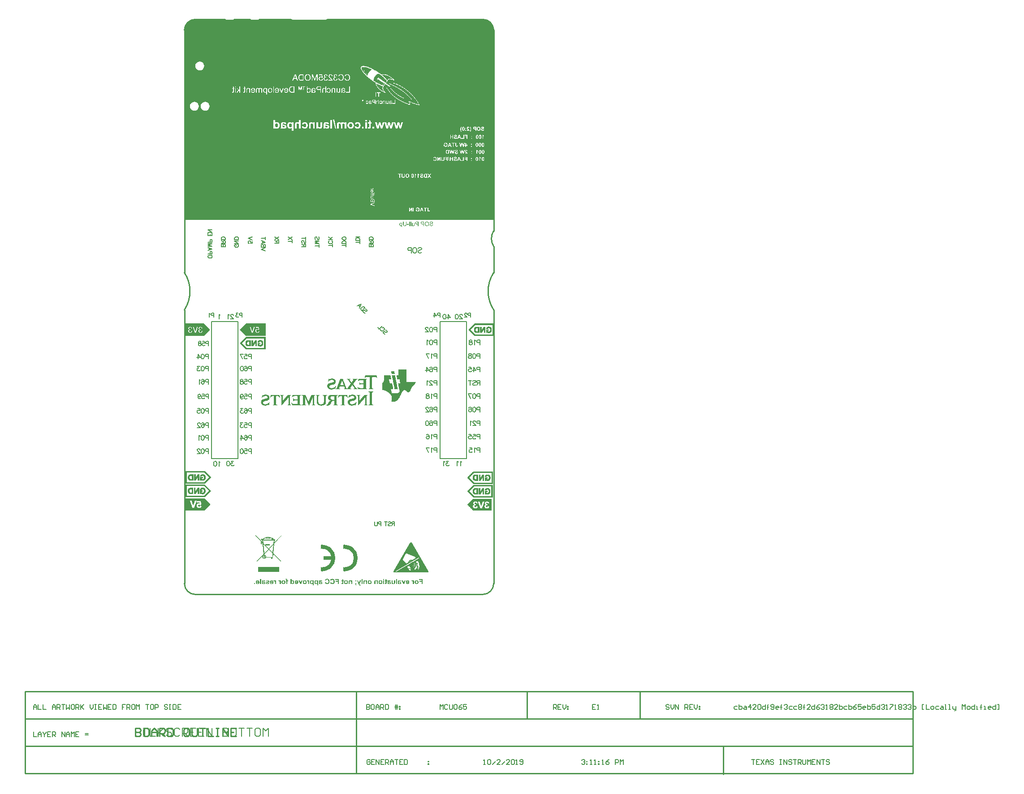
<source format=gbo>
G04*
G04 #@! TF.GenerationSoftware,Altium Limited,Altium Designer,18.1.9 (240)*
G04*
G04 Layer_Color=9218505*
%FSLAX25Y25*%
%MOIN*%
G70*
G01*
G75*
%ADD10C,0.00500*%
%ADD14C,0.00787*%
%ADD15C,0.01000*%
%ADD16C,0.00800*%
%ADD17C,0.00050*%
%ADD19C,0.00600*%
%ADD22C,0.00394*%
%ADD147C,0.00010*%
%ADD148C,0.00748*%
%ADD149C,0.00541*%
%ADD150C,0.00300*%
%ADD151C,0.00200*%
%ADD152R,0.05190X0.36100*%
%ADD153R,0.46120X0.05190*%
%ADD154R,0.04334X0.03946*%
%ADD155R,2.14029X0.02226*%
%ADD156R,0.03179X1.41329*%
%ADD157R,0.03279X1.41349*%
%ADD158R,0.61248X0.07675*%
%ADD159R,0.66547X0.19042*%
%ADD160R,0.28386X0.11020*%
%ADD161R,0.30635X0.09634*%
%ADD162R,0.38142X0.19528*%
%ADD163R,0.16749X0.04750*%
%ADD164R,0.55038X0.15828*%
%ADD165R,0.01783X1.41349*%
%ADD166R,2.14029X0.01721*%
%ADD167R,0.01726X1.41329*%
%ADD168R,0.30422X0.18400*%
%ADD169R,0.16724X0.16490*%
G36*
X214408Y417619D02*
X215862Y417017D01*
X217170Y416143D01*
X217726Y415587D01*
X217740Y415574D01*
X218296Y415018D01*
X219170Y413709D01*
X219772Y412256D01*
X220079Y410713D01*
Y409926D01*
X219759Y409607D01*
X218296D01*
Y268578D01*
X-8196D01*
Y409607D01*
X-9630D01*
X-9924Y409900D01*
Y410699D01*
X-9612Y412266D01*
X-9001Y413742D01*
X-8113Y415071D01*
X-7548Y415635D01*
X-6993Y416180D01*
X-5694Y417035D01*
X-4254Y417624D01*
X-2728Y417925D01*
X-1950Y417926D01*
X-1950Y417926D01*
X-1754Y416214D01*
X12989D01*
X13276Y415494D01*
X13334Y415213D01*
X12845Y414482D01*
X12662Y413560D01*
Y410805D01*
X12845Y409883D01*
X13367Y409101D01*
X14149Y408579D01*
X15070Y408396D01*
X15992Y408579D01*
X16773Y409101D01*
X17296Y409883D01*
X17479Y410805D01*
Y413560D01*
X17296Y414482D01*
X16807Y415213D01*
X16865Y415494D01*
X17152Y416214D01*
X40548D01*
X40835Y415494D01*
X40893Y415213D01*
X40404Y414482D01*
X40221Y413560D01*
Y410805D01*
X40404Y409883D01*
X40927Y409101D01*
X41708Y408579D01*
X42630Y408396D01*
X43551Y408579D01*
X44333Y409101D01*
X44855Y409883D01*
X45038Y410805D01*
Y413560D01*
X44855Y414482D01*
X44366Y415213D01*
X44424Y415494D01*
X44711Y416214D01*
X211883D01*
X212079Y417926D01*
X212865D01*
X214408Y417619D01*
D02*
G37*
G36*
X156899Y265125D02*
X155684D01*
Y265518D01*
X156899D01*
Y265125D01*
D02*
G37*
G36*
X155199Y265514D02*
Y265421D01*
X155194Y265333D01*
X155190Y265250D01*
X155180Y265172D01*
X155171Y265102D01*
X155162Y265038D01*
X155148Y264978D01*
X155139Y264922D01*
X155130Y264871D01*
X155116Y264830D01*
X155106Y264793D01*
X155097Y264765D01*
X155088Y264742D01*
X155083Y264723D01*
X155079Y264714D01*
Y264710D01*
X155028Y264608D01*
X154963Y264516D01*
X154899Y264442D01*
X154829Y264377D01*
X154769Y264326D01*
X154718Y264289D01*
X154700Y264280D01*
X154686Y264271D01*
X154677Y264262D01*
X154672D01*
X154557Y264211D01*
X154437Y264174D01*
X154312Y264146D01*
X154196Y264128D01*
X154146Y264123D01*
X154095Y264118D01*
X154048Y264114D01*
X154011D01*
X153979Y264109D01*
X153938D01*
X153771Y264118D01*
X153697Y264128D01*
X153628Y264137D01*
X153559Y264151D01*
X153499Y264164D01*
X153443Y264178D01*
X153392Y264197D01*
X153346Y264215D01*
X153309Y264229D01*
X153272Y264243D01*
X153245Y264257D01*
X153221Y264271D01*
X153208Y264275D01*
X153198Y264285D01*
X153194D01*
X153092Y264354D01*
X153009Y264433D01*
X152944Y264506D01*
X152889Y264580D01*
X152847Y264645D01*
X152820Y264696D01*
X152810Y264714D01*
X152801Y264728D01*
X152796Y264737D01*
Y264742D01*
X152778Y264797D01*
X152759Y264858D01*
X152732Y264982D01*
X152713Y265112D01*
X152699Y265236D01*
X152695Y265292D01*
X152690Y265347D01*
Y265393D01*
X152685Y265435D01*
Y265467D01*
Y265491D01*
Y265509D01*
Y265514D01*
Y267362D01*
X153111D01*
Y265514D01*
Y265407D01*
X153120Y265306D01*
X153129Y265218D01*
X153143Y265135D01*
X153157Y265061D01*
X153175Y264991D01*
X153189Y264931D01*
X153208Y264881D01*
X153226Y264839D01*
X153245Y264797D01*
X153263Y264770D01*
X153277Y264742D01*
X153291Y264723D01*
X153300Y264710D01*
X153305Y264705D01*
X153309Y264701D01*
X153351Y264664D01*
X153397Y264631D01*
X153499Y264580D01*
X153605Y264543D01*
X153716Y264520D01*
X153817Y264502D01*
X153859Y264497D01*
X153901D01*
X153928Y264493D01*
X153974D01*
X154071Y264497D01*
X154159Y264511D01*
X154243Y264525D01*
X154307Y264548D01*
X154363Y264566D01*
X154404Y264580D01*
X154427Y264594D01*
X154437Y264599D01*
X154501Y264640D01*
X154557Y264691D01*
X154603Y264742D01*
X154635Y264788D01*
X154663Y264834D01*
X154686Y264867D01*
X154695Y264890D01*
X154700Y264899D01*
X154714Y264941D01*
X154723Y264982D01*
X154741Y265079D01*
X154755Y265181D01*
X154764Y265283D01*
X154769Y265370D01*
Y265412D01*
X154774Y265444D01*
Y265472D01*
Y265495D01*
Y265509D01*
Y265514D01*
Y267362D01*
X155199D01*
Y265514D01*
D02*
G37*
G36*
X161223Y265047D02*
Y264959D01*
X161219Y264881D01*
X161214Y264821D01*
X161209Y264765D01*
Y264728D01*
X161205Y264701D01*
X161200Y264682D01*
Y264677D01*
X161186Y264617D01*
X161168Y264562D01*
X161149Y264511D01*
X161126Y264470D01*
X161108Y264433D01*
X161094Y264409D01*
X161085Y264391D01*
X161080Y264386D01*
X161043Y264345D01*
X161002Y264308D01*
X160960Y264275D01*
X160914Y264248D01*
X160877Y264225D01*
X160845Y264206D01*
X160826Y264197D01*
X160817Y264192D01*
X160747Y264164D01*
X160683Y264146D01*
X160618Y264132D01*
X160558Y264123D01*
X160507Y264118D01*
X160466Y264114D01*
X160433D01*
X160350Y264118D01*
X160267Y264132D01*
X160193Y264151D01*
X160119Y264174D01*
X160054Y264206D01*
X159994Y264239D01*
X159939Y264271D01*
X159888Y264308D01*
X159842Y264345D01*
X159805Y264377D01*
X159773Y264414D01*
X159745Y264442D01*
X159722Y264465D01*
X159708Y264483D01*
X159699Y264497D01*
X159694Y264502D01*
Y264164D01*
X159343D01*
Y266484D01*
X159736D01*
Y265241D01*
X159740Y265135D01*
X159745Y265042D01*
X159754Y264964D01*
X159768Y264899D01*
X159782Y264848D01*
X159791Y264811D01*
X159796Y264793D01*
X159800Y264784D01*
X159828Y264728D01*
X159860Y264682D01*
X159897Y264640D01*
X159934Y264603D01*
X159967Y264576D01*
X159994Y264557D01*
X160013Y264543D01*
X160022Y264539D01*
X160082Y264511D01*
X160142Y264488D01*
X160198Y264474D01*
X160248Y264460D01*
X160290Y264456D01*
X160322Y264451D01*
X160355D01*
X160419Y264456D01*
X160475Y264465D01*
X160526Y264479D01*
X160567Y264497D01*
X160604Y264511D01*
X160627Y264525D01*
X160646Y264534D01*
X160650Y264539D01*
X160692Y264576D01*
X160724Y264613D01*
X160752Y264654D01*
X160775Y264691D01*
X160789Y264728D01*
X160798Y264756D01*
X160808Y264774D01*
Y264779D01*
X160817Y264830D01*
X160821Y264890D01*
X160826Y264959D01*
Y265029D01*
X160831Y265093D01*
Y265144D01*
Y265167D01*
Y265181D01*
Y265190D01*
Y265195D01*
Y266484D01*
X161223D01*
Y265047D01*
D02*
G37*
G36*
X168366Y264164D02*
X167941D01*
Y265463D01*
X167123D01*
X167003Y265467D01*
X166887Y265477D01*
X166786Y265491D01*
X166693Y265509D01*
X166606Y265527D01*
X166532Y265550D01*
X166462Y265578D01*
X166402Y265606D01*
X166351Y265629D01*
X166305Y265657D01*
X166268Y265680D01*
X166241Y265703D01*
X166218Y265717D01*
X166204Y265731D01*
X166194Y265740D01*
X166190Y265745D01*
X166144Y265800D01*
X166102Y265856D01*
X166070Y265911D01*
X166037Y265971D01*
X166010Y266031D01*
X165991Y266087D01*
X165959Y266193D01*
X165949Y266244D01*
X165940Y266290D01*
X165936Y266331D01*
X165931Y266364D01*
X165926Y266396D01*
Y266414D01*
Y266428D01*
Y266433D01*
X165931Y266521D01*
X165940Y266604D01*
X165959Y266678D01*
X165973Y266742D01*
X165991Y266798D01*
X166010Y266840D01*
X166019Y266863D01*
X166024Y266872D01*
X166060Y266941D01*
X166107Y267001D01*
X166148Y267057D01*
X166190Y267098D01*
X166227Y267131D01*
X166254Y267158D01*
X166273Y267172D01*
X166282Y267177D01*
X166342Y267214D01*
X166412Y267246D01*
X166476Y267274D01*
X166536Y267297D01*
X166592Y267311D01*
X166633Y267320D01*
X166666Y267329D01*
X166675D01*
X166744Y267338D01*
X166823Y267348D01*
X166906Y267352D01*
X166984Y267357D01*
X167054Y267362D01*
X168366D01*
Y264164D01*
D02*
G37*
G36*
X164143D02*
X163718D01*
Y265463D01*
X162900D01*
X162780Y265467D01*
X162665Y265477D01*
X162563Y265491D01*
X162471Y265509D01*
X162383Y265527D01*
X162309Y265550D01*
X162240Y265578D01*
X162180Y265606D01*
X162129Y265629D01*
X162083Y265657D01*
X162046Y265680D01*
X162018Y265703D01*
X161995Y265717D01*
X161981Y265731D01*
X161972Y265740D01*
X161967Y265745D01*
X161921Y265800D01*
X161879Y265856D01*
X161847Y265911D01*
X161815Y265971D01*
X161787Y266031D01*
X161768Y266087D01*
X161736Y266193D01*
X161727Y266244D01*
X161718Y266290D01*
X161713Y266331D01*
X161708Y266364D01*
X161704Y266396D01*
Y266414D01*
Y266428D01*
Y266433D01*
X161708Y266521D01*
X161718Y266604D01*
X161736Y266678D01*
X161750Y266742D01*
X161768Y266798D01*
X161787Y266840D01*
X161796Y266863D01*
X161801Y266872D01*
X161838Y266941D01*
X161884Y267001D01*
X161925Y267057D01*
X161967Y267098D01*
X162004Y267131D01*
X162032Y267158D01*
X162050Y267172D01*
X162059Y267177D01*
X162120Y267214D01*
X162189Y267246D01*
X162253Y267274D01*
X162314Y267297D01*
X162369Y267311D01*
X162411Y267320D01*
X162443Y267329D01*
X162452D01*
X162522Y267338D01*
X162600Y267348D01*
X162683Y267352D01*
X162762Y267357D01*
X162831Y267362D01*
X164143D01*
Y264164D01*
D02*
G37*
G36*
X158738D02*
X158345D01*
Y267362D01*
X158738D01*
Y264164D01*
D02*
G37*
G36*
X157744D02*
X157352D01*
Y267362D01*
X157744D01*
Y264164D01*
D02*
G37*
G36*
X173840Y267412D02*
X173947Y267399D01*
X174048Y267380D01*
X174136Y267362D01*
X174206Y267343D01*
X174238Y267334D01*
X174261Y267325D01*
X174279Y267315D01*
X174293Y267311D01*
X174302Y267306D01*
X174307D01*
X174399Y267260D01*
X174483Y267209D01*
X174552Y267154D01*
X174607Y267103D01*
X174649Y267057D01*
X174681Y267020D01*
X174704Y266992D01*
X174709Y266987D01*
Y266983D01*
X174755Y266904D01*
X174788Y266826D01*
X174811Y266747D01*
X174825Y266678D01*
X174834Y266618D01*
X174843Y266571D01*
Y266553D01*
Y266539D01*
Y266535D01*
Y266530D01*
X174838Y266451D01*
X174825Y266377D01*
X174806Y266308D01*
X174788Y266248D01*
X174769Y266202D01*
X174751Y266165D01*
X174737Y266142D01*
X174732Y266133D01*
X174686Y266068D01*
X174630Y266008D01*
X174575Y265957D01*
X174520Y265915D01*
X174474Y265879D01*
X174432Y265856D01*
X174404Y265837D01*
X174399Y265832D01*
X174395D01*
X174358Y265814D01*
X174316Y265795D01*
X174224Y265763D01*
X174118Y265731D01*
X174016Y265698D01*
X173924Y265671D01*
X173882Y265661D01*
X173845Y265652D01*
X173817Y265643D01*
X173794Y265638D01*
X173780Y265634D01*
X173776D01*
X173697Y265615D01*
X173623Y265597D01*
X173559Y265578D01*
X173503Y265564D01*
X173448Y265550D01*
X173402Y265537D01*
X173360Y265527D01*
X173328Y265514D01*
X173295Y265504D01*
X173272Y265500D01*
X173235Y265486D01*
X173212Y265481D01*
X173208Y265477D01*
X173138Y265449D01*
X173078Y265417D01*
X173027Y265384D01*
X172990Y265356D01*
X172958Y265329D01*
X172940Y265310D01*
X172926Y265296D01*
X172921Y265292D01*
X172889Y265250D01*
X172866Y265204D01*
X172852Y265158D01*
X172838Y265121D01*
X172833Y265084D01*
X172829Y265056D01*
Y265033D01*
Y265029D01*
X172833Y264973D01*
X172843Y264922D01*
X172856Y264876D01*
X172875Y264839D01*
X172893Y264802D01*
X172907Y264779D01*
X172916Y264760D01*
X172921Y264756D01*
X172958Y264710D01*
X173004Y264673D01*
X173050Y264640D01*
X173092Y264608D01*
X173134Y264590D01*
X173166Y264571D01*
X173189Y264562D01*
X173198Y264557D01*
X173268Y264534D01*
X173342Y264516D01*
X173416Y264506D01*
X173480Y264497D01*
X173536Y264493D01*
X173582Y264488D01*
X173623D01*
X173725Y264493D01*
X173817Y264502D01*
X173901Y264516D01*
X173975Y264534D01*
X174035Y264553D01*
X174081Y264566D01*
X174095Y264571D01*
X174109Y264576D01*
X174113Y264580D01*
X174118D01*
X174192Y264617D01*
X174261Y264659D01*
X174312Y264701D01*
X174358Y264742D01*
X174395Y264774D01*
X174418Y264807D01*
X174432Y264825D01*
X174436Y264830D01*
X174469Y264890D01*
X174501Y264955D01*
X174520Y265024D01*
X174538Y265084D01*
X174552Y265144D01*
X174561Y265186D01*
Y265204D01*
X174566Y265218D01*
Y265223D01*
Y265227D01*
X174963Y265190D01*
X174954Y265075D01*
X174935Y264964D01*
X174908Y264867D01*
X174875Y264779D01*
X174843Y264710D01*
X174829Y264682D01*
X174820Y264659D01*
X174806Y264640D01*
X174802Y264627D01*
X174792Y264617D01*
Y264613D01*
X174723Y264525D01*
X174649Y264446D01*
X174571Y264382D01*
X174497Y264326D01*
X174432Y264285D01*
X174376Y264257D01*
X174358Y264248D01*
X174344Y264239D01*
X174335Y264234D01*
X174330D01*
X174215Y264192D01*
X174095Y264160D01*
X173975Y264141D01*
X173859Y264123D01*
X173803Y264118D01*
X173757Y264114D01*
X173716D01*
X173679Y264109D01*
X173605D01*
X173480Y264114D01*
X173365Y264128D01*
X173258Y264151D01*
X173171Y264174D01*
X173097Y264192D01*
X173064Y264206D01*
X173037Y264215D01*
X173018Y264225D01*
X173004Y264229D01*
X172995Y264234D01*
X172990D01*
X172893Y264285D01*
X172810Y264340D01*
X172736Y264400D01*
X172676Y264456D01*
X172630Y264502D01*
X172598Y264543D01*
X172575Y264571D01*
X172570Y264576D01*
Y264580D01*
X172519Y264668D01*
X172482Y264751D01*
X172459Y264830D01*
X172441Y264904D01*
X172431Y264968D01*
X172422Y265019D01*
Y265038D01*
Y265052D01*
Y265056D01*
Y265061D01*
X172427Y265153D01*
X172441Y265241D01*
X172464Y265319D01*
X172487Y265384D01*
X172515Y265440D01*
X172533Y265481D01*
X172552Y265504D01*
X172556Y265514D01*
X172612Y265583D01*
X172676Y265648D01*
X172746Y265703D01*
X172815Y265754D01*
X172875Y265791D01*
X172926Y265819D01*
X172944Y265828D01*
X172958Y265837D01*
X172967Y265842D01*
X172972D01*
X173009Y265860D01*
X173055Y265874D01*
X173106Y265892D01*
X173161Y265911D01*
X173277Y265943D01*
X173397Y265976D01*
X173452Y265989D01*
X173503Y266003D01*
X173554Y266017D01*
X173596Y266026D01*
X173628Y266036D01*
X173656Y266040D01*
X173674Y266045D01*
X173679D01*
X173771Y266068D01*
X173854Y266087D01*
X173928Y266109D01*
X173993Y266128D01*
X174053Y266151D01*
X174104Y266170D01*
X174150Y266188D01*
X174192Y266202D01*
X174224Y266220D01*
X174252Y266234D01*
X174270Y266244D01*
X174289Y266257D01*
X174312Y266271D01*
X174316Y266276D01*
X174358Y266322D01*
X174386Y266368D01*
X174409Y266414D01*
X174423Y266461D01*
X174432Y266498D01*
X174436Y266530D01*
Y266548D01*
Y266558D01*
X174427Y266632D01*
X174409Y266696D01*
X174381Y266752D01*
X174349Y266803D01*
X174321Y266840D01*
X174293Y266872D01*
X174275Y266890D01*
X174266Y266895D01*
X174229Y266918D01*
X174192Y266941D01*
X174104Y266978D01*
X174011Y267001D01*
X173919Y267020D01*
X173836Y267029D01*
X173799Y267034D01*
X173771Y267038D01*
X173706D01*
X173577Y267034D01*
X173462Y267015D01*
X173369Y266987D01*
X173291Y266960D01*
X173231Y266932D01*
X173185Y266904D01*
X173161Y266886D01*
X173152Y266881D01*
X173087Y266816D01*
X173037Y266747D01*
X172995Y266673D01*
X172967Y266599D01*
X172949Y266530D01*
X172935Y266479D01*
X172930Y266456D01*
X172926Y266442D01*
Y266433D01*
Y266428D01*
X172519Y266461D01*
X172528Y266562D01*
X172552Y266655D01*
X172575Y266742D01*
X172607Y266816D01*
X172635Y266877D01*
X172658Y266923D01*
X172667Y266936D01*
X172676Y266950D01*
X172681Y266955D01*
Y266960D01*
X172741Y267038D01*
X172806Y267108D01*
X172875Y267167D01*
X172944Y267214D01*
X173004Y267255D01*
X173050Y267278D01*
X173069Y267288D01*
X173083Y267297D01*
X173092Y267302D01*
X173097D01*
X173198Y267338D01*
X173309Y267366D01*
X173411Y267389D01*
X173508Y267403D01*
X173596Y267412D01*
X173628D01*
X173660Y267417D01*
X173720D01*
X173840Y267412D01*
D02*
G37*
G36*
X170565D02*
X170680Y267399D01*
X170791Y267375D01*
X170898Y267348D01*
X170995Y267311D01*
X171087Y267274D01*
X171170Y267232D01*
X171244Y267191D01*
X171313Y267149D01*
X171373Y267108D01*
X171424Y267071D01*
X171466Y267034D01*
X171498Y267006D01*
X171526Y266983D01*
X171540Y266969D01*
X171544Y266964D01*
X171618Y266877D01*
X171683Y266784D01*
X171743Y266682D01*
X171789Y266581D01*
X171831Y266475D01*
X171868Y266373D01*
X171896Y266271D01*
X171914Y266174D01*
X171932Y266082D01*
X171946Y265994D01*
X171956Y265915D01*
X171965Y265851D01*
Y265795D01*
X171969Y265754D01*
Y265726D01*
Y265722D01*
Y265717D01*
X171960Y265560D01*
X171942Y265417D01*
X171914Y265278D01*
X171896Y265218D01*
X171877Y265158D01*
X171863Y265107D01*
X171845Y265061D01*
X171831Y265019D01*
X171817Y264982D01*
X171808Y264955D01*
X171799Y264936D01*
X171789Y264922D01*
Y264918D01*
X171711Y264784D01*
X171627Y264668D01*
X171535Y264566D01*
X171447Y264483D01*
X171369Y264414D01*
X171336Y264386D01*
X171309Y264368D01*
X171281Y264349D01*
X171263Y264335D01*
X171253Y264331D01*
X171249Y264326D01*
X171179Y264289D01*
X171110Y264257D01*
X170972Y264201D01*
X170837Y264164D01*
X170713Y264137D01*
X170653Y264128D01*
X170602Y264123D01*
X170556Y264114D01*
X170514D01*
X170486Y264109D01*
X170440D01*
X170288Y264118D01*
X170144Y264141D01*
X170010Y264169D01*
X169950Y264188D01*
X169895Y264206D01*
X169844Y264225D01*
X169798Y264243D01*
X169761Y264257D01*
X169729Y264271D01*
X169701Y264285D01*
X169678Y264294D01*
X169669Y264303D01*
X169664D01*
X169535Y264386D01*
X169424Y264479D01*
X169331Y264576D01*
X169253Y264668D01*
X169188Y264756D01*
X169165Y264788D01*
X169147Y264821D01*
X169128Y264848D01*
X169119Y264867D01*
X169110Y264881D01*
Y264885D01*
X169073Y264959D01*
X169045Y265033D01*
X168994Y265181D01*
X168957Y265329D01*
X168934Y265463D01*
X168929Y265523D01*
X168920Y265578D01*
X168916Y265629D01*
Y265671D01*
X168911Y265708D01*
Y265731D01*
Y265749D01*
Y265754D01*
X168920Y265929D01*
X168939Y266091D01*
X168953Y266165D01*
X168971Y266239D01*
X168990Y266304D01*
X169003Y266364D01*
X169022Y266419D01*
X169040Y266470D01*
X169054Y266512D01*
X169073Y266548D01*
X169082Y266576D01*
X169091Y266595D01*
X169100Y266609D01*
Y266613D01*
X169174Y266747D01*
X169262Y266867D01*
X169354Y266969D01*
X169438Y267052D01*
X169516Y267117D01*
X169553Y267144D01*
X169581Y267167D01*
X169609Y267181D01*
X169627Y267195D01*
X169636Y267200D01*
X169641Y267204D01*
X169710Y267241D01*
X169780Y267274D01*
X169913Y267329D01*
X170052Y267366D01*
X170172Y267389D01*
X170228Y267399D01*
X170283Y267408D01*
X170325Y267412D01*
X170366D01*
X170399Y267417D01*
X170440D01*
X170565Y267412D01*
D02*
G37*
G36*
X151087Y266530D02*
X151161Y266521D01*
X151226Y266507D01*
X151281Y266488D01*
X151327Y266470D01*
X151364Y266456D01*
X151383Y266447D01*
X151392Y266442D01*
X151447Y266405D01*
X151503Y266364D01*
X151549Y266322D01*
X151591Y266276D01*
X151628Y266239D01*
X151651Y266207D01*
X151669Y266188D01*
X151674Y266179D01*
Y266484D01*
X152030D01*
Y263278D01*
X151637D01*
Y264405D01*
X151600Y264359D01*
X151558Y264317D01*
X151512Y264280D01*
X151475Y264252D01*
X151438Y264225D01*
X151410Y264206D01*
X151387Y264197D01*
X151383Y264192D01*
X151323Y264164D01*
X151263Y264146D01*
X151202Y264132D01*
X151147Y264123D01*
X151101Y264118D01*
X151064Y264114D01*
X151032D01*
X150935Y264118D01*
X150838Y264137D01*
X150754Y264160D01*
X150676Y264188D01*
X150611Y264215D01*
X150565Y264239D01*
X150547Y264248D01*
X150533Y264257D01*
X150528Y264262D01*
X150523D01*
X150436Y264326D01*
X150362Y264395D01*
X150297Y264465D01*
X150246Y264534D01*
X150205Y264599D01*
X150172Y264650D01*
X150163Y264668D01*
X150154Y264682D01*
X150149Y264691D01*
Y264696D01*
X150108Y264807D01*
X150075Y264918D01*
X150052Y265024D01*
X150034Y265125D01*
X150024Y265209D01*
Y265246D01*
X150020Y265278D01*
Y265306D01*
Y265324D01*
Y265333D01*
Y265338D01*
X150024Y265458D01*
X150038Y265574D01*
X150057Y265675D01*
X150080Y265768D01*
X150103Y265842D01*
X150112Y265874D01*
X150121Y265902D01*
X150131Y265920D01*
X150135Y265934D01*
X150140Y265943D01*
Y265948D01*
X150186Y266045D01*
X150242Y266133D01*
X150297Y266207D01*
X150352Y266267D01*
X150403Y266313D01*
X150445Y266350D01*
X150473Y266368D01*
X150477Y266377D01*
X150482D01*
X150570Y266428D01*
X150657Y266470D01*
X150745Y266498D01*
X150828Y266516D01*
X150898Y266525D01*
X150930Y266530D01*
X150953Y266535D01*
X151004D01*
X151087Y266530D01*
D02*
G37*
G36*
X146088Y156055D02*
X146188D01*
Y155955D01*
Y155855D01*
Y155755D01*
Y155655D01*
Y155555D01*
X146288D01*
Y155455D01*
Y155355D01*
Y155255D01*
Y155155D01*
Y155055D01*
X146388D01*
Y154955D01*
Y154855D01*
Y154755D01*
Y154655D01*
Y154555D01*
X146488D01*
Y154455D01*
Y154355D01*
Y154255D01*
Y154155D01*
Y154055D01*
X146588D01*
Y153955D01*
Y153855D01*
X144188D01*
Y153955D01*
Y154055D01*
Y154155D01*
Y154255D01*
X144088D01*
Y154355D01*
Y154455D01*
Y154555D01*
Y154655D01*
Y154755D01*
X143988D01*
Y154855D01*
Y154955D01*
Y155055D01*
Y155155D01*
Y155255D01*
X143888D01*
Y155355D01*
Y155455D01*
Y155555D01*
Y155655D01*
Y155755D01*
X143788D01*
Y155855D01*
Y155955D01*
Y156055D01*
Y156155D01*
X146088D01*
Y156055D01*
D02*
G37*
G36*
X132988Y152755D02*
Y152655D01*
X133088D01*
Y152555D01*
Y152455D01*
Y152355D01*
X133188D01*
Y152255D01*
Y152155D01*
Y152055D01*
X133288D01*
Y151955D01*
Y151855D01*
Y151755D01*
X133388D01*
Y151655D01*
Y151555D01*
Y151455D01*
X133488D01*
Y151355D01*
Y151255D01*
X133588D01*
Y151155D01*
Y151055D01*
Y150955D01*
X133488D01*
Y150855D01*
X133388D01*
Y150955D01*
X133288D01*
Y151055D01*
X133188D01*
Y151155D01*
X133088D01*
Y151255D01*
X132988D01*
Y151355D01*
X132788D01*
Y151455D01*
X132688D01*
Y151555D01*
X132388D01*
Y151655D01*
X131988D01*
Y151755D01*
X129988D01*
Y151655D01*
X129788D01*
Y151555D01*
Y151455D01*
Y151355D01*
X129688D01*
Y151255D01*
Y151155D01*
Y151055D01*
Y150955D01*
Y150855D01*
Y150755D01*
Y150655D01*
Y150555D01*
Y150455D01*
Y150355D01*
Y150255D01*
Y150155D01*
Y150055D01*
Y149955D01*
Y149855D01*
Y149755D01*
Y149655D01*
Y149555D01*
Y149455D01*
Y149355D01*
Y149255D01*
Y149155D01*
Y149055D01*
Y148955D01*
Y148855D01*
Y148755D01*
Y148655D01*
Y148555D01*
Y148455D01*
Y148355D01*
Y148255D01*
Y148155D01*
Y148055D01*
Y147955D01*
Y147855D01*
Y147755D01*
Y147655D01*
Y147555D01*
Y147455D01*
Y147355D01*
Y147255D01*
Y147155D01*
Y147055D01*
Y146955D01*
Y146855D01*
Y146755D01*
Y146655D01*
Y146555D01*
Y146455D01*
Y146355D01*
Y146255D01*
Y146155D01*
Y146055D01*
Y145955D01*
Y145855D01*
Y145755D01*
Y145655D01*
Y145555D01*
Y145455D01*
Y145355D01*
Y145255D01*
Y145155D01*
Y145055D01*
Y144955D01*
Y144855D01*
Y144755D01*
Y144655D01*
Y144555D01*
Y144455D01*
Y144355D01*
Y144255D01*
Y144155D01*
Y144055D01*
Y143955D01*
Y143855D01*
Y143755D01*
Y143655D01*
X129788D01*
Y143555D01*
Y143455D01*
Y143355D01*
Y143255D01*
X129888D01*
Y143155D01*
X129988D01*
Y143055D01*
X130088D01*
Y142955D01*
X130288D01*
Y142855D01*
X130488D01*
Y142755D01*
Y142655D01*
Y142555D01*
X127088D01*
Y142655D01*
Y142755D01*
Y142855D01*
X127288D01*
Y142955D01*
X127488D01*
Y143055D01*
X127588D01*
Y143155D01*
X127688D01*
Y143255D01*
X127788D01*
Y143355D01*
Y143455D01*
Y143555D01*
X127888D01*
Y143655D01*
Y143755D01*
Y143855D01*
Y143955D01*
Y144055D01*
Y144155D01*
Y144255D01*
Y144355D01*
Y144455D01*
Y144555D01*
Y144655D01*
Y144755D01*
Y144855D01*
Y144955D01*
Y145055D01*
Y145155D01*
Y145255D01*
Y145355D01*
Y145455D01*
Y145555D01*
Y145655D01*
Y145755D01*
Y145855D01*
Y145955D01*
Y146055D01*
Y146155D01*
Y146255D01*
Y146355D01*
Y146455D01*
Y146555D01*
Y146655D01*
Y146755D01*
Y146855D01*
Y146955D01*
Y147055D01*
Y147155D01*
Y147255D01*
Y147355D01*
Y147455D01*
Y147555D01*
Y147655D01*
Y147755D01*
Y147855D01*
Y147955D01*
Y148055D01*
Y148155D01*
Y148255D01*
Y148355D01*
Y148455D01*
Y148555D01*
Y148655D01*
Y148755D01*
Y148855D01*
Y148955D01*
Y149055D01*
Y149155D01*
Y149255D01*
Y149355D01*
Y149455D01*
Y149555D01*
Y149655D01*
Y149755D01*
Y149855D01*
Y149955D01*
Y150055D01*
Y150155D01*
Y150255D01*
Y150355D01*
Y150455D01*
Y150555D01*
Y150655D01*
Y150755D01*
Y150855D01*
Y150955D01*
Y151055D01*
Y151155D01*
Y151255D01*
Y151355D01*
Y151455D01*
X127788D01*
Y151555D01*
Y151655D01*
X127688D01*
Y151755D01*
X125588D01*
Y151655D01*
X125188D01*
Y151555D01*
X124888D01*
Y151455D01*
X124788D01*
Y151355D01*
X124588D01*
Y151255D01*
X124488D01*
Y151155D01*
X124388D01*
Y151055D01*
X124288D01*
Y150955D01*
Y150855D01*
X124088D01*
Y150955D01*
X123988D01*
Y151055D01*
X124088D01*
Y151155D01*
Y151255D01*
Y151355D01*
X124188D01*
Y151455D01*
Y151555D01*
Y151655D01*
X124288D01*
Y151755D01*
Y151855D01*
Y151955D01*
X124388D01*
Y152055D01*
Y152155D01*
Y152255D01*
X124488D01*
Y152355D01*
Y152455D01*
Y152555D01*
X124588D01*
Y152655D01*
Y152755D01*
Y152855D01*
X132988D01*
Y152755D01*
D02*
G37*
G36*
X100488Y150455D02*
X100988D01*
Y150355D01*
X101288D01*
Y150255D01*
X101488D01*
Y150155D01*
X101688D01*
Y150055D01*
X101788D01*
Y149955D01*
X101888D01*
Y149855D01*
X101988D01*
Y149755D01*
X102088D01*
Y149655D01*
X102188D01*
Y149555D01*
X102288D01*
Y149455D01*
X102388D01*
Y149355D01*
Y149255D01*
X102488D01*
Y149155D01*
Y149055D01*
X102588D01*
Y148955D01*
Y148855D01*
Y148755D01*
Y148655D01*
X102688D01*
Y148555D01*
Y148455D01*
Y148355D01*
Y148255D01*
Y148155D01*
Y148055D01*
Y147955D01*
Y147855D01*
X102588D01*
Y147755D01*
Y147655D01*
Y147555D01*
Y147455D01*
X102488D01*
Y147355D01*
Y147255D01*
X102388D01*
Y147155D01*
Y147055D01*
X102288D01*
Y146955D01*
X102188D01*
Y146855D01*
Y146755D01*
X101988D01*
Y146655D01*
X101888D01*
Y146555D01*
X101788D01*
Y146455D01*
X101588D01*
Y146355D01*
X101388D01*
Y146255D01*
X101188D01*
Y146155D01*
X100888D01*
Y146055D01*
X100488D01*
Y145955D01*
X100088D01*
Y145855D01*
X99588D01*
Y145755D01*
X99188D01*
Y145655D01*
X98788D01*
Y145555D01*
X98488D01*
Y145455D01*
X98288D01*
Y145355D01*
X98188D01*
Y145255D01*
X98088D01*
Y145155D01*
X97988D01*
Y145055D01*
Y144955D01*
Y144855D01*
X97888D01*
Y144755D01*
Y144655D01*
Y144555D01*
Y144455D01*
Y144355D01*
X97988D01*
Y144255D01*
Y144155D01*
Y144055D01*
X98088D01*
Y143955D01*
X98188D01*
Y143855D01*
X98288D01*
Y143755D01*
X98388D01*
Y143655D01*
X98588D01*
Y143555D01*
X98888D01*
Y143455D01*
X100288D01*
Y143555D01*
X100688D01*
Y143655D01*
X100888D01*
Y143755D01*
X101188D01*
Y143855D01*
X101288D01*
Y143955D01*
X101488D01*
Y144055D01*
X101688D01*
Y144155D01*
X101788D01*
Y144255D01*
X101888D01*
Y144355D01*
X101988D01*
Y144455D01*
X102088D01*
Y144555D01*
X102188D01*
Y144655D01*
X102288D01*
Y144755D01*
X102388D01*
Y144855D01*
X102488D01*
Y144955D01*
X102588D01*
Y145055D01*
X102788D01*
Y144955D01*
X102888D01*
Y144855D01*
Y144755D01*
X102788D01*
Y144655D01*
Y144555D01*
Y144455D01*
X102688D01*
Y144355D01*
Y144255D01*
Y144155D01*
Y144055D01*
X102588D01*
Y143955D01*
Y143855D01*
Y143755D01*
Y143655D01*
X102488D01*
Y143555D01*
Y143455D01*
Y143355D01*
Y143255D01*
X102388D01*
Y143155D01*
Y143055D01*
Y142955D01*
X102288D01*
Y142855D01*
Y142755D01*
Y142655D01*
Y142555D01*
X101788D01*
Y142655D01*
Y142755D01*
Y142855D01*
X101688D01*
Y142955D01*
X101488D01*
Y142855D01*
X101288D01*
Y142755D01*
X101088D01*
Y142655D01*
X100788D01*
Y142555D01*
X100388D01*
Y142455D01*
X98588D01*
Y142555D01*
X98188D01*
Y142655D01*
X97888D01*
Y142755D01*
X97688D01*
Y142855D01*
X97488D01*
Y142955D01*
X97288D01*
Y143055D01*
X97188D01*
Y143155D01*
X97088D01*
Y143255D01*
X96988D01*
Y143355D01*
X96888D01*
Y143455D01*
X96788D01*
Y143555D01*
X96688D01*
Y143655D01*
Y143755D01*
X96588D01*
Y143855D01*
Y143955D01*
X96488D01*
Y144055D01*
Y144155D01*
Y144255D01*
X96388D01*
Y144355D01*
Y144455D01*
Y144555D01*
Y144655D01*
Y144755D01*
Y144855D01*
Y144955D01*
Y145055D01*
Y145155D01*
Y145255D01*
Y145355D01*
Y145455D01*
Y145555D01*
Y145655D01*
X96488D01*
Y145755D01*
Y145855D01*
Y145955D01*
X96588D01*
Y146055D01*
Y146155D01*
X96688D01*
Y146255D01*
Y146355D01*
X96788D01*
Y146455D01*
X96888D01*
Y146555D01*
X96988D01*
Y146655D01*
X97088D01*
Y146755D01*
X97288D01*
Y146855D01*
X97488D01*
Y146955D01*
X97688D01*
Y147055D01*
X97888D01*
Y147155D01*
X98188D01*
Y147255D01*
X98588D01*
Y147355D01*
X98988D01*
Y147455D01*
X99488D01*
Y147555D01*
X99888D01*
Y147655D01*
X100288D01*
Y147755D01*
X100588D01*
Y147855D01*
X100888D01*
Y147955D01*
X100988D01*
Y148055D01*
X101088D01*
Y148155D01*
X101188D01*
Y148255D01*
Y148355D01*
Y148455D01*
Y148555D01*
Y148655D01*
Y148755D01*
Y148855D01*
Y148955D01*
X101088D01*
Y149055D01*
Y149155D01*
X100988D01*
Y149255D01*
X100788D01*
Y149355D01*
X100588D01*
Y149455D01*
X100188D01*
Y149555D01*
X99288D01*
Y149455D01*
X98888D01*
Y149355D01*
X98588D01*
Y149255D01*
X98288D01*
Y149155D01*
X98088D01*
Y149055D01*
X97988D01*
Y148955D01*
X97788D01*
Y148855D01*
X97688D01*
Y148755D01*
X97588D01*
Y148655D01*
X97488D01*
Y148555D01*
X97388D01*
Y148455D01*
X97288D01*
Y148355D01*
X97188D01*
Y148255D01*
X96988D01*
Y148355D01*
X96888D01*
Y148455D01*
Y148555D01*
X96988D01*
Y148655D01*
Y148755D01*
Y148855D01*
Y148955D01*
X97088D01*
Y149055D01*
Y149155D01*
Y149255D01*
X97188D01*
Y149355D01*
Y149455D01*
Y149555D01*
Y149655D01*
X97288D01*
Y149755D01*
Y149855D01*
Y149955D01*
X97388D01*
Y150055D01*
Y150155D01*
Y150255D01*
Y150355D01*
X97488D01*
Y150455D01*
X97888D01*
Y150355D01*
Y150255D01*
Y150155D01*
X97988D01*
Y150055D01*
X98088D01*
Y150155D01*
X98288D01*
Y150255D01*
X98488D01*
Y150355D01*
X98788D01*
Y150455D01*
X99188D01*
Y150555D01*
X100488D01*
Y150455D01*
D02*
G37*
G36*
X118788Y150355D02*
Y150255D01*
Y150155D01*
X118588D01*
Y150055D01*
X118388D01*
Y149955D01*
X118188D01*
Y149855D01*
X118088D01*
Y149755D01*
X117988D01*
Y149655D01*
X117888D01*
Y149555D01*
X117788D01*
Y149455D01*
X117688D01*
Y149355D01*
X117588D01*
Y149255D01*
Y149155D01*
X117488D01*
Y149055D01*
X117388D01*
Y148955D01*
Y148855D01*
X117288D01*
Y148755D01*
X117188D01*
Y148655D01*
X117088D01*
Y148555D01*
Y148455D01*
X116988D01*
Y148355D01*
X116888D01*
Y148255D01*
Y148155D01*
X116788D01*
Y148055D01*
X116688D01*
Y147955D01*
X116588D01*
Y147855D01*
Y147755D01*
X116488D01*
Y147655D01*
X116388D01*
Y147555D01*
Y147455D01*
X116288D01*
Y147355D01*
X116188D01*
Y147255D01*
Y147155D01*
X116088D01*
Y147055D01*
X115988D01*
Y146955D01*
X115888D01*
Y146855D01*
Y146755D01*
X115788D01*
Y146655D01*
X115688D01*
Y146555D01*
Y146455D01*
Y146355D01*
X115788D01*
Y146255D01*
Y146155D01*
X115888D01*
Y146055D01*
X115988D01*
Y145955D01*
X116088D01*
Y145855D01*
Y145755D01*
X116188D01*
Y145655D01*
X116288D01*
Y145555D01*
Y145455D01*
X116388D01*
Y145355D01*
X116488D01*
Y145255D01*
Y145155D01*
X116588D01*
Y145055D01*
X116688D01*
Y144955D01*
X116788D01*
Y144855D01*
Y144755D01*
X116888D01*
Y144655D01*
X116988D01*
Y144555D01*
Y144455D01*
X117088D01*
Y144355D01*
X117188D01*
Y144255D01*
X117288D01*
Y144155D01*
Y144055D01*
X117388D01*
Y143955D01*
X117488D01*
Y143855D01*
Y143755D01*
X117588D01*
Y143655D01*
X117688D01*
Y143555D01*
X117788D01*
Y143455D01*
X117888D01*
Y143355D01*
X117988D01*
Y143255D01*
X118088D01*
Y143155D01*
X118188D01*
Y143055D01*
X118388D01*
Y142955D01*
X118688D01*
Y142855D01*
X118888D01*
Y142755D01*
Y142655D01*
Y142555D01*
X115888D01*
Y142655D01*
Y142755D01*
Y142855D01*
X116188D01*
Y142955D01*
X116388D01*
Y143055D01*
X116488D01*
Y143155D01*
Y143255D01*
Y143355D01*
Y143455D01*
Y143555D01*
X116388D01*
Y143655D01*
Y143755D01*
X116288D01*
Y143855D01*
X116188D01*
Y143955D01*
Y144055D01*
X116088D01*
Y144155D01*
Y144255D01*
X115988D01*
Y144355D01*
X115888D01*
Y144455D01*
Y144555D01*
X115788D01*
Y144655D01*
X115688D01*
Y144755D01*
Y144855D01*
X115588D01*
Y144955D01*
X115488D01*
Y145055D01*
Y145155D01*
X115388D01*
Y145255D01*
X115288D01*
Y145355D01*
Y145455D01*
X115188D01*
Y145555D01*
Y145655D01*
X115088D01*
Y145755D01*
X114988D01*
Y145655D01*
Y145555D01*
X114888D01*
Y145455D01*
X114788D01*
Y145355D01*
Y145255D01*
X114688D01*
Y145155D01*
X114588D01*
Y145055D01*
X114488D01*
Y144955D01*
Y144855D01*
X114388D01*
Y144755D01*
X114288D01*
Y144655D01*
Y144555D01*
X114188D01*
Y144455D01*
X114088D01*
Y144355D01*
Y144255D01*
X113988D01*
Y144155D01*
X113888D01*
Y144055D01*
Y143955D01*
X113788D01*
Y143855D01*
X113688D01*
Y143755D01*
X113588D01*
Y143655D01*
Y143555D01*
X113488D01*
Y143455D01*
Y143355D01*
Y143255D01*
Y143155D01*
X113588D01*
Y143055D01*
X113688D01*
Y142955D01*
X113888D01*
Y142855D01*
X114188D01*
Y142755D01*
Y142655D01*
Y142555D01*
X108788D01*
Y142655D01*
Y142755D01*
Y142855D01*
X109088D01*
Y142955D01*
X109288D01*
Y143055D01*
X109388D01*
Y143155D01*
Y143255D01*
Y143355D01*
Y143455D01*
Y143555D01*
Y143655D01*
X109288D01*
Y143755D01*
Y143855D01*
Y143955D01*
X109188D01*
Y144055D01*
Y144155D01*
Y144255D01*
X109088D01*
Y144355D01*
Y144455D01*
X108988D01*
Y144555D01*
Y144655D01*
Y144755D01*
X105688D01*
Y144655D01*
Y144555D01*
Y144455D01*
X105588D01*
Y144355D01*
Y144255D01*
Y144155D01*
X105488D01*
Y144055D01*
Y143955D01*
X105388D01*
Y143855D01*
Y143755D01*
Y143655D01*
X105288D01*
Y143555D01*
Y143455D01*
Y143355D01*
Y143255D01*
Y143155D01*
X105388D01*
Y143055D01*
X105488D01*
Y142955D01*
X105588D01*
Y142855D01*
X105888D01*
Y142755D01*
Y142655D01*
Y142555D01*
X102588D01*
Y142655D01*
Y142755D01*
Y142855D01*
X102688D01*
Y142955D01*
X102888D01*
Y143055D01*
X102988D01*
Y143155D01*
X103088D01*
Y143255D01*
X103188D01*
Y143355D01*
X103288D01*
Y143455D01*
X103388D01*
Y143555D01*
Y143655D01*
X103488D01*
Y143755D01*
Y143855D01*
Y143955D01*
X103588D01*
Y144055D01*
Y144155D01*
X103688D01*
Y144255D01*
Y144355D01*
Y144455D01*
X103788D01*
Y144555D01*
Y144655D01*
Y144755D01*
X103888D01*
Y144855D01*
Y144955D01*
X103988D01*
Y145055D01*
Y145155D01*
Y145255D01*
X104088D01*
Y145355D01*
Y145455D01*
X104188D01*
Y145555D01*
Y145655D01*
Y145755D01*
X104288D01*
Y145855D01*
Y145955D01*
Y146055D01*
X104388D01*
Y146155D01*
Y146255D01*
X104488D01*
Y146355D01*
Y146455D01*
Y146555D01*
X104588D01*
Y146655D01*
Y146755D01*
Y146855D01*
X104688D01*
Y146955D01*
Y147055D01*
X104788D01*
Y147155D01*
Y147255D01*
Y147355D01*
X104888D01*
Y147455D01*
Y147555D01*
X104988D01*
Y147655D01*
Y147755D01*
Y147855D01*
X105088D01*
Y147955D01*
Y148055D01*
Y148155D01*
X105188D01*
Y148255D01*
Y148355D01*
X105288D01*
Y148455D01*
Y148555D01*
Y148655D01*
X105388D01*
Y148755D01*
Y148855D01*
Y148955D01*
X105488D01*
Y149055D01*
Y149155D01*
X105588D01*
Y149255D01*
Y149355D01*
Y149455D01*
X105688D01*
Y149555D01*
Y149655D01*
X105788D01*
Y149755D01*
Y149855D01*
Y149955D01*
X105888D01*
Y150055D01*
Y150155D01*
Y150255D01*
X105988D01*
Y150355D01*
Y150455D01*
X107788D01*
Y150355D01*
X107888D01*
Y150255D01*
Y150155D01*
Y150055D01*
X107988D01*
Y149955D01*
Y149855D01*
X108088D01*
Y149755D01*
Y149655D01*
Y149555D01*
X108188D01*
Y149455D01*
Y149355D01*
Y149255D01*
X108288D01*
Y149155D01*
Y149055D01*
X108388D01*
Y148955D01*
Y148855D01*
Y148755D01*
X108488D01*
Y148655D01*
Y148555D01*
X108588D01*
Y148455D01*
Y148355D01*
Y148255D01*
X108688D01*
Y148155D01*
Y148055D01*
X108788D01*
Y147955D01*
Y147855D01*
Y147755D01*
X108888D01*
Y147655D01*
Y147555D01*
X108988D01*
Y147455D01*
Y147355D01*
Y147255D01*
X109088D01*
Y147155D01*
Y147055D01*
X109188D01*
Y146955D01*
Y146855D01*
Y146755D01*
X109288D01*
Y146655D01*
Y146555D01*
Y146455D01*
X109388D01*
Y146355D01*
Y146255D01*
X109488D01*
Y146155D01*
Y146055D01*
Y145955D01*
X109588D01*
Y145855D01*
Y145755D01*
X109688D01*
Y145655D01*
Y145555D01*
Y145455D01*
X109788D01*
Y145355D01*
Y145255D01*
X109888D01*
Y145155D01*
Y145055D01*
Y144955D01*
X109988D01*
Y144855D01*
Y144755D01*
X110088D01*
Y144655D01*
Y144555D01*
Y144455D01*
X110188D01*
Y144355D01*
Y144255D01*
Y144155D01*
X110288D01*
Y144055D01*
Y143955D01*
X110388D01*
Y143855D01*
Y143755D01*
X110488D01*
Y143655D01*
Y143555D01*
X110588D01*
Y143455D01*
X110688D01*
Y143355D01*
Y143255D01*
X110788D01*
Y143155D01*
X110888D01*
Y143055D01*
X111088D01*
Y143155D01*
X111188D01*
Y143255D01*
X111288D01*
Y143355D01*
X111388D01*
Y143455D01*
X111488D01*
Y143555D01*
Y143655D01*
X111588D01*
Y143755D01*
X111688D01*
Y143855D01*
X111788D01*
Y143955D01*
Y144055D01*
X111888D01*
Y144155D01*
X111988D01*
Y144255D01*
Y144355D01*
X112088D01*
Y144455D01*
X112188D01*
Y144555D01*
X112288D01*
Y144655D01*
Y144755D01*
X112388D01*
Y144855D01*
X112488D01*
Y144955D01*
Y145055D01*
X112588D01*
Y145155D01*
X112688D01*
Y145255D01*
Y145355D01*
X112788D01*
Y145455D01*
X112888D01*
Y145555D01*
X112988D01*
Y145655D01*
Y145755D01*
X113088D01*
Y145855D01*
X113188D01*
Y145955D01*
Y146055D01*
X113288D01*
Y146155D01*
X113388D01*
Y146255D01*
X113488D01*
Y146355D01*
Y146455D01*
X113588D01*
Y146555D01*
X113688D01*
Y146655D01*
Y146755D01*
X113788D01*
Y146855D01*
X113688D01*
Y146955D01*
X113588D01*
Y147055D01*
X113488D01*
Y147155D01*
Y147255D01*
X113388D01*
Y147355D01*
X113288D01*
Y147455D01*
Y147555D01*
X113188D01*
Y147655D01*
X113088D01*
Y147755D01*
X112988D01*
Y147855D01*
Y147955D01*
X112888D01*
Y148055D01*
X112788D01*
Y148155D01*
Y148255D01*
X112688D01*
Y148355D01*
X112588D01*
Y148455D01*
Y148555D01*
X112488D01*
Y148655D01*
X112388D01*
Y148755D01*
X112288D01*
Y148855D01*
Y148955D01*
X112188D01*
Y149055D01*
X112088D01*
Y149155D01*
Y149255D01*
X111988D01*
Y149355D01*
X111888D01*
Y149455D01*
X111788D01*
Y149555D01*
X111688D01*
Y149655D01*
X111588D01*
Y149755D01*
X111488D01*
Y149855D01*
X111388D01*
Y149955D01*
X111188D01*
Y150055D01*
X110888D01*
Y150155D01*
X110788D01*
Y150255D01*
Y150355D01*
Y150455D01*
X113588D01*
Y150355D01*
Y150255D01*
Y150155D01*
X113288D01*
Y150055D01*
X113088D01*
Y149955D01*
X112988D01*
Y149855D01*
Y149755D01*
Y149655D01*
Y149555D01*
Y149455D01*
X113088D01*
Y149355D01*
X113188D01*
Y149255D01*
Y149155D01*
X113288D01*
Y149055D01*
X113388D01*
Y148955D01*
Y148855D01*
X113488D01*
Y148755D01*
X113588D01*
Y148655D01*
Y148555D01*
X113688D01*
Y148455D01*
X113788D01*
Y148355D01*
Y148255D01*
X113888D01*
Y148155D01*
X113988D01*
Y148055D01*
Y147955D01*
X114088D01*
Y147855D01*
X114188D01*
Y147755D01*
Y147655D01*
X114288D01*
Y147555D01*
X114388D01*
Y147655D01*
X114488D01*
Y147755D01*
X114588D01*
Y147855D01*
Y147955D01*
X114688D01*
Y148055D01*
X114788D01*
Y148155D01*
Y148255D01*
X114888D01*
Y148355D01*
X114988D01*
Y148455D01*
Y148555D01*
X115088D01*
Y148655D01*
X115188D01*
Y148755D01*
Y148855D01*
X115288D01*
Y148955D01*
X115388D01*
Y149055D01*
Y149155D01*
X115488D01*
Y149255D01*
Y149355D01*
X115588D01*
Y149455D01*
Y149555D01*
X115688D01*
Y149655D01*
Y149755D01*
X115588D01*
Y149855D01*
Y149955D01*
X115488D01*
Y150055D01*
X115288D01*
Y150155D01*
X115088D01*
Y150255D01*
Y150355D01*
Y150455D01*
X118788D01*
Y150355D01*
D02*
G37*
G36*
X125888D02*
Y150255D01*
Y150155D01*
X125688D01*
Y150055D01*
X125388D01*
Y149955D01*
X125288D01*
Y149855D01*
X125188D01*
Y149755D01*
Y149655D01*
X125088D01*
Y149555D01*
Y149455D01*
Y149355D01*
Y149255D01*
Y149155D01*
Y149055D01*
Y148955D01*
Y148855D01*
Y148755D01*
Y148655D01*
Y148555D01*
Y148455D01*
Y148355D01*
Y148255D01*
Y148155D01*
Y148055D01*
Y147955D01*
Y147855D01*
Y147755D01*
Y147655D01*
Y147555D01*
Y147455D01*
Y147355D01*
Y147255D01*
Y147155D01*
Y147055D01*
Y146955D01*
Y146855D01*
Y146755D01*
Y146655D01*
Y146555D01*
Y146455D01*
Y146355D01*
Y146255D01*
Y146155D01*
Y146055D01*
Y145955D01*
Y145855D01*
Y145755D01*
Y145655D01*
Y145555D01*
Y145455D01*
Y145355D01*
Y145255D01*
Y145155D01*
Y145055D01*
Y144955D01*
Y144855D01*
Y144755D01*
Y144655D01*
Y144555D01*
Y144455D01*
Y144355D01*
Y144255D01*
Y144155D01*
Y144055D01*
Y143955D01*
Y143855D01*
Y143755D01*
Y143655D01*
Y143555D01*
Y143455D01*
Y143355D01*
X125188D01*
Y143255D01*
Y143155D01*
X125288D01*
Y143055D01*
X125388D01*
Y142955D01*
X125588D01*
Y142855D01*
X125888D01*
Y142755D01*
Y142655D01*
Y142555D01*
X119388D01*
Y142655D01*
Y142755D01*
X119288D01*
Y142855D01*
Y142955D01*
X119188D01*
Y143055D01*
Y143155D01*
Y143255D01*
X119088D01*
Y143355D01*
Y143455D01*
X118988D01*
Y143555D01*
Y143655D01*
Y143755D01*
X118888D01*
Y143855D01*
Y143955D01*
X118788D01*
Y144055D01*
Y144155D01*
Y144255D01*
X118688D01*
Y144355D01*
Y144455D01*
X118788D01*
Y144555D01*
X118888D01*
Y144455D01*
X118988D01*
Y144355D01*
X119088D01*
Y144255D01*
X119188D01*
Y144155D01*
X119288D01*
Y144055D01*
X119388D01*
Y143955D01*
X119588D01*
Y143855D01*
X119688D01*
Y143755D01*
X119888D01*
Y143655D01*
X120188D01*
Y143555D01*
X120888D01*
Y143455D01*
X122988D01*
Y143555D01*
X123288D01*
Y143655D01*
Y143755D01*
X123388D01*
Y143855D01*
Y143955D01*
Y144055D01*
Y144155D01*
Y144255D01*
Y144355D01*
Y144455D01*
Y144555D01*
Y144655D01*
Y144755D01*
Y144855D01*
Y144955D01*
Y145055D01*
Y145155D01*
Y145255D01*
Y145355D01*
Y145455D01*
Y145555D01*
Y145655D01*
Y145755D01*
Y145855D01*
Y145955D01*
Y146055D01*
Y146155D01*
Y146255D01*
X120988D01*
Y146155D01*
X120688D01*
Y146055D01*
X120588D01*
Y145955D01*
X120488D01*
Y145855D01*
X120388D01*
Y145755D01*
Y145655D01*
Y145555D01*
X120088D01*
Y145655D01*
Y145755D01*
Y145855D01*
Y145955D01*
Y146055D01*
Y146155D01*
Y146255D01*
Y146355D01*
Y146455D01*
Y146555D01*
Y146655D01*
Y146755D01*
Y146855D01*
Y146955D01*
Y147055D01*
Y147155D01*
Y147255D01*
Y147355D01*
Y147455D01*
Y147555D01*
Y147655D01*
Y147755D01*
X120388D01*
Y147655D01*
Y147555D01*
X120488D01*
Y147455D01*
Y147355D01*
X120588D01*
Y147255D01*
X120788D01*
Y147155D01*
X123388D01*
Y147255D01*
Y147355D01*
Y147455D01*
Y147555D01*
Y147655D01*
Y147755D01*
Y147855D01*
Y147955D01*
Y148055D01*
Y148155D01*
Y148255D01*
Y148355D01*
Y148455D01*
Y148555D01*
Y148655D01*
Y148755D01*
Y148855D01*
Y148955D01*
Y149055D01*
Y149155D01*
Y149255D01*
X123288D01*
Y149355D01*
X123188D01*
Y149455D01*
X120588D01*
Y149355D01*
X120288D01*
Y149255D01*
X120088D01*
Y149155D01*
X119888D01*
Y149055D01*
X119788D01*
Y148955D01*
X119688D01*
Y148855D01*
X119588D01*
Y148755D01*
X119488D01*
Y148655D01*
X119388D01*
Y148555D01*
X119088D01*
Y148655D01*
Y148755D01*
Y148855D01*
Y148955D01*
X119188D01*
Y149055D01*
Y149155D01*
X119288D01*
Y149255D01*
Y149355D01*
Y149455D01*
X119388D01*
Y149555D01*
Y149655D01*
Y149755D01*
X119488D01*
Y149855D01*
Y149955D01*
Y150055D01*
X119588D01*
Y150155D01*
Y150255D01*
X119688D01*
Y150355D01*
Y150455D01*
X125888D01*
Y150355D01*
D02*
G37*
G36*
X146788Y152755D02*
Y152655D01*
Y152555D01*
Y152455D01*
X146888D01*
Y152355D01*
Y152255D01*
Y152155D01*
Y152055D01*
Y151955D01*
X146988D01*
Y151855D01*
Y151755D01*
Y151655D01*
Y151555D01*
Y151455D01*
X147088D01*
Y151355D01*
Y151255D01*
Y151155D01*
Y151055D01*
Y150955D01*
X147188D01*
Y150855D01*
Y150755D01*
Y150655D01*
Y150555D01*
Y150455D01*
X147288D01*
Y150355D01*
Y150255D01*
Y150155D01*
Y150055D01*
Y149955D01*
X147388D01*
Y149855D01*
Y149755D01*
Y149655D01*
Y149555D01*
Y149455D01*
X147488D01*
Y149355D01*
Y149255D01*
Y149155D01*
Y149055D01*
Y148955D01*
X147588D01*
Y148855D01*
Y148755D01*
Y148655D01*
Y148555D01*
Y148455D01*
X147688D01*
Y148355D01*
Y148255D01*
Y148155D01*
Y148055D01*
Y147955D01*
X147788D01*
Y147855D01*
Y147755D01*
Y147655D01*
Y147555D01*
Y147455D01*
X147888D01*
Y147355D01*
Y147255D01*
Y147155D01*
Y147055D01*
Y146955D01*
X147988D01*
Y146855D01*
Y146755D01*
Y146655D01*
Y146555D01*
Y146455D01*
X148088D01*
Y146355D01*
Y146255D01*
Y146155D01*
Y146055D01*
Y145955D01*
X148188D01*
Y145855D01*
Y145755D01*
Y145655D01*
Y145555D01*
Y145455D01*
X148288D01*
Y145355D01*
Y145255D01*
Y145155D01*
Y145055D01*
Y144955D01*
X148388D01*
Y144855D01*
Y144755D01*
Y144655D01*
Y144555D01*
Y144455D01*
X148488D01*
Y144355D01*
Y144255D01*
Y144155D01*
Y144055D01*
Y143955D01*
X148588D01*
Y143855D01*
Y143755D01*
Y143655D01*
Y143555D01*
Y143455D01*
X148688D01*
Y143355D01*
Y143255D01*
Y143155D01*
Y143055D01*
Y142955D01*
X148788D01*
Y142855D01*
Y142755D01*
Y142655D01*
X146388D01*
Y142755D01*
Y142855D01*
Y142955D01*
Y143055D01*
Y143155D01*
X146288D01*
Y143255D01*
Y143355D01*
Y143455D01*
Y143555D01*
Y143655D01*
X146188D01*
Y143755D01*
Y143855D01*
Y143955D01*
Y144055D01*
Y144155D01*
X146088D01*
Y144255D01*
Y144355D01*
Y144455D01*
Y144555D01*
Y144655D01*
X145988D01*
Y144755D01*
Y144855D01*
Y144955D01*
Y145055D01*
Y145155D01*
X145888D01*
Y145255D01*
Y145355D01*
Y145455D01*
Y145555D01*
Y145655D01*
X145788D01*
Y145755D01*
Y145855D01*
Y145955D01*
Y146055D01*
Y146155D01*
X145688D01*
Y146255D01*
Y146355D01*
Y146455D01*
Y146555D01*
Y146655D01*
X145588D01*
Y146755D01*
Y146855D01*
Y146955D01*
Y147055D01*
Y147155D01*
X145488D01*
Y147255D01*
Y147355D01*
Y147455D01*
Y147555D01*
Y147655D01*
X145388D01*
Y147755D01*
Y147855D01*
Y147955D01*
Y148055D01*
Y148155D01*
X145288D01*
Y148255D01*
Y148355D01*
Y148455D01*
Y148555D01*
Y148655D01*
X145188D01*
Y148755D01*
Y148855D01*
Y148955D01*
Y149055D01*
Y149155D01*
X145088D01*
Y149255D01*
Y149355D01*
Y149455D01*
Y149555D01*
Y149655D01*
X144988D01*
Y149755D01*
Y149855D01*
Y149955D01*
Y150055D01*
Y150155D01*
X144888D01*
Y150255D01*
Y150355D01*
Y150455D01*
Y150555D01*
Y150655D01*
X144788D01*
Y150755D01*
Y150855D01*
Y150955D01*
Y151055D01*
Y151155D01*
X144688D01*
Y151255D01*
Y151355D01*
Y151455D01*
Y151555D01*
Y151655D01*
X144588D01*
Y151755D01*
Y151855D01*
Y151955D01*
Y152055D01*
Y152155D01*
X144488D01*
Y152255D01*
Y152355D01*
Y152455D01*
Y152555D01*
Y152655D01*
X144388D01*
Y152755D01*
Y152855D01*
X146788D01*
Y152755D01*
D02*
G37*
G36*
X155188Y157355D02*
Y157255D01*
Y157155D01*
Y157055D01*
Y156955D01*
Y156855D01*
Y156755D01*
Y156655D01*
Y156555D01*
Y156455D01*
Y156355D01*
Y156255D01*
Y156155D01*
Y156055D01*
Y155955D01*
Y155855D01*
Y155755D01*
Y155655D01*
Y155555D01*
Y155455D01*
Y155355D01*
Y155255D01*
Y155155D01*
Y155055D01*
Y154955D01*
Y154855D01*
Y154755D01*
Y154655D01*
Y154555D01*
Y154455D01*
Y154355D01*
Y154255D01*
Y154155D01*
Y154055D01*
Y153955D01*
Y153855D01*
Y153755D01*
Y153655D01*
Y153555D01*
Y153455D01*
Y153355D01*
Y153255D01*
Y153155D01*
Y153055D01*
Y152955D01*
Y152855D01*
Y152755D01*
Y152655D01*
Y152555D01*
Y152455D01*
Y152355D01*
Y152255D01*
Y152155D01*
Y152055D01*
Y151955D01*
Y151855D01*
Y151755D01*
Y151655D01*
Y151555D01*
Y151455D01*
Y151355D01*
Y151255D01*
Y151155D01*
Y151055D01*
Y150955D01*
Y150855D01*
Y150755D01*
Y150655D01*
Y150555D01*
Y150455D01*
Y150355D01*
Y150255D01*
Y150155D01*
Y150055D01*
Y149955D01*
Y149855D01*
Y149755D01*
Y149655D01*
Y149555D01*
Y149455D01*
Y149355D01*
Y149255D01*
Y149155D01*
Y149055D01*
Y148955D01*
Y148855D01*
Y148755D01*
Y148655D01*
Y148555D01*
Y148455D01*
Y148355D01*
Y148255D01*
Y148155D01*
X162088D01*
Y148055D01*
Y147955D01*
Y147855D01*
Y147755D01*
Y147655D01*
X161988D01*
Y147555D01*
Y147455D01*
Y147355D01*
Y147255D01*
X161888D01*
Y147155D01*
Y147055D01*
X161788D01*
Y146955D01*
Y146855D01*
X161688D01*
Y146755D01*
Y146655D01*
X161588D01*
Y146555D01*
Y146455D01*
X161488D01*
Y146355D01*
X161388D01*
Y146255D01*
Y146155D01*
X161288D01*
Y146055D01*
X161188D01*
Y145955D01*
X161088D01*
Y145855D01*
X160988D01*
Y145755D01*
X160888D01*
Y145655D01*
X160788D01*
Y145555D01*
X160688D01*
Y145455D01*
X160588D01*
Y145355D01*
X160388D01*
Y145255D01*
X160288D01*
Y145155D01*
X160188D01*
Y145055D01*
X160088D01*
Y144955D01*
X159988D01*
Y144855D01*
X159888D01*
Y144755D01*
X159788D01*
Y144655D01*
X159688D01*
Y144555D01*
X159588D01*
Y144455D01*
X159488D01*
Y144355D01*
X159388D01*
Y144255D01*
Y144155D01*
X159288D01*
Y144055D01*
X159188D01*
Y143955D01*
Y143855D01*
X159088D01*
Y143755D01*
X158988D01*
Y143655D01*
Y143555D01*
Y143455D01*
X158888D01*
Y143355D01*
Y143255D01*
X158788D01*
Y143155D01*
Y143055D01*
Y142955D01*
X158688D01*
Y142855D01*
Y142755D01*
X158588D01*
Y142655D01*
Y142555D01*
Y142455D01*
X158488D01*
Y142355D01*
Y142255D01*
X158388D01*
Y142155D01*
Y142055D01*
X158288D01*
Y141955D01*
Y141855D01*
X158188D01*
Y141755D01*
Y141655D01*
X158088D01*
Y141555D01*
Y141455D01*
X157988D01*
Y141355D01*
Y141255D01*
X157888D01*
Y141155D01*
X157788D01*
Y141055D01*
X157688D01*
Y140955D01*
Y140855D01*
X157488D01*
Y140755D01*
X157388D01*
Y140655D01*
X157288D01*
Y140555D01*
X157088D01*
Y140455D01*
X156788D01*
Y140355D01*
X155988D01*
Y140455D01*
X155788D01*
Y140555D01*
X155688D01*
Y140655D01*
X155588D01*
Y140755D01*
X155488D01*
Y140855D01*
X155388D01*
Y140955D01*
X155288D01*
Y141055D01*
X155188D01*
Y141155D01*
X155088D01*
Y141255D01*
X154988D01*
Y141355D01*
X154888D01*
Y141455D01*
X154788D01*
Y141555D01*
X154688D01*
Y141655D01*
X154488D01*
Y141755D01*
X154288D01*
Y141855D01*
X153788D01*
Y141955D01*
X153588D01*
Y141855D01*
X153188D01*
Y141755D01*
X152988D01*
Y141655D01*
X152888D01*
Y141555D01*
X152788D01*
Y141455D01*
X152688D01*
Y141355D01*
X152588D01*
Y141255D01*
X152488D01*
Y141155D01*
X152388D01*
Y141055D01*
X152288D01*
Y140955D01*
Y140855D01*
X152188D01*
Y140755D01*
X152088D01*
Y140655D01*
Y140555D01*
X151988D01*
Y140455D01*
Y140355D01*
X151888D01*
Y140255D01*
Y140155D01*
X151788D01*
Y140055D01*
Y139955D01*
X151688D01*
Y139855D01*
Y139755D01*
X151588D01*
Y139655D01*
Y139555D01*
X151488D01*
Y139455D01*
Y139355D01*
X151388D01*
Y139255D01*
Y139155D01*
X151288D01*
Y139055D01*
Y138955D01*
X151188D01*
Y138855D01*
Y138755D01*
X151088D01*
Y138655D01*
Y138555D01*
Y138455D01*
X150988D01*
Y138355D01*
Y138255D01*
X150888D01*
Y138155D01*
Y138055D01*
X150788D01*
Y137955D01*
Y137855D01*
X150688D01*
Y137755D01*
Y137655D01*
X150588D01*
Y137555D01*
Y137455D01*
X150488D01*
Y137355D01*
Y137255D01*
X150388D01*
Y137155D01*
Y137055D01*
X150288D01*
Y136955D01*
Y136855D01*
X150188D01*
Y136755D01*
Y136655D01*
X150088D01*
Y136555D01*
Y136455D01*
X149988D01*
Y136355D01*
X149888D01*
Y136255D01*
Y136155D01*
X149788D01*
Y136055D01*
Y135955D01*
X149688D01*
Y135855D01*
X149588D01*
Y135755D01*
Y135655D01*
X149488D01*
Y135555D01*
X149388D01*
Y135455D01*
X149288D01*
Y135355D01*
X149188D01*
Y135255D01*
Y135155D01*
X149088D01*
Y135055D01*
X148988D01*
Y134955D01*
X148888D01*
Y134855D01*
X148788D01*
Y134755D01*
X148688D01*
Y134655D01*
X148588D01*
Y134555D01*
X148488D01*
Y134455D01*
X148288D01*
Y134355D01*
X148188D01*
Y134255D01*
X148088D01*
Y134155D01*
X147888D01*
Y134055D01*
X147788D01*
Y133955D01*
X147588D01*
Y133855D01*
X147488D01*
Y133755D01*
X147288D01*
Y133655D01*
X147088D01*
Y133555D01*
X146788D01*
Y133455D01*
X146488D01*
Y133355D01*
X145988D01*
Y133255D01*
X144888D01*
Y133355D01*
X144388D01*
Y133455D01*
X144088D01*
Y133555D01*
X143888D01*
Y133655D01*
Y133755D01*
X143988D01*
Y133855D01*
Y133955D01*
X144088D01*
Y134055D01*
Y134155D01*
Y134255D01*
X144188D01*
Y134355D01*
Y134455D01*
Y134555D01*
Y134655D01*
X144288D01*
Y134755D01*
Y134855D01*
Y134955D01*
Y135055D01*
Y135155D01*
X144388D01*
Y135255D01*
Y135355D01*
Y135455D01*
Y135555D01*
Y135655D01*
Y135755D01*
Y135855D01*
Y135955D01*
Y136055D01*
Y136155D01*
Y136255D01*
Y136355D01*
Y136455D01*
Y136555D01*
Y136655D01*
X144288D01*
Y136755D01*
Y136855D01*
Y136955D01*
Y137055D01*
X144188D01*
Y137155D01*
Y137255D01*
Y137355D01*
X144088D01*
Y137455D01*
Y137555D01*
X143988D01*
Y137655D01*
Y137755D01*
X143888D01*
Y137855D01*
Y137955D01*
X143788D01*
Y138055D01*
Y138155D01*
X143688D01*
Y138255D01*
X143588D01*
Y138355D01*
Y138455D01*
X143488D01*
Y138555D01*
X143388D01*
Y138655D01*
X143288D01*
Y138755D01*
Y138855D01*
X143188D01*
Y138955D01*
X143088D01*
Y139055D01*
X142988D01*
Y139155D01*
X142888D01*
Y139255D01*
X142788D01*
Y139355D01*
X142688D01*
Y139455D01*
X142588D01*
Y139555D01*
X142488D01*
Y139655D01*
X142388D01*
Y139755D01*
X142288D01*
Y139855D01*
X142188D01*
Y139955D01*
X141988D01*
Y140055D01*
X141888D01*
Y140155D01*
X141788D01*
Y140255D01*
X141588D01*
Y140355D01*
X141488D01*
Y140455D01*
X141388D01*
Y140555D01*
X141188D01*
Y140655D01*
X140988D01*
Y140755D01*
X140888D01*
Y140855D01*
X140688D01*
Y140955D01*
X140488D01*
Y141055D01*
X140288D01*
Y141155D01*
X140088D01*
Y141255D01*
X139888D01*
Y141355D01*
X139688D01*
Y141455D01*
X139488D01*
Y141555D01*
X139188D01*
Y141655D01*
X138988D01*
Y141755D01*
X138688D01*
Y141855D01*
X138388D01*
Y141955D01*
X138088D01*
Y142055D01*
X137688D01*
Y142155D01*
X137388D01*
Y142255D01*
X137188D01*
Y142355D01*
Y142455D01*
Y142555D01*
Y142655D01*
Y142755D01*
Y142855D01*
Y142955D01*
Y143055D01*
Y143155D01*
Y143255D01*
Y143355D01*
Y143455D01*
Y143555D01*
Y143655D01*
Y143755D01*
Y143855D01*
Y143955D01*
Y144055D01*
Y144155D01*
Y144255D01*
Y144355D01*
Y144455D01*
Y144555D01*
Y144655D01*
Y144755D01*
Y144855D01*
Y144955D01*
Y145055D01*
Y145155D01*
Y145255D01*
Y145355D01*
Y145455D01*
Y145555D01*
Y145655D01*
Y145755D01*
Y145855D01*
Y145955D01*
Y146055D01*
Y146155D01*
Y146255D01*
Y146355D01*
Y146455D01*
Y146555D01*
Y146655D01*
Y146755D01*
Y146855D01*
Y146955D01*
Y147055D01*
Y147155D01*
X137288D01*
Y147255D01*
X137488D01*
Y147355D01*
X137588D01*
Y147455D01*
X137688D01*
Y147555D01*
X137788D01*
Y147655D01*
X137888D01*
Y147755D01*
Y147855D01*
X137988D01*
Y147955D01*
X138088D01*
Y148055D01*
Y148155D01*
X138188D01*
Y148255D01*
Y148355D01*
X138288D01*
Y148455D01*
Y148555D01*
X138388D01*
Y148655D01*
Y148755D01*
Y148855D01*
Y148955D01*
X138488D01*
Y149055D01*
Y149155D01*
Y149255D01*
Y149355D01*
Y149455D01*
X138588D01*
Y149555D01*
Y149655D01*
Y149755D01*
Y149855D01*
Y149955D01*
Y150055D01*
Y150155D01*
Y150255D01*
Y150355D01*
Y150455D01*
Y150555D01*
Y150655D01*
Y150755D01*
Y150855D01*
Y150955D01*
Y151055D01*
Y151155D01*
Y151255D01*
Y151355D01*
Y151455D01*
Y151555D01*
Y151655D01*
Y151755D01*
Y151855D01*
Y151955D01*
Y152055D01*
Y152155D01*
Y152255D01*
Y152355D01*
Y152455D01*
Y152555D01*
Y152655D01*
Y152755D01*
Y152855D01*
X143388D01*
Y152755D01*
Y152655D01*
X143488D01*
Y152555D01*
Y152455D01*
Y152355D01*
Y152255D01*
Y152155D01*
X143588D01*
Y152055D01*
Y151955D01*
Y151855D01*
Y151755D01*
Y151655D01*
X143688D01*
Y151555D01*
Y151455D01*
Y151355D01*
Y151255D01*
Y151155D01*
X143788D01*
Y151055D01*
Y150955D01*
Y150855D01*
Y150755D01*
Y150655D01*
X143888D01*
Y150555D01*
Y150455D01*
Y150355D01*
Y150255D01*
Y150155D01*
X143988D01*
Y150055D01*
Y149955D01*
Y149855D01*
X142288D01*
Y149755D01*
Y149655D01*
Y149555D01*
X142388D01*
Y149455D01*
Y149355D01*
Y149255D01*
Y149155D01*
Y149055D01*
X142488D01*
Y148955D01*
Y148855D01*
Y148755D01*
Y148655D01*
Y148555D01*
X142588D01*
Y148455D01*
Y148355D01*
Y148255D01*
Y148155D01*
Y148055D01*
X142688D01*
Y147955D01*
Y147855D01*
Y147755D01*
Y147655D01*
Y147555D01*
X142788D01*
Y147455D01*
Y147355D01*
Y147255D01*
Y147155D01*
Y147055D01*
X144588D01*
Y146955D01*
Y146855D01*
Y146755D01*
Y146655D01*
X144688D01*
Y146555D01*
Y146455D01*
Y146355D01*
Y146255D01*
Y146155D01*
X144788D01*
Y146055D01*
Y145955D01*
Y145855D01*
Y145755D01*
Y145655D01*
X144888D01*
Y145555D01*
Y145455D01*
Y145355D01*
Y145255D01*
Y145155D01*
X144988D01*
Y145055D01*
Y144955D01*
Y144855D01*
Y144755D01*
Y144655D01*
X145088D01*
Y144555D01*
Y144455D01*
Y144355D01*
Y144255D01*
Y144155D01*
X145188D01*
Y144055D01*
Y143955D01*
Y143855D01*
Y143755D01*
X145288D01*
Y143655D01*
Y143555D01*
Y143455D01*
Y143355D01*
Y143255D01*
Y143155D01*
Y143055D01*
Y142955D01*
Y142855D01*
X145188D01*
Y142755D01*
X144988D01*
Y142655D01*
X143688D01*
Y142555D01*
Y142455D01*
X143788D01*
Y142355D01*
Y142255D01*
Y142155D01*
Y142055D01*
Y141955D01*
X143888D01*
Y141855D01*
Y141755D01*
Y141655D01*
Y141555D01*
Y141455D01*
X143988D01*
Y141355D01*
Y141255D01*
Y141155D01*
Y141055D01*
Y140955D01*
X144088D01*
Y140855D01*
Y140755D01*
Y140655D01*
Y140555D01*
Y140455D01*
X144188D01*
Y140355D01*
Y140255D01*
Y140155D01*
Y140055D01*
Y139955D01*
X144288D01*
Y139855D01*
Y139755D01*
Y139655D01*
X148188D01*
Y139755D01*
X148788D01*
Y139855D01*
X149188D01*
Y139955D01*
X149388D01*
Y140055D01*
X149588D01*
Y140155D01*
X149688D01*
Y140255D01*
X149788D01*
Y140355D01*
X149888D01*
Y140455D01*
Y140555D01*
X149988D01*
Y140655D01*
Y140755D01*
Y140855D01*
X150088D01*
Y140955D01*
Y141055D01*
Y141155D01*
Y141255D01*
Y141355D01*
Y141455D01*
Y141555D01*
Y141655D01*
X149988D01*
Y141755D01*
Y141855D01*
Y141955D01*
Y142055D01*
Y142155D01*
X149888D01*
Y142255D01*
Y142355D01*
Y142455D01*
Y142555D01*
Y142655D01*
X149788D01*
Y142755D01*
Y142855D01*
Y142955D01*
Y143055D01*
Y143155D01*
X149688D01*
Y143255D01*
Y143355D01*
Y143455D01*
Y143555D01*
Y143655D01*
X149588D01*
Y143755D01*
Y143855D01*
Y143955D01*
Y144055D01*
Y144155D01*
X149488D01*
Y144255D01*
Y144355D01*
Y144455D01*
Y144555D01*
Y144655D01*
X149388D01*
Y144755D01*
Y144855D01*
Y144955D01*
Y145055D01*
Y145155D01*
X149288D01*
Y145255D01*
Y145355D01*
Y145455D01*
Y145555D01*
Y145655D01*
X149188D01*
Y145755D01*
Y145855D01*
Y145955D01*
Y146055D01*
Y146155D01*
X149088D01*
Y146255D01*
Y146355D01*
Y146455D01*
Y146555D01*
Y146655D01*
X148988D01*
Y146755D01*
Y146855D01*
Y146955D01*
Y147055D01*
X150588D01*
Y147155D01*
Y147255D01*
Y147355D01*
Y147455D01*
Y147555D01*
X150488D01*
Y147655D01*
Y147755D01*
Y147855D01*
Y147955D01*
Y148055D01*
X150388D01*
Y148155D01*
Y148255D01*
Y148355D01*
Y148455D01*
Y148555D01*
X150288D01*
Y148655D01*
Y148755D01*
Y148855D01*
Y148955D01*
Y149055D01*
X150188D01*
Y149155D01*
Y149255D01*
Y149355D01*
Y149455D01*
Y149555D01*
X150088D01*
Y149655D01*
Y149755D01*
Y149855D01*
X148388D01*
Y149955D01*
Y150055D01*
Y150155D01*
Y150255D01*
X148288D01*
Y150355D01*
Y150455D01*
Y150555D01*
Y150655D01*
Y150755D01*
X148188D01*
Y150855D01*
Y150955D01*
Y151055D01*
Y151155D01*
Y151255D01*
X148088D01*
Y151355D01*
Y151455D01*
Y151555D01*
Y151655D01*
Y151755D01*
X147988D01*
Y151855D01*
Y151955D01*
Y152055D01*
Y152155D01*
Y152255D01*
X147888D01*
Y152355D01*
Y152455D01*
Y152555D01*
Y152655D01*
Y152755D01*
X147788D01*
Y152855D01*
X149388D01*
Y152955D01*
Y153055D01*
Y153155D01*
Y153255D01*
Y153355D01*
Y153455D01*
Y153555D01*
Y153655D01*
Y153755D01*
Y153855D01*
Y153955D01*
Y154055D01*
Y154155D01*
Y154255D01*
Y154355D01*
Y154455D01*
Y154555D01*
Y154655D01*
Y154755D01*
Y154855D01*
Y154955D01*
Y155055D01*
Y155155D01*
Y155255D01*
Y155355D01*
Y155455D01*
Y155555D01*
Y155655D01*
Y155755D01*
Y155855D01*
Y155955D01*
Y156055D01*
Y156155D01*
Y156255D01*
Y156355D01*
Y156455D01*
Y156555D01*
Y156655D01*
Y156755D01*
Y156855D01*
Y156955D01*
Y157055D01*
Y157155D01*
Y157255D01*
Y157355D01*
Y157455D01*
X155188D01*
Y157355D01*
D02*
G37*
G36*
X115988Y138455D02*
X116288D01*
Y138355D01*
X116588D01*
Y138255D01*
X116788D01*
Y138155D01*
X116888D01*
Y138055D01*
X117088D01*
Y137955D01*
X117188D01*
Y137855D01*
X117288D01*
Y137755D01*
X117388D01*
Y137655D01*
X117488D01*
Y137555D01*
Y137455D01*
X117588D01*
Y137355D01*
X117688D01*
Y137255D01*
Y137155D01*
X117788D01*
Y137055D01*
Y136955D01*
Y136855D01*
Y136755D01*
X117888D01*
Y136655D01*
Y136555D01*
Y136455D01*
Y136355D01*
Y136255D01*
Y136155D01*
Y136055D01*
Y135955D01*
Y135855D01*
Y135755D01*
X117788D01*
Y135655D01*
Y135555D01*
Y135455D01*
X117688D01*
Y135355D01*
Y135255D01*
X117588D01*
Y135155D01*
Y135055D01*
X117488D01*
Y134955D01*
X117388D01*
Y134855D01*
X117288D01*
Y134755D01*
X117188D01*
Y134655D01*
X117088D01*
Y134555D01*
X116888D01*
Y134455D01*
X116788D01*
Y134355D01*
X116588D01*
Y134255D01*
X116288D01*
Y134155D01*
X115988D01*
Y134055D01*
X115488D01*
Y133955D01*
X115088D01*
Y133855D01*
X114688D01*
Y133755D01*
X114188D01*
Y133655D01*
X113888D01*
Y133555D01*
X113688D01*
Y133455D01*
X113488D01*
Y133355D01*
X113388D01*
Y133255D01*
X113288D01*
Y133155D01*
X113188D01*
Y133055D01*
Y132955D01*
Y132855D01*
X113088D01*
Y132755D01*
Y132655D01*
Y132555D01*
Y132455D01*
X113188D01*
Y132355D01*
Y132255D01*
Y132155D01*
X113288D01*
Y132055D01*
Y131955D01*
X113388D01*
Y131855D01*
X113488D01*
Y131755D01*
X113688D01*
Y131655D01*
X113888D01*
Y131555D01*
X114288D01*
Y131455D01*
X115288D01*
Y131555D01*
X115788D01*
Y131655D01*
X116088D01*
Y131755D01*
X116288D01*
Y131855D01*
X116488D01*
Y131955D01*
X116688D01*
Y132055D01*
X116788D01*
Y132155D01*
X116988D01*
Y132255D01*
X117088D01*
Y132355D01*
X117188D01*
Y132455D01*
X117288D01*
Y132555D01*
X117388D01*
Y132655D01*
X117488D01*
Y132755D01*
X117588D01*
Y132855D01*
X117688D01*
Y132955D01*
X117788D01*
Y133055D01*
X117988D01*
Y132955D01*
X118088D01*
Y132855D01*
Y132755D01*
X117988D01*
Y132655D01*
Y132555D01*
Y132455D01*
Y132355D01*
X117888D01*
Y132255D01*
Y132155D01*
Y132055D01*
Y131955D01*
X117788D01*
Y131855D01*
Y131755D01*
Y131655D01*
X117688D01*
Y131555D01*
Y131455D01*
Y131355D01*
Y131255D01*
X117588D01*
Y131155D01*
Y131055D01*
Y130955D01*
Y130855D01*
X117488D01*
Y130755D01*
Y130655D01*
Y130555D01*
X117088D01*
Y130655D01*
X116988D01*
Y130755D01*
Y130855D01*
X116888D01*
Y130955D01*
X116688D01*
Y130855D01*
X116488D01*
Y130755D01*
X116188D01*
Y130655D01*
X115888D01*
Y130555D01*
X115388D01*
Y130455D01*
X113988D01*
Y130555D01*
X113488D01*
Y130655D01*
X113188D01*
Y130755D01*
X112988D01*
Y130855D01*
X112788D01*
Y130955D01*
X112588D01*
Y131055D01*
X112488D01*
Y131155D01*
X112288D01*
Y131255D01*
X112188D01*
Y131355D01*
X112088D01*
Y131455D01*
Y131555D01*
X111988D01*
Y131655D01*
X111888D01*
Y131755D01*
Y131855D01*
X111788D01*
Y131955D01*
Y132055D01*
X111688D01*
Y132155D01*
Y132255D01*
Y132355D01*
X111588D01*
Y132455D01*
Y132555D01*
Y132655D01*
Y132755D01*
Y132855D01*
Y132955D01*
Y133055D01*
Y133155D01*
Y133255D01*
Y133355D01*
Y133455D01*
Y133555D01*
Y133655D01*
X111688D01*
Y133755D01*
Y133855D01*
Y133955D01*
X111788D01*
Y134055D01*
Y134155D01*
X111888D01*
Y134255D01*
Y134355D01*
X111988D01*
Y134455D01*
X112088D01*
Y134555D01*
X112188D01*
Y134655D01*
X112288D01*
Y134755D01*
X112488D01*
Y134855D01*
X112588D01*
Y134955D01*
X112788D01*
Y135055D01*
X112988D01*
Y135155D01*
X113288D01*
Y135255D01*
X113688D01*
Y135355D01*
X114088D01*
Y135455D01*
X114488D01*
Y135555D01*
X114988D01*
Y135655D01*
X115388D01*
Y135755D01*
X115788D01*
Y135855D01*
X115988D01*
Y135955D01*
X116188D01*
Y136055D01*
X116288D01*
Y136155D01*
X116388D01*
Y136255D01*
Y136355D01*
Y136455D01*
X116488D01*
Y136555D01*
Y136655D01*
Y136755D01*
X116388D01*
Y136855D01*
Y136955D01*
Y137055D01*
X116288D01*
Y137155D01*
X116188D01*
Y137255D01*
X116088D01*
Y137355D01*
X115888D01*
Y137455D01*
X115588D01*
Y137555D01*
X114288D01*
Y137455D01*
X113988D01*
Y137355D01*
X113688D01*
Y137255D01*
X113488D01*
Y137155D01*
X113288D01*
Y137055D01*
X113088D01*
Y136955D01*
X112988D01*
Y136855D01*
X112888D01*
Y136755D01*
X112788D01*
Y136655D01*
X112588D01*
Y136555D01*
X112488D01*
Y136455D01*
X112388D01*
Y136355D01*
X112188D01*
Y136455D01*
X112088D01*
Y136555D01*
X112188D01*
Y136655D01*
Y136755D01*
Y136855D01*
Y136955D01*
X112288D01*
Y137055D01*
Y137155D01*
Y137255D01*
X112388D01*
Y137355D01*
Y137455D01*
Y137555D01*
Y137655D01*
X112488D01*
Y137755D01*
Y137855D01*
Y137955D01*
X112588D01*
Y138055D01*
Y138155D01*
Y138255D01*
X112688D01*
Y138355D01*
Y138455D01*
X113088D01*
Y138355D01*
Y138255D01*
X113188D01*
Y138155D01*
X113488D01*
Y138255D01*
X113688D01*
Y138355D01*
X113888D01*
Y138455D01*
X114188D01*
Y138555D01*
X115988D01*
Y138455D01*
D02*
G37*
G36*
X51388D02*
X51788D01*
Y138355D01*
X51988D01*
Y138255D01*
X52188D01*
Y138155D01*
X52388D01*
Y138055D01*
X52488D01*
Y137955D01*
X52688D01*
Y137855D01*
X52788D01*
Y137755D01*
Y137655D01*
X52888D01*
Y137555D01*
X52988D01*
Y137455D01*
X53088D01*
Y137355D01*
Y137255D01*
X53188D01*
Y137155D01*
Y137055D01*
Y136955D01*
X53288D01*
Y136855D01*
Y136755D01*
Y136655D01*
Y136555D01*
Y136455D01*
Y136355D01*
Y136255D01*
Y136155D01*
Y136055D01*
Y135955D01*
Y135855D01*
Y135755D01*
Y135655D01*
Y135555D01*
X53188D01*
Y135455D01*
Y135355D01*
Y135255D01*
X53088D01*
Y135155D01*
X52988D01*
Y135055D01*
Y134955D01*
X52888D01*
Y134855D01*
X52788D01*
Y134755D01*
X52688D01*
Y134655D01*
X52488D01*
Y134555D01*
X52388D01*
Y134455D01*
X52188D01*
Y134355D01*
X51988D01*
Y134255D01*
X51788D01*
Y134155D01*
X51388D01*
Y134055D01*
X50988D01*
Y133955D01*
X50588D01*
Y133855D01*
X50088D01*
Y133755D01*
X49688D01*
Y133655D01*
X49388D01*
Y133555D01*
X49088D01*
Y133455D01*
X48988D01*
Y133355D01*
X48788D01*
Y133255D01*
Y133155D01*
X48688D01*
Y133055D01*
X48588D01*
Y132955D01*
Y132855D01*
Y132755D01*
Y132655D01*
Y132555D01*
Y132455D01*
Y132355D01*
Y132255D01*
X48688D01*
Y132155D01*
Y132055D01*
X48788D01*
Y131955D01*
X48888D01*
Y131855D01*
X48988D01*
Y131755D01*
X49088D01*
Y131655D01*
X49388D01*
Y131555D01*
X49688D01*
Y131455D01*
X50788D01*
Y131555D01*
X51188D01*
Y131655D01*
X51488D01*
Y131755D01*
X51788D01*
Y131855D01*
X51988D01*
Y131955D01*
X52088D01*
Y132055D01*
X52288D01*
Y132155D01*
X52388D01*
Y132255D01*
X52488D01*
Y132355D01*
X52688D01*
Y132455D01*
X52788D01*
Y132555D01*
X52888D01*
Y132655D01*
X52988D01*
Y132755D01*
X53088D01*
Y132855D01*
X53188D01*
Y132955D01*
X53288D01*
Y133055D01*
X53488D01*
Y132955D01*
Y132855D01*
Y132755D01*
Y132655D01*
Y132555D01*
X53388D01*
Y132455D01*
Y132355D01*
Y132255D01*
Y132155D01*
X53288D01*
Y132055D01*
Y131955D01*
Y131855D01*
Y131755D01*
X53188D01*
Y131655D01*
Y131555D01*
Y131455D01*
X53088D01*
Y131355D01*
Y131255D01*
Y131155D01*
Y131055D01*
X52988D01*
Y130955D01*
Y130855D01*
Y130755D01*
Y130655D01*
X52888D01*
Y130555D01*
X52488D01*
Y130655D01*
Y130755D01*
Y130855D01*
X52388D01*
Y130955D01*
X52088D01*
Y130855D01*
X51888D01*
Y130755D01*
X51688D01*
Y130655D01*
X51388D01*
Y130555D01*
X50888D01*
Y130455D01*
X49488D01*
Y130555D01*
X48988D01*
Y130655D01*
X48688D01*
Y130755D01*
X48388D01*
Y130855D01*
X48188D01*
Y130955D01*
X48088D01*
Y131055D01*
X47888D01*
Y131155D01*
X47788D01*
Y131255D01*
X47688D01*
Y131355D01*
X47588D01*
Y131455D01*
X47488D01*
Y131555D01*
X47388D01*
Y131655D01*
Y131755D01*
X47288D01*
Y131855D01*
Y131955D01*
X47188D01*
Y132055D01*
Y132155D01*
X47088D01*
Y132255D01*
Y132355D01*
Y132455D01*
Y132555D01*
Y132655D01*
Y132755D01*
X46988D01*
Y132855D01*
Y132955D01*
Y133055D01*
Y133155D01*
X47088D01*
Y133255D01*
Y133355D01*
Y133455D01*
Y133555D01*
Y133655D01*
Y133755D01*
Y133855D01*
X47188D01*
Y133955D01*
Y134055D01*
X47288D01*
Y134155D01*
Y134255D01*
X47388D01*
Y134355D01*
X47488D01*
Y134455D01*
X47588D01*
Y134555D01*
X47688D01*
Y134655D01*
X47788D01*
Y134755D01*
X47888D01*
Y134855D01*
X48088D01*
Y134955D01*
X48288D01*
Y135055D01*
X48488D01*
Y135155D01*
X48788D01*
Y135255D01*
X49088D01*
Y135355D01*
X49488D01*
Y135455D01*
X49988D01*
Y135555D01*
X50388D01*
Y135655D01*
X50888D01*
Y135755D01*
X51188D01*
Y135855D01*
X51488D01*
Y135955D01*
X51588D01*
Y136055D01*
X51688D01*
Y136155D01*
X51788D01*
Y136255D01*
X51888D01*
Y136355D01*
Y136455D01*
Y136555D01*
Y136655D01*
Y136755D01*
Y136855D01*
Y136955D01*
X51788D01*
Y137055D01*
Y137155D01*
X51688D01*
Y137255D01*
X51588D01*
Y137355D01*
X51388D01*
Y137455D01*
X51088D01*
Y137555D01*
X49788D01*
Y137455D01*
X49388D01*
Y137355D01*
X49188D01*
Y137255D01*
X48888D01*
Y137155D01*
X48788D01*
Y137055D01*
X48588D01*
Y136955D01*
X48488D01*
Y136855D01*
X48288D01*
Y136755D01*
X48188D01*
Y136655D01*
X48088D01*
Y136555D01*
X47988D01*
Y136455D01*
X47888D01*
Y136355D01*
X47588D01*
Y136455D01*
Y136555D01*
Y136655D01*
Y136755D01*
X47688D01*
Y136855D01*
Y136955D01*
Y137055D01*
X47788D01*
Y137155D01*
Y137255D01*
Y137355D01*
Y137455D01*
X47888D01*
Y137555D01*
Y137655D01*
Y137755D01*
X47988D01*
Y137855D01*
Y137955D01*
Y138055D01*
Y138155D01*
X48088D01*
Y138255D01*
Y138355D01*
Y138455D01*
X48488D01*
Y138355D01*
X48588D01*
Y138255D01*
Y138155D01*
X48888D01*
Y138255D01*
X49088D01*
Y138355D01*
X49288D01*
Y138455D01*
X49688D01*
Y138555D01*
X51388D01*
Y138455D01*
D02*
G37*
G36*
X111188Y138355D02*
Y138255D01*
Y138155D01*
X111288D01*
Y138055D01*
Y137955D01*
Y137855D01*
X111388D01*
Y137755D01*
Y137655D01*
Y137555D01*
Y137455D01*
X111488D01*
Y137355D01*
Y137255D01*
Y137155D01*
X111588D01*
Y137055D01*
Y136955D01*
Y136855D01*
X111688D01*
Y136755D01*
Y136655D01*
Y136555D01*
X111788D01*
Y136455D01*
X111688D01*
Y136355D01*
X111488D01*
Y136455D01*
X111388D01*
Y136555D01*
X111288D01*
Y136655D01*
X111188D01*
Y136755D01*
X111088D01*
Y136855D01*
Y136955D01*
X110988D01*
Y137055D01*
X110888D01*
Y137155D01*
X110688D01*
Y137255D01*
X110588D01*
Y137355D01*
X110388D01*
Y137455D01*
X109988D01*
Y137555D01*
X109088D01*
Y137455D01*
X108888D01*
Y137355D01*
Y137255D01*
Y137155D01*
Y137055D01*
Y136955D01*
Y136855D01*
Y136755D01*
Y136655D01*
Y136555D01*
Y136455D01*
Y136355D01*
Y136255D01*
Y136155D01*
Y136055D01*
Y135955D01*
Y135855D01*
Y135755D01*
Y135655D01*
Y135555D01*
Y135455D01*
Y135355D01*
Y135255D01*
Y135155D01*
Y135055D01*
Y134955D01*
Y134855D01*
Y134755D01*
Y134655D01*
Y134555D01*
Y134455D01*
Y134355D01*
Y134255D01*
Y134155D01*
Y134055D01*
Y133955D01*
Y133855D01*
Y133755D01*
Y133655D01*
Y133555D01*
Y133455D01*
Y133355D01*
Y133255D01*
Y133155D01*
Y133055D01*
Y132955D01*
Y132855D01*
Y132755D01*
Y132655D01*
Y132555D01*
Y132455D01*
Y132355D01*
Y132255D01*
Y132155D01*
Y132055D01*
Y131955D01*
Y131855D01*
Y131755D01*
Y131655D01*
Y131555D01*
Y131455D01*
Y131355D01*
X108988D01*
Y131255D01*
Y131155D01*
X109088D01*
Y131055D01*
X109288D01*
Y130955D01*
X109588D01*
Y130855D01*
X109688D01*
Y130755D01*
Y130655D01*
Y130555D01*
X106288D01*
Y130655D01*
Y130755D01*
Y130855D01*
X106488D01*
Y130955D01*
X106788D01*
Y131055D01*
X106988D01*
Y131155D01*
X107088D01*
Y131255D01*
Y131355D01*
Y131455D01*
X107188D01*
Y131555D01*
Y131655D01*
Y131755D01*
Y131855D01*
Y131955D01*
Y132055D01*
Y132155D01*
Y132255D01*
Y132355D01*
Y132455D01*
Y132555D01*
Y132655D01*
Y132755D01*
Y132855D01*
Y132955D01*
Y133055D01*
Y133155D01*
Y133255D01*
Y133355D01*
Y133455D01*
Y133555D01*
Y133655D01*
Y133755D01*
Y133855D01*
Y133955D01*
Y134055D01*
Y134155D01*
Y134255D01*
Y134355D01*
Y134455D01*
Y134555D01*
Y134655D01*
Y134755D01*
Y134855D01*
Y134955D01*
Y135055D01*
Y135155D01*
Y135255D01*
Y135355D01*
Y135455D01*
Y135555D01*
Y135655D01*
Y135755D01*
Y135855D01*
Y135955D01*
Y136055D01*
Y136155D01*
Y136255D01*
Y136355D01*
Y136455D01*
Y136555D01*
Y136655D01*
Y136755D01*
Y136855D01*
Y136955D01*
Y137055D01*
Y137155D01*
Y137255D01*
Y137355D01*
X107088D01*
Y137455D01*
X106988D01*
Y137555D01*
X106088D01*
Y137455D01*
X105688D01*
Y137355D01*
X105388D01*
Y137255D01*
X105288D01*
Y137155D01*
X105188D01*
Y137055D01*
X105088D01*
Y136955D01*
X104988D01*
Y136855D01*
X104888D01*
Y136755D01*
X104788D01*
Y136655D01*
X104688D01*
Y136555D01*
X104588D01*
Y136455D01*
X104488D01*
Y136355D01*
X104288D01*
Y136455D01*
Y136555D01*
Y136655D01*
Y136755D01*
Y136855D01*
X104388D01*
Y136955D01*
Y137055D01*
Y137155D01*
X104488D01*
Y137255D01*
Y137355D01*
Y137455D01*
X104588D01*
Y137555D01*
Y137655D01*
Y137755D01*
X104688D01*
Y137855D01*
Y137955D01*
Y138055D01*
Y138155D01*
X104788D01*
Y138255D01*
Y138355D01*
Y138455D01*
X111188D01*
Y138355D01*
D02*
G37*
G36*
X60688D02*
Y138255D01*
Y138155D01*
X60788D01*
Y138055D01*
Y137955D01*
Y137855D01*
X60888D01*
Y137755D01*
Y137655D01*
Y137555D01*
X60988D01*
Y137455D01*
Y137355D01*
Y137255D01*
X61088D01*
Y137155D01*
Y137055D01*
Y136955D01*
Y136855D01*
X61188D01*
Y136755D01*
Y136655D01*
Y136555D01*
X61288D01*
Y136455D01*
X61188D01*
Y136355D01*
X60988D01*
Y136455D01*
X60888D01*
Y136555D01*
X60788D01*
Y136655D01*
X60688D01*
Y136755D01*
Y136855D01*
X60588D01*
Y136955D01*
X60488D01*
Y137055D01*
X60388D01*
Y137155D01*
X60288D01*
Y137255D01*
X60088D01*
Y137355D01*
X59888D01*
Y137455D01*
X59488D01*
Y137555D01*
X58588D01*
Y137455D01*
X58488D01*
Y137355D01*
X58388D01*
Y137255D01*
Y137155D01*
Y137055D01*
Y136955D01*
Y136855D01*
Y136755D01*
Y136655D01*
Y136555D01*
Y136455D01*
Y136355D01*
Y136255D01*
Y136155D01*
Y136055D01*
Y135955D01*
Y135855D01*
Y135755D01*
Y135655D01*
Y135555D01*
Y135455D01*
Y135355D01*
Y135255D01*
Y135155D01*
Y135055D01*
Y134955D01*
Y134855D01*
Y134755D01*
Y134655D01*
Y134555D01*
Y134455D01*
Y134355D01*
Y134255D01*
Y134155D01*
Y134055D01*
Y133955D01*
Y133855D01*
Y133755D01*
Y133655D01*
Y133555D01*
Y133455D01*
Y133355D01*
Y133255D01*
Y133155D01*
Y133055D01*
Y132955D01*
Y132855D01*
Y132755D01*
Y132655D01*
Y132555D01*
Y132455D01*
Y132355D01*
Y132255D01*
Y132155D01*
Y132055D01*
Y131955D01*
Y131855D01*
Y131755D01*
Y131655D01*
Y131555D01*
Y131455D01*
Y131355D01*
X58488D01*
Y131255D01*
Y131155D01*
X58588D01*
Y131055D01*
X58788D01*
Y130955D01*
X59088D01*
Y130855D01*
X59188D01*
Y130755D01*
Y130655D01*
Y130555D01*
X55888D01*
Y130655D01*
Y130755D01*
Y130855D01*
X55988D01*
Y130955D01*
X56288D01*
Y131055D01*
X56488D01*
Y131155D01*
X56588D01*
Y131255D01*
Y131355D01*
X56688D01*
Y131455D01*
Y131555D01*
Y131655D01*
Y131755D01*
Y131855D01*
Y131955D01*
Y132055D01*
Y132155D01*
Y132255D01*
Y132355D01*
Y132455D01*
Y132555D01*
Y132655D01*
Y132755D01*
Y132855D01*
Y132955D01*
Y133055D01*
Y133155D01*
Y133255D01*
Y133355D01*
Y133455D01*
Y133555D01*
Y133655D01*
Y133755D01*
Y133855D01*
Y133955D01*
Y134055D01*
Y134155D01*
Y134255D01*
Y134355D01*
Y134455D01*
Y134555D01*
Y134655D01*
Y134755D01*
Y134855D01*
Y134955D01*
Y135055D01*
Y135155D01*
Y135255D01*
Y135355D01*
Y135455D01*
Y135555D01*
Y135655D01*
Y135755D01*
Y135855D01*
Y135955D01*
Y136055D01*
Y136155D01*
Y136255D01*
Y136355D01*
Y136455D01*
Y136555D01*
Y136655D01*
Y136755D01*
Y136855D01*
Y136955D01*
Y137055D01*
Y137155D01*
Y137255D01*
Y137355D01*
X56588D01*
Y137455D01*
X56488D01*
Y137555D01*
X55588D01*
Y137455D01*
X55188D01*
Y137355D01*
X54888D01*
Y137255D01*
X54788D01*
Y137155D01*
X54688D01*
Y137055D01*
X54588D01*
Y136955D01*
X54488D01*
Y136855D01*
X54388D01*
Y136755D01*
X54288D01*
Y136655D01*
X54188D01*
Y136555D01*
X54088D01*
Y136455D01*
Y136355D01*
X53788D01*
Y136455D01*
Y136555D01*
Y136655D01*
Y136755D01*
X53888D01*
Y136855D01*
Y136955D01*
Y137055D01*
X53988D01*
Y137155D01*
Y137255D01*
Y137355D01*
Y137455D01*
X54088D01*
Y137555D01*
Y137655D01*
Y137755D01*
X54188D01*
Y137855D01*
Y137955D01*
Y138055D01*
X54288D01*
Y138155D01*
Y138255D01*
Y138355D01*
X54388D01*
Y138455D01*
X60688D01*
Y138355D01*
D02*
G37*
G36*
X76788D02*
Y138255D01*
Y138155D01*
X76488D01*
Y138055D01*
X76288D01*
Y137955D01*
X76188D01*
Y137855D01*
X76088D01*
Y137755D01*
Y137655D01*
X75988D01*
Y137555D01*
Y137455D01*
Y137355D01*
Y137255D01*
Y137155D01*
Y137055D01*
Y136955D01*
Y136855D01*
Y136755D01*
Y136655D01*
Y136555D01*
Y136455D01*
Y136355D01*
Y136255D01*
Y136155D01*
Y136055D01*
Y135955D01*
Y135855D01*
Y135755D01*
Y135655D01*
Y135555D01*
Y135455D01*
Y135355D01*
Y135255D01*
Y135155D01*
Y135055D01*
Y134955D01*
Y134855D01*
Y134755D01*
Y134655D01*
Y134555D01*
Y134455D01*
Y134355D01*
Y134255D01*
Y134155D01*
Y134055D01*
Y133955D01*
Y133855D01*
Y133755D01*
Y133655D01*
Y133555D01*
Y133455D01*
Y133355D01*
Y133255D01*
Y133155D01*
Y133055D01*
Y132955D01*
Y132855D01*
Y132755D01*
Y132655D01*
Y132555D01*
Y132455D01*
Y132355D01*
Y132255D01*
Y132155D01*
Y132055D01*
Y131955D01*
Y131855D01*
Y131755D01*
Y131655D01*
Y131555D01*
Y131455D01*
X76088D01*
Y131355D01*
Y131255D01*
Y131155D01*
X76188D01*
Y131055D01*
X76388D01*
Y130955D01*
X76588D01*
Y130855D01*
X76788D01*
Y130755D01*
Y130655D01*
Y130555D01*
X70288D01*
Y130655D01*
Y130755D01*
X70188D01*
Y130855D01*
Y130955D01*
Y131055D01*
X70088D01*
Y131155D01*
Y131255D01*
X69988D01*
Y131355D01*
Y131455D01*
Y131555D01*
X69888D01*
Y131655D01*
Y131755D01*
X69788D01*
Y131855D01*
Y131955D01*
Y132055D01*
X69688D01*
Y132155D01*
Y132255D01*
X69588D01*
Y132355D01*
Y132455D01*
X69688D01*
Y132555D01*
X69888D01*
Y132455D01*
X69988D01*
Y132355D01*
X70088D01*
Y132255D01*
X70188D01*
Y132155D01*
X70288D01*
Y132055D01*
X70388D01*
Y131955D01*
X70488D01*
Y131855D01*
X70688D01*
Y131755D01*
X70888D01*
Y131655D01*
X71288D01*
Y131555D01*
X74188D01*
Y131655D01*
Y131755D01*
X74288D01*
Y131855D01*
Y131955D01*
Y132055D01*
Y132155D01*
Y132255D01*
Y132355D01*
Y132455D01*
Y132555D01*
Y132655D01*
Y132755D01*
Y132855D01*
Y132955D01*
Y133055D01*
Y133155D01*
Y133255D01*
Y133355D01*
Y133455D01*
Y133555D01*
Y133655D01*
Y133755D01*
Y133855D01*
Y133955D01*
Y134055D01*
Y134155D01*
Y134255D01*
X71788D01*
Y134155D01*
X71488D01*
Y134055D01*
X71388D01*
Y133955D01*
Y133855D01*
X71288D01*
Y133755D01*
Y133655D01*
X70988D01*
Y133755D01*
Y133855D01*
Y133955D01*
Y134055D01*
Y134155D01*
Y134255D01*
Y134355D01*
Y134455D01*
Y134555D01*
Y134655D01*
Y134755D01*
Y134855D01*
Y134955D01*
Y135055D01*
Y135155D01*
Y135255D01*
Y135355D01*
Y135455D01*
Y135555D01*
Y135655D01*
Y135755D01*
Y135855D01*
X71288D01*
Y135755D01*
Y135655D01*
X71388D01*
Y135555D01*
Y135455D01*
X71488D01*
Y135355D01*
X71588D01*
Y135255D01*
X71888D01*
Y135155D01*
X74288D01*
Y135255D01*
Y135355D01*
Y135455D01*
Y135555D01*
Y135655D01*
Y135755D01*
Y135855D01*
Y135955D01*
Y136055D01*
Y136155D01*
Y136255D01*
Y136355D01*
Y136455D01*
Y136555D01*
Y136655D01*
Y136755D01*
Y136855D01*
Y136955D01*
Y137055D01*
Y137155D01*
Y137255D01*
X74188D01*
Y137355D01*
Y137455D01*
X73888D01*
Y137555D01*
X71788D01*
Y137455D01*
X71388D01*
Y137355D01*
X71088D01*
Y137255D01*
X70888D01*
Y137155D01*
X70788D01*
Y137055D01*
X70688D01*
Y136955D01*
X70588D01*
Y136855D01*
X70388D01*
Y136755D01*
X70288D01*
Y136655D01*
X70188D01*
Y136555D01*
X70088D01*
Y136655D01*
X69988D01*
Y136755D01*
Y136855D01*
Y136955D01*
X70088D01*
Y137055D01*
Y137155D01*
Y137255D01*
X70188D01*
Y137355D01*
Y137455D01*
X70288D01*
Y137555D01*
Y137655D01*
Y137755D01*
X70388D01*
Y137855D01*
Y137955D01*
Y138055D01*
X70488D01*
Y138155D01*
Y138255D01*
X70588D01*
Y138355D01*
Y138455D01*
X76788D01*
Y138355D01*
D02*
G37*
G36*
X126388D02*
Y138255D01*
Y138155D01*
X126188D01*
Y138055D01*
X125988D01*
Y137955D01*
X125888D01*
Y137855D01*
X125788D01*
Y137755D01*
Y137655D01*
X125688D01*
Y137555D01*
Y137455D01*
Y137355D01*
Y137255D01*
Y137155D01*
Y137055D01*
Y136955D01*
Y136855D01*
Y136755D01*
Y136655D01*
Y136555D01*
Y136455D01*
Y136355D01*
Y136255D01*
Y136155D01*
Y136055D01*
Y135955D01*
Y135855D01*
Y135755D01*
Y135655D01*
Y135555D01*
Y135455D01*
Y135355D01*
Y135255D01*
Y135155D01*
Y135055D01*
Y134955D01*
Y134855D01*
Y134755D01*
Y134655D01*
Y134555D01*
Y134455D01*
Y134355D01*
Y134255D01*
Y134155D01*
Y134055D01*
Y133955D01*
Y133855D01*
Y133755D01*
Y133655D01*
Y133555D01*
Y133455D01*
Y133355D01*
Y133255D01*
Y133155D01*
Y133055D01*
Y132955D01*
Y132855D01*
Y132755D01*
Y132655D01*
Y132555D01*
Y132455D01*
Y132355D01*
Y132255D01*
Y132155D01*
Y132055D01*
Y131955D01*
Y131855D01*
Y131755D01*
Y131655D01*
Y131555D01*
Y131455D01*
Y131355D01*
X125788D01*
Y131255D01*
Y131155D01*
X125888D01*
Y131055D01*
X125988D01*
Y130955D01*
X126288D01*
Y130855D01*
X126388D01*
Y130755D01*
Y130655D01*
Y130555D01*
X123788D01*
Y130655D01*
Y130755D01*
Y130855D01*
X123888D01*
Y130955D01*
X124088D01*
Y131055D01*
X124288D01*
Y131155D01*
X124388D01*
Y131255D01*
X124488D01*
Y131355D01*
Y131455D01*
Y131555D01*
X124588D01*
Y131655D01*
Y131755D01*
Y131855D01*
Y131955D01*
Y132055D01*
Y132155D01*
Y132255D01*
Y132355D01*
Y132455D01*
Y132555D01*
Y132655D01*
Y132755D01*
Y132855D01*
Y132955D01*
Y133055D01*
Y133155D01*
Y133255D01*
Y133355D01*
Y133455D01*
Y133555D01*
Y133655D01*
Y133755D01*
Y133855D01*
Y133955D01*
Y134055D01*
Y134155D01*
Y134255D01*
Y134355D01*
Y134455D01*
Y134555D01*
Y134655D01*
Y134755D01*
Y134855D01*
Y134955D01*
Y135055D01*
Y135155D01*
Y135255D01*
Y135355D01*
Y135455D01*
Y135555D01*
Y135655D01*
Y135755D01*
Y135855D01*
Y135955D01*
Y136055D01*
Y136155D01*
Y136255D01*
Y136355D01*
Y136455D01*
X124488D01*
Y136355D01*
Y136255D01*
X124388D01*
Y136155D01*
X124288D01*
Y136055D01*
X124188D01*
Y135955D01*
X124088D01*
Y135855D01*
X123988D01*
Y135755D01*
X123888D01*
Y135655D01*
X123788D01*
Y135555D01*
X123688D01*
Y135455D01*
Y135355D01*
X123588D01*
Y135255D01*
X123488D01*
Y135155D01*
X123388D01*
Y135055D01*
X123288D01*
Y134955D01*
X123188D01*
Y134855D01*
X123088D01*
Y134755D01*
X122988D01*
Y134655D01*
Y134555D01*
X122888D01*
Y134455D01*
X122788D01*
Y134355D01*
X122688D01*
Y134255D01*
X122588D01*
Y134155D01*
X122488D01*
Y134055D01*
X122388D01*
Y133955D01*
X122288D01*
Y133855D01*
Y133755D01*
X122188D01*
Y133655D01*
X122088D01*
Y133555D01*
X121988D01*
Y133455D01*
X121888D01*
Y133355D01*
X121788D01*
Y133255D01*
X121688D01*
Y133155D01*
X121588D01*
Y133055D01*
Y132955D01*
X121488D01*
Y132855D01*
X121388D01*
Y132755D01*
X121288D01*
Y132655D01*
X121188D01*
Y132555D01*
X121088D01*
Y132455D01*
X120988D01*
Y132355D01*
X120888D01*
Y132255D01*
Y132155D01*
X120788D01*
Y132055D01*
X120688D01*
Y131955D01*
X120588D01*
Y131855D01*
X120488D01*
Y131755D01*
X120388D01*
Y131655D01*
X120288D01*
Y131555D01*
X120188D01*
Y131455D01*
Y131355D01*
X120088D01*
Y131255D01*
X119988D01*
Y131155D01*
X119888D01*
Y131055D01*
X119788D01*
Y130955D01*
X119688D01*
Y130855D01*
X119588D01*
Y130755D01*
X119488D01*
Y130655D01*
Y130555D01*
X119388D01*
Y130455D01*
X119088D01*
Y130555D01*
Y130655D01*
Y130755D01*
Y130855D01*
Y130955D01*
Y131055D01*
Y131155D01*
Y131255D01*
Y131355D01*
Y131455D01*
Y131555D01*
Y131655D01*
Y131755D01*
Y131855D01*
Y131955D01*
Y132055D01*
Y132155D01*
Y132255D01*
Y132355D01*
Y132455D01*
Y132555D01*
Y132655D01*
Y132755D01*
Y132855D01*
Y132955D01*
Y133055D01*
Y133155D01*
Y133255D01*
Y133355D01*
Y133455D01*
Y133555D01*
Y133655D01*
Y133755D01*
Y133855D01*
Y133955D01*
Y134055D01*
Y134155D01*
Y134255D01*
Y134355D01*
Y134455D01*
Y134555D01*
Y134655D01*
Y134755D01*
Y134855D01*
Y134955D01*
Y135055D01*
Y135155D01*
Y135255D01*
Y135355D01*
Y135455D01*
Y135555D01*
Y135655D01*
Y135755D01*
Y135855D01*
Y135955D01*
Y136055D01*
Y136155D01*
Y136255D01*
Y136355D01*
Y136455D01*
Y136555D01*
Y136655D01*
Y136755D01*
Y136855D01*
Y136955D01*
Y137055D01*
Y137155D01*
Y137255D01*
Y137355D01*
X118988D01*
Y137455D01*
Y137555D01*
Y137655D01*
Y137755D01*
X118888D01*
Y137855D01*
X118788D01*
Y137955D01*
X118688D01*
Y138055D01*
X118588D01*
Y138155D01*
X118388D01*
Y138255D01*
Y138355D01*
Y138455D01*
X120788D01*
Y138355D01*
Y138255D01*
Y138155D01*
X120588D01*
Y138055D01*
X120388D01*
Y137955D01*
X120288D01*
Y137855D01*
X120188D01*
Y137755D01*
Y137655D01*
Y137555D01*
X120088D01*
Y137455D01*
Y137355D01*
Y137255D01*
Y137155D01*
Y137055D01*
Y136955D01*
Y136855D01*
Y136755D01*
Y136655D01*
Y136555D01*
Y136455D01*
Y136355D01*
Y136255D01*
Y136155D01*
Y136055D01*
Y135955D01*
Y135855D01*
Y135755D01*
Y135655D01*
Y135555D01*
Y135455D01*
Y135355D01*
Y135255D01*
Y135155D01*
Y135055D01*
Y134955D01*
Y134855D01*
Y134755D01*
Y134655D01*
Y134555D01*
Y134455D01*
Y134355D01*
Y134255D01*
Y134155D01*
Y134055D01*
X120288D01*
Y134155D01*
Y134255D01*
X120388D01*
Y134355D01*
X120488D01*
Y134455D01*
X120588D01*
Y134555D01*
X120688D01*
Y134655D01*
X120788D01*
Y134755D01*
X120888D01*
Y134855D01*
X120988D01*
Y134955D01*
Y135055D01*
X121088D01*
Y135155D01*
X121188D01*
Y135255D01*
X121288D01*
Y135355D01*
X121388D01*
Y135455D01*
X121488D01*
Y135555D01*
X121588D01*
Y135655D01*
X121688D01*
Y135755D01*
Y135855D01*
X121788D01*
Y135955D01*
X121888D01*
Y136055D01*
X121988D01*
Y136155D01*
X122088D01*
Y136255D01*
X122188D01*
Y136355D01*
X122288D01*
Y136455D01*
X122388D01*
Y136555D01*
Y136655D01*
X122488D01*
Y136755D01*
X122588D01*
Y136855D01*
X122688D01*
Y136955D01*
X122788D01*
Y137055D01*
X122888D01*
Y137155D01*
X122988D01*
Y137255D01*
X123088D01*
Y137355D01*
X123188D01*
Y137455D01*
Y137555D01*
X123288D01*
Y137655D01*
X123388D01*
Y137755D01*
X123488D01*
Y137855D01*
X123588D01*
Y137955D01*
X123688D01*
Y138055D01*
X123788D01*
Y138155D01*
X123888D01*
Y138255D01*
Y138355D01*
X123988D01*
Y138455D01*
X126388D01*
Y138355D01*
D02*
G37*
G36*
X69388D02*
Y138255D01*
Y138155D01*
X69188D01*
Y138055D01*
X68988D01*
Y137955D01*
X68888D01*
Y137855D01*
X68788D01*
Y137755D01*
Y137655D01*
X68688D01*
Y137555D01*
Y137455D01*
Y137355D01*
Y137255D01*
X68588D01*
Y137155D01*
Y137055D01*
Y136955D01*
Y136855D01*
Y136755D01*
Y136655D01*
Y136555D01*
Y136455D01*
Y136355D01*
Y136255D01*
Y136155D01*
Y136055D01*
Y135955D01*
Y135855D01*
Y135755D01*
Y135655D01*
Y135555D01*
Y135455D01*
Y135355D01*
Y135255D01*
Y135155D01*
Y135055D01*
Y134955D01*
Y134855D01*
Y134755D01*
Y134655D01*
Y134555D01*
Y134455D01*
Y134355D01*
Y134255D01*
Y134155D01*
Y134055D01*
Y133955D01*
Y133855D01*
Y133755D01*
Y133655D01*
Y133555D01*
Y133455D01*
Y133355D01*
Y133255D01*
Y133155D01*
Y133055D01*
Y132955D01*
Y132855D01*
Y132755D01*
Y132655D01*
Y132555D01*
Y132455D01*
Y132355D01*
Y132255D01*
Y132155D01*
Y132055D01*
Y131955D01*
Y131855D01*
X68688D01*
Y131755D01*
Y131655D01*
Y131555D01*
Y131455D01*
Y131355D01*
X68788D01*
Y131255D01*
Y131155D01*
X68888D01*
Y131055D01*
X68988D01*
Y130955D01*
X69288D01*
Y130855D01*
X69388D01*
Y130755D01*
Y130655D01*
Y130555D01*
X66788D01*
Y130655D01*
Y130755D01*
Y130855D01*
X66888D01*
Y130955D01*
X67088D01*
Y131055D01*
X67288D01*
Y131155D01*
X67388D01*
Y131255D01*
X67488D01*
Y131355D01*
Y131455D01*
Y131555D01*
X67588D01*
Y131655D01*
Y131755D01*
Y131855D01*
Y131955D01*
Y132055D01*
Y132155D01*
Y132255D01*
Y132355D01*
Y132455D01*
Y132555D01*
Y132655D01*
Y132755D01*
Y132855D01*
Y132955D01*
Y133055D01*
Y133155D01*
Y133255D01*
Y133355D01*
Y133455D01*
Y133555D01*
Y133655D01*
Y133755D01*
Y133855D01*
Y133955D01*
Y134055D01*
Y134155D01*
Y134255D01*
Y134355D01*
Y134455D01*
Y134555D01*
Y134655D01*
Y134755D01*
Y134855D01*
Y134955D01*
Y135055D01*
Y135155D01*
Y135255D01*
Y135355D01*
Y135455D01*
Y135555D01*
Y135655D01*
Y135755D01*
Y135855D01*
Y135955D01*
Y136055D01*
Y136155D01*
Y136255D01*
Y136355D01*
Y136455D01*
X67488D01*
Y136355D01*
X67388D01*
Y136255D01*
Y136155D01*
X67288D01*
Y136055D01*
X67188D01*
Y135955D01*
X67088D01*
Y135855D01*
X66988D01*
Y135755D01*
X66888D01*
Y135655D01*
X66788D01*
Y135555D01*
X66688D01*
Y135455D01*
Y135355D01*
X66588D01*
Y135255D01*
X66488D01*
Y135155D01*
X66388D01*
Y135055D01*
X66288D01*
Y134955D01*
X66188D01*
Y134855D01*
X66088D01*
Y134755D01*
X65988D01*
Y134655D01*
Y134555D01*
X65888D01*
Y134455D01*
X65788D01*
Y134355D01*
X65688D01*
Y134255D01*
X65588D01*
Y134155D01*
X65488D01*
Y134055D01*
X65388D01*
Y133955D01*
X65288D01*
Y133855D01*
Y133755D01*
X65188D01*
Y133655D01*
X65088D01*
Y133555D01*
X64988D01*
Y133455D01*
X64888D01*
Y133355D01*
X64788D01*
Y133255D01*
X64688D01*
Y133155D01*
X64588D01*
Y133055D01*
Y132955D01*
X64488D01*
Y132855D01*
X64388D01*
Y132755D01*
X64288D01*
Y132655D01*
X64188D01*
Y132555D01*
X64088D01*
Y132455D01*
X63988D01*
Y132355D01*
X63888D01*
Y132255D01*
Y132155D01*
X63788D01*
Y132055D01*
X63688D01*
Y131955D01*
X63588D01*
Y131855D01*
X63488D01*
Y131755D01*
X63388D01*
Y131655D01*
X63288D01*
Y131555D01*
X63188D01*
Y131455D01*
Y131355D01*
X63088D01*
Y131255D01*
X62988D01*
Y131155D01*
X62888D01*
Y131055D01*
X62788D01*
Y130955D01*
X62688D01*
Y130855D01*
X62588D01*
Y130755D01*
X62488D01*
Y130655D01*
Y130555D01*
X62388D01*
Y130455D01*
X62088D01*
Y130555D01*
Y130655D01*
Y130755D01*
Y130855D01*
Y130955D01*
Y131055D01*
Y131155D01*
Y131255D01*
Y131355D01*
Y131455D01*
Y131555D01*
Y131655D01*
Y131755D01*
Y131855D01*
Y131955D01*
Y132055D01*
Y132155D01*
Y132255D01*
Y132355D01*
Y132455D01*
Y132555D01*
Y132655D01*
Y132755D01*
Y132855D01*
Y132955D01*
Y133055D01*
Y133155D01*
Y133255D01*
Y133355D01*
Y133455D01*
Y133555D01*
Y133655D01*
Y133755D01*
Y133855D01*
Y133955D01*
Y134055D01*
Y134155D01*
Y134255D01*
Y134355D01*
Y134455D01*
Y134555D01*
Y134655D01*
Y134755D01*
Y134855D01*
Y134955D01*
Y135055D01*
Y135155D01*
Y135255D01*
Y135355D01*
Y135455D01*
Y135555D01*
Y135655D01*
Y135755D01*
Y135855D01*
Y135955D01*
Y136055D01*
Y136155D01*
Y136255D01*
Y136355D01*
Y136455D01*
Y136555D01*
Y136655D01*
Y136755D01*
Y136855D01*
Y136955D01*
Y137055D01*
Y137155D01*
Y137255D01*
X61988D01*
Y137355D01*
Y137455D01*
Y137555D01*
Y137655D01*
Y137755D01*
X61888D01*
Y137855D01*
X61788D01*
Y137955D01*
X61688D01*
Y138055D01*
X61588D01*
Y138155D01*
X61388D01*
Y138255D01*
Y138355D01*
Y138455D01*
X63788D01*
Y138355D01*
Y138255D01*
Y138155D01*
X63588D01*
Y138055D01*
X63388D01*
Y137955D01*
X63288D01*
Y137855D01*
X63188D01*
Y137755D01*
Y137655D01*
X63088D01*
Y137555D01*
Y137455D01*
Y137355D01*
Y137255D01*
Y137155D01*
Y137055D01*
Y136955D01*
Y136855D01*
Y136755D01*
Y136655D01*
Y136555D01*
Y136455D01*
Y136355D01*
Y136255D01*
Y136155D01*
Y136055D01*
Y135955D01*
Y135855D01*
Y135755D01*
Y135655D01*
Y135555D01*
Y135455D01*
Y135355D01*
Y135255D01*
Y135155D01*
Y135055D01*
Y134955D01*
Y134855D01*
Y134755D01*
Y134655D01*
Y134555D01*
Y134455D01*
Y134355D01*
Y134255D01*
Y134155D01*
Y134055D01*
Y133955D01*
X63188D01*
Y134055D01*
X63288D01*
Y134155D01*
Y134255D01*
X63388D01*
Y134355D01*
X63488D01*
Y134455D01*
X63588D01*
Y134555D01*
X63688D01*
Y134655D01*
X63788D01*
Y134755D01*
X63888D01*
Y134855D01*
X63988D01*
Y134955D01*
Y135055D01*
X64088D01*
Y135155D01*
X64188D01*
Y135255D01*
X64288D01*
Y135355D01*
X64388D01*
Y135455D01*
X64488D01*
Y135555D01*
X64588D01*
Y135655D01*
X64688D01*
Y135755D01*
Y135855D01*
X64788D01*
Y135955D01*
X64888D01*
Y136055D01*
X64988D01*
Y136155D01*
X65088D01*
Y136255D01*
X65188D01*
Y136355D01*
X65288D01*
Y136455D01*
X65388D01*
Y136555D01*
Y136655D01*
X65488D01*
Y136755D01*
X65588D01*
Y136855D01*
X65688D01*
Y136955D01*
X65788D01*
Y137055D01*
X65888D01*
Y137155D01*
X65988D01*
Y137255D01*
X66088D01*
Y137355D01*
Y137455D01*
X66188D01*
Y137555D01*
X66288D01*
Y137655D01*
X66388D01*
Y137755D01*
X66488D01*
Y137855D01*
X66588D01*
Y137955D01*
X66688D01*
Y138055D01*
X66788D01*
Y138155D01*
Y138255D01*
X66888D01*
Y138355D01*
X66988D01*
Y138455D01*
X69388D01*
Y138355D01*
D02*
G37*
G36*
X87388D02*
Y138255D01*
Y138155D01*
X87188D01*
Y138055D01*
X86988D01*
Y137955D01*
X86888D01*
Y137855D01*
X86788D01*
Y137755D01*
X86688D01*
Y137655D01*
Y137555D01*
Y137455D01*
Y137355D01*
Y137255D01*
Y137155D01*
Y137055D01*
Y136955D01*
Y136855D01*
Y136755D01*
Y136655D01*
Y136555D01*
Y136455D01*
Y136355D01*
Y136255D01*
Y136155D01*
Y136055D01*
Y135955D01*
Y135855D01*
Y135755D01*
Y135655D01*
Y135555D01*
Y135455D01*
Y135355D01*
Y135255D01*
Y135155D01*
Y135055D01*
Y134955D01*
Y134855D01*
Y134755D01*
Y134655D01*
Y134555D01*
Y134455D01*
Y134355D01*
Y134255D01*
Y134155D01*
Y134055D01*
Y133955D01*
Y133855D01*
Y133755D01*
Y133655D01*
Y133555D01*
Y133455D01*
Y133355D01*
Y133255D01*
Y133155D01*
Y133055D01*
Y132955D01*
Y132855D01*
Y132755D01*
Y132655D01*
Y132555D01*
Y132455D01*
Y132355D01*
Y132255D01*
Y132155D01*
Y132055D01*
Y131955D01*
Y131855D01*
Y131755D01*
Y131655D01*
Y131555D01*
Y131455D01*
X86788D01*
Y131355D01*
Y131255D01*
X86888D01*
Y131155D01*
X86988D01*
Y131055D01*
X87088D01*
Y130955D01*
X87388D01*
Y130855D01*
Y130755D01*
Y130655D01*
Y130555D01*
X84888D01*
Y130655D01*
Y130755D01*
Y130855D01*
X84988D01*
Y130955D01*
X85288D01*
Y131055D01*
X85388D01*
Y131155D01*
X85488D01*
Y131255D01*
X85588D01*
Y131355D01*
Y131455D01*
Y131555D01*
X85688D01*
Y131655D01*
Y131755D01*
Y131855D01*
Y131955D01*
Y132055D01*
Y132155D01*
Y132255D01*
Y132355D01*
Y132455D01*
Y132555D01*
Y132655D01*
Y132755D01*
Y132855D01*
Y132955D01*
Y133055D01*
Y133155D01*
Y133255D01*
Y133355D01*
Y133455D01*
Y133555D01*
Y133655D01*
Y133755D01*
Y133855D01*
Y133955D01*
Y134055D01*
Y134155D01*
Y134255D01*
Y134355D01*
Y134455D01*
Y134555D01*
Y134655D01*
Y134755D01*
Y134855D01*
Y134955D01*
Y135055D01*
Y135155D01*
Y135255D01*
Y135355D01*
Y135455D01*
Y135555D01*
Y135655D01*
Y135755D01*
Y135855D01*
Y135955D01*
Y136055D01*
Y136155D01*
Y136255D01*
Y136355D01*
Y136455D01*
Y136555D01*
Y136655D01*
X85588D01*
Y136555D01*
Y136455D01*
X85488D01*
Y136355D01*
Y136255D01*
X85388D01*
Y136155D01*
Y136055D01*
X85288D01*
Y135955D01*
Y135855D01*
X85188D01*
Y135755D01*
Y135655D01*
Y135555D01*
X85088D01*
Y135455D01*
Y135355D01*
X84988D01*
Y135255D01*
Y135155D01*
X84888D01*
Y135055D01*
Y134955D01*
X84788D01*
Y134855D01*
Y134755D01*
X84688D01*
Y134655D01*
Y134555D01*
Y134455D01*
X84588D01*
Y134355D01*
Y134255D01*
X84488D01*
Y134155D01*
Y134055D01*
X84388D01*
Y133955D01*
Y133855D01*
X84288D01*
Y133755D01*
Y133655D01*
Y133555D01*
X84188D01*
Y133455D01*
Y133355D01*
X84088D01*
Y133255D01*
Y133155D01*
X83988D01*
Y133055D01*
Y132955D01*
X83888D01*
Y132855D01*
Y132755D01*
Y132655D01*
X83788D01*
Y132555D01*
Y132455D01*
X83688D01*
Y132355D01*
Y132255D01*
X83588D01*
Y132155D01*
Y132055D01*
X83488D01*
Y131955D01*
Y131855D01*
Y131755D01*
X83388D01*
Y131655D01*
Y131555D01*
X83288D01*
Y131455D01*
Y131355D01*
X83188D01*
Y131255D01*
Y131155D01*
X83088D01*
Y131055D01*
Y130955D01*
Y130855D01*
X82988D01*
Y130755D01*
Y130655D01*
X82888D01*
Y130555D01*
Y130455D01*
X82588D01*
Y130555D01*
Y130655D01*
X82488D01*
Y130755D01*
Y130855D01*
X82388D01*
Y130955D01*
Y131055D01*
X82288D01*
Y131155D01*
Y131255D01*
Y131355D01*
X82188D01*
Y131455D01*
Y131555D01*
X82088D01*
Y131655D01*
Y131755D01*
X81988D01*
Y131855D01*
Y131955D01*
Y132055D01*
X81888D01*
Y132155D01*
Y132255D01*
X81788D01*
Y132355D01*
Y132455D01*
X81688D01*
Y132555D01*
Y132655D01*
X81588D01*
Y132755D01*
Y132855D01*
Y132955D01*
X81488D01*
Y133055D01*
Y133155D01*
X81388D01*
Y133255D01*
Y133355D01*
X81288D01*
Y133455D01*
Y133555D01*
Y133655D01*
X81188D01*
Y133755D01*
Y133855D01*
X81088D01*
Y133955D01*
Y134055D01*
X80988D01*
Y134155D01*
Y134255D01*
Y134355D01*
X80888D01*
Y134455D01*
Y134555D01*
X80788D01*
Y134655D01*
Y134755D01*
X80688D01*
Y134855D01*
Y134955D01*
X80588D01*
Y135055D01*
Y135155D01*
Y135255D01*
X80488D01*
Y135355D01*
Y135455D01*
X80388D01*
Y135555D01*
Y135655D01*
X80288D01*
Y135755D01*
Y135855D01*
Y135955D01*
X80188D01*
Y136055D01*
Y136155D01*
X80088D01*
Y136255D01*
Y136355D01*
X79988D01*
Y136455D01*
Y136555D01*
Y136655D01*
X79888D01*
Y136555D01*
Y136455D01*
Y136355D01*
Y136255D01*
Y136155D01*
Y136055D01*
Y135955D01*
Y135855D01*
Y135755D01*
Y135655D01*
Y135555D01*
Y135455D01*
Y135355D01*
Y135255D01*
Y135155D01*
Y135055D01*
Y134955D01*
Y134855D01*
Y134755D01*
Y134655D01*
Y134555D01*
Y134455D01*
Y134355D01*
Y134255D01*
Y134155D01*
Y134055D01*
Y133955D01*
Y133855D01*
Y133755D01*
Y133655D01*
Y133555D01*
Y133455D01*
Y133355D01*
Y133255D01*
Y133155D01*
Y133055D01*
Y132955D01*
Y132855D01*
Y132755D01*
Y132655D01*
Y132555D01*
Y132455D01*
Y132355D01*
Y132255D01*
Y132155D01*
Y132055D01*
Y131955D01*
Y131855D01*
Y131755D01*
Y131655D01*
Y131555D01*
Y131455D01*
Y131355D01*
X79988D01*
Y131255D01*
Y131155D01*
X80088D01*
Y131055D01*
X80288D01*
Y130955D01*
X80488D01*
Y130855D01*
X80588D01*
Y130755D01*
Y130655D01*
Y130555D01*
X77388D01*
Y130655D01*
Y130755D01*
Y130855D01*
X77488D01*
Y130955D01*
X77788D01*
Y131055D01*
X77888D01*
Y131155D01*
X77988D01*
Y131255D01*
Y131355D01*
X78088D01*
Y131455D01*
Y131555D01*
Y131655D01*
Y131755D01*
Y131855D01*
Y131955D01*
Y132055D01*
Y132155D01*
Y132255D01*
Y132355D01*
Y132455D01*
Y132555D01*
Y132655D01*
Y132755D01*
Y132855D01*
Y132955D01*
Y133055D01*
Y133155D01*
Y133255D01*
Y133355D01*
Y133455D01*
Y133555D01*
Y133655D01*
Y133755D01*
Y133855D01*
Y133955D01*
Y134055D01*
Y134155D01*
Y134255D01*
Y134355D01*
Y134455D01*
Y134555D01*
Y134655D01*
Y134755D01*
Y134855D01*
Y134955D01*
Y135055D01*
Y135155D01*
Y135255D01*
Y135355D01*
Y135455D01*
Y135555D01*
Y135655D01*
Y135755D01*
Y135855D01*
Y135955D01*
Y136055D01*
Y136155D01*
Y136255D01*
Y136355D01*
Y136455D01*
Y136555D01*
Y136655D01*
Y136755D01*
Y136855D01*
Y136955D01*
Y137055D01*
Y137155D01*
Y137255D01*
Y137355D01*
Y137455D01*
Y137555D01*
Y137655D01*
Y137755D01*
X77988D01*
Y137855D01*
X77888D01*
Y137955D01*
X77788D01*
Y138055D01*
X77588D01*
Y138155D01*
X77388D01*
Y138255D01*
Y138355D01*
Y138455D01*
X80188D01*
Y138355D01*
Y138255D01*
X80288D01*
Y138155D01*
Y138055D01*
X80388D01*
Y137955D01*
Y137855D01*
Y137755D01*
X80488D01*
Y137655D01*
Y137555D01*
X80588D01*
Y137455D01*
Y137355D01*
X80688D01*
Y137255D01*
Y137155D01*
Y137055D01*
X80788D01*
Y136955D01*
Y136855D01*
X80888D01*
Y136755D01*
Y136655D01*
X80988D01*
Y136555D01*
Y136455D01*
Y136355D01*
X81088D01*
Y136255D01*
Y136155D01*
X81188D01*
Y136055D01*
Y135955D01*
X81288D01*
Y135855D01*
Y135755D01*
Y135655D01*
X81388D01*
Y135555D01*
Y135455D01*
X81488D01*
Y135355D01*
Y135255D01*
X81588D01*
Y135155D01*
Y135055D01*
Y134955D01*
X81688D01*
Y134855D01*
Y134755D01*
X81788D01*
Y134655D01*
Y134555D01*
X81888D01*
Y134455D01*
Y134355D01*
Y134255D01*
X81988D01*
Y134155D01*
Y134055D01*
X82088D01*
Y133955D01*
Y133855D01*
X82188D01*
Y133755D01*
Y133655D01*
Y133555D01*
X82288D01*
Y133455D01*
X82388D01*
Y133555D01*
Y133655D01*
X82488D01*
Y133755D01*
Y133855D01*
X82588D01*
Y133955D01*
Y134055D01*
X82688D01*
Y134155D01*
Y134255D01*
Y134355D01*
X82788D01*
Y134455D01*
Y134555D01*
X82888D01*
Y134655D01*
Y134755D01*
X82988D01*
Y134855D01*
Y134955D01*
X83088D01*
Y135055D01*
Y135155D01*
Y135255D01*
X83188D01*
Y135355D01*
Y135455D01*
X83288D01*
Y135555D01*
Y135655D01*
X83388D01*
Y135755D01*
Y135855D01*
X83488D01*
Y135955D01*
Y136055D01*
Y136155D01*
X83588D01*
Y136255D01*
Y136355D01*
X83688D01*
Y136455D01*
Y136555D01*
X83788D01*
Y136655D01*
Y136755D01*
X83888D01*
Y136855D01*
Y136955D01*
Y137055D01*
X83988D01*
Y137155D01*
Y137255D01*
X84088D01*
Y137355D01*
Y137455D01*
X84188D01*
Y137555D01*
Y137655D01*
X84288D01*
Y137755D01*
Y137855D01*
Y137955D01*
X84388D01*
Y138055D01*
Y138155D01*
X84488D01*
Y138255D01*
Y138355D01*
X84588D01*
Y138455D01*
X87388D01*
Y138355D01*
D02*
G37*
G36*
X96188D02*
Y138255D01*
Y138155D01*
X95888D01*
Y138055D01*
X95688D01*
Y137955D01*
X95588D01*
Y137855D01*
Y137755D01*
X95488D01*
Y137655D01*
Y137555D01*
Y137455D01*
X95388D01*
Y137355D01*
Y137255D01*
Y137155D01*
Y137055D01*
Y136955D01*
Y136855D01*
Y136755D01*
Y136655D01*
Y136555D01*
Y136455D01*
Y136355D01*
Y136255D01*
Y136155D01*
Y136055D01*
Y135955D01*
Y135855D01*
Y135755D01*
Y135655D01*
Y135555D01*
Y135455D01*
Y135355D01*
Y135255D01*
Y135155D01*
Y135055D01*
Y134955D01*
Y134855D01*
Y134755D01*
Y134655D01*
Y134555D01*
Y134455D01*
Y134355D01*
Y134255D01*
Y134155D01*
Y134055D01*
Y133955D01*
Y133855D01*
Y133755D01*
Y133655D01*
Y133555D01*
Y133455D01*
Y133355D01*
Y133255D01*
Y133155D01*
Y133055D01*
Y132955D01*
Y132855D01*
Y132755D01*
Y132655D01*
Y132555D01*
Y132455D01*
Y132355D01*
X95288D01*
Y132255D01*
Y132155D01*
Y132055D01*
X95188D01*
Y131955D01*
Y131855D01*
X95088D01*
Y131755D01*
X94988D01*
Y131655D01*
Y131555D01*
X94888D01*
Y131455D01*
X94788D01*
Y131355D01*
X94688D01*
Y131255D01*
X94588D01*
Y131155D01*
X94388D01*
Y131055D01*
X94288D01*
Y130955D01*
X94088D01*
Y130855D01*
X93888D01*
Y130755D01*
X93588D01*
Y130655D01*
X93288D01*
Y130555D01*
X92688D01*
Y130455D01*
X91088D01*
Y130555D01*
X90488D01*
Y130655D01*
X90188D01*
Y130755D01*
X89888D01*
Y130855D01*
X89688D01*
Y130955D01*
X89588D01*
Y131055D01*
X89388D01*
Y131155D01*
X89288D01*
Y131255D01*
X89188D01*
Y131355D01*
Y131455D01*
X89088D01*
Y131555D01*
X88988D01*
Y131655D01*
Y131755D01*
X88888D01*
Y131855D01*
Y131955D01*
X88788D01*
Y132055D01*
Y132155D01*
X88688D01*
Y132255D01*
Y132355D01*
Y132455D01*
Y132555D01*
Y132655D01*
X88588D01*
Y132755D01*
Y132855D01*
Y132955D01*
Y133055D01*
Y133155D01*
Y133255D01*
Y133355D01*
Y133455D01*
Y133555D01*
Y133655D01*
Y133755D01*
Y133855D01*
Y133955D01*
Y134055D01*
Y134155D01*
Y134255D01*
Y134355D01*
Y134455D01*
Y134555D01*
Y134655D01*
Y134755D01*
Y134855D01*
Y134955D01*
Y135055D01*
Y135155D01*
Y135255D01*
Y135355D01*
Y135455D01*
Y135555D01*
Y135655D01*
Y135755D01*
Y135855D01*
Y135955D01*
Y136055D01*
Y136155D01*
Y136255D01*
Y136355D01*
Y136455D01*
Y136555D01*
Y136655D01*
Y136755D01*
Y136855D01*
Y136955D01*
Y137055D01*
Y137155D01*
Y137255D01*
Y137355D01*
Y137455D01*
Y137555D01*
Y137655D01*
X88488D01*
Y137755D01*
Y137855D01*
X88388D01*
Y137955D01*
X88288D01*
Y138055D01*
X88188D01*
Y138155D01*
X87888D01*
Y138255D01*
Y138355D01*
Y138455D01*
X90488D01*
Y138355D01*
Y138255D01*
Y138155D01*
X90188D01*
Y138055D01*
X89988D01*
Y137955D01*
X89888D01*
Y137855D01*
Y137755D01*
X89788D01*
Y137655D01*
Y137555D01*
Y137455D01*
X89688D01*
Y137355D01*
Y137255D01*
Y137155D01*
Y137055D01*
Y136955D01*
Y136855D01*
Y136755D01*
Y136655D01*
Y136555D01*
Y136455D01*
Y136355D01*
Y136255D01*
Y136155D01*
Y136055D01*
Y135955D01*
Y135855D01*
Y135755D01*
Y135655D01*
Y135555D01*
Y135455D01*
Y135355D01*
Y135255D01*
Y135155D01*
Y135055D01*
Y134955D01*
Y134855D01*
Y134755D01*
Y134655D01*
Y134555D01*
Y134455D01*
Y134355D01*
Y134255D01*
Y134155D01*
Y134055D01*
Y133955D01*
Y133855D01*
Y133755D01*
Y133655D01*
Y133555D01*
Y133455D01*
Y133355D01*
Y133255D01*
Y133155D01*
Y133055D01*
Y132955D01*
Y132855D01*
X89788D01*
Y132755D01*
Y132655D01*
Y132555D01*
Y132455D01*
X89888D01*
Y132355D01*
Y132255D01*
Y132155D01*
X89988D01*
Y132055D01*
X90088D01*
Y131955D01*
X90188D01*
Y131855D01*
X90288D01*
Y131755D01*
X90388D01*
Y131655D01*
X90588D01*
Y131555D01*
X90988D01*
Y131455D01*
X92388D01*
Y131555D01*
X92788D01*
Y131655D01*
X92988D01*
Y131755D01*
X93188D01*
Y131855D01*
X93288D01*
Y131955D01*
X93388D01*
Y132055D01*
X93488D01*
Y132155D01*
Y132255D01*
X93588D01*
Y132355D01*
Y132455D01*
Y132555D01*
X93688D01*
Y132655D01*
Y132755D01*
Y132855D01*
Y132955D01*
Y133055D01*
X93788D01*
Y133155D01*
Y133255D01*
Y133355D01*
Y133455D01*
Y133555D01*
Y133655D01*
Y133755D01*
Y133855D01*
Y133955D01*
Y134055D01*
Y134155D01*
Y134255D01*
Y134355D01*
Y134455D01*
Y134555D01*
Y134655D01*
Y134755D01*
Y134855D01*
Y134955D01*
Y135055D01*
Y135155D01*
Y135255D01*
Y135355D01*
Y135455D01*
Y135555D01*
Y135655D01*
Y135755D01*
Y135855D01*
Y135955D01*
Y136055D01*
Y136155D01*
Y136255D01*
Y136355D01*
Y136455D01*
Y136555D01*
Y136655D01*
Y136755D01*
Y136855D01*
Y136955D01*
Y137055D01*
Y137155D01*
Y137255D01*
Y137355D01*
X93688D01*
Y137455D01*
Y137555D01*
Y137655D01*
Y137755D01*
X93588D01*
Y137855D01*
Y137955D01*
X93488D01*
Y138055D01*
X93288D01*
Y138155D01*
X92988D01*
Y138255D01*
Y138355D01*
Y138455D01*
X96188D01*
Y138355D01*
D02*
G37*
G36*
X130588Y140755D02*
Y140655D01*
X130488D01*
Y140555D01*
X130188D01*
Y140455D01*
X130088D01*
Y140355D01*
X129888D01*
Y140255D01*
Y140155D01*
X129788D01*
Y140055D01*
Y139955D01*
Y139855D01*
X129688D01*
Y139755D01*
Y139655D01*
Y139555D01*
Y139455D01*
Y139355D01*
Y139255D01*
Y139155D01*
Y139055D01*
Y138955D01*
Y138855D01*
Y138755D01*
Y138655D01*
Y138555D01*
Y138455D01*
Y138355D01*
Y138255D01*
Y138155D01*
Y138055D01*
Y137955D01*
Y137855D01*
Y137755D01*
Y137655D01*
Y137555D01*
Y137455D01*
Y137355D01*
Y137255D01*
Y137155D01*
Y137055D01*
Y136955D01*
Y136855D01*
Y136755D01*
Y136655D01*
Y136555D01*
Y136455D01*
Y136355D01*
Y136255D01*
Y136155D01*
Y136055D01*
Y135955D01*
Y135855D01*
Y135755D01*
Y135655D01*
Y135555D01*
Y135455D01*
Y135355D01*
Y135255D01*
Y135155D01*
Y135055D01*
Y134955D01*
Y134855D01*
Y134755D01*
Y134655D01*
Y134555D01*
Y134455D01*
Y134355D01*
Y134255D01*
Y134155D01*
Y134055D01*
Y133955D01*
Y133855D01*
Y133755D01*
Y133655D01*
Y133555D01*
Y133455D01*
Y133355D01*
Y133255D01*
Y133155D01*
Y133055D01*
Y132955D01*
Y132855D01*
Y132755D01*
Y132655D01*
Y132555D01*
Y132455D01*
Y132355D01*
Y132255D01*
Y132155D01*
Y132055D01*
Y131955D01*
Y131855D01*
Y131755D01*
Y131655D01*
X129788D01*
Y131555D01*
Y131455D01*
Y131355D01*
X129888D01*
Y131255D01*
Y131155D01*
X129988D01*
Y131055D01*
X130188D01*
Y130955D01*
X130488D01*
Y130855D01*
X130588D01*
Y130755D01*
Y130655D01*
Y130555D01*
X126988D01*
Y130655D01*
Y130755D01*
Y130855D01*
X127088D01*
Y130955D01*
X127388D01*
Y131055D01*
X127588D01*
Y131155D01*
X127688D01*
Y131255D01*
X127788D01*
Y131355D01*
Y131455D01*
Y131555D01*
X127888D01*
Y131655D01*
Y131755D01*
Y131855D01*
Y131955D01*
Y132055D01*
Y132155D01*
Y132255D01*
Y132355D01*
Y132455D01*
Y132555D01*
Y132655D01*
Y132755D01*
Y132855D01*
Y132955D01*
Y133055D01*
Y133155D01*
Y133255D01*
Y133355D01*
Y133455D01*
Y133555D01*
Y133655D01*
Y133755D01*
Y133855D01*
Y133955D01*
Y134055D01*
Y134155D01*
Y134255D01*
Y134355D01*
Y134455D01*
Y134555D01*
Y134655D01*
Y134755D01*
Y134855D01*
Y134955D01*
Y135055D01*
Y135155D01*
Y135255D01*
Y135355D01*
Y135455D01*
Y135555D01*
Y135655D01*
Y135755D01*
Y135855D01*
Y135955D01*
Y136055D01*
Y136155D01*
Y136255D01*
Y136355D01*
Y136455D01*
Y136555D01*
Y136655D01*
Y136755D01*
Y136855D01*
Y136955D01*
Y137055D01*
Y137155D01*
Y137255D01*
Y137355D01*
Y137455D01*
Y137555D01*
Y137655D01*
Y137755D01*
Y137855D01*
Y137955D01*
Y138055D01*
Y138155D01*
Y138255D01*
Y138355D01*
Y138455D01*
Y138555D01*
Y138655D01*
Y138755D01*
Y138855D01*
Y138955D01*
Y139055D01*
Y139155D01*
Y139255D01*
Y139355D01*
Y139455D01*
Y139555D01*
Y139655D01*
Y139755D01*
Y139855D01*
Y139955D01*
X127788D01*
Y140055D01*
Y140155D01*
Y140255D01*
X127688D01*
Y140355D01*
X127588D01*
Y140455D01*
X127388D01*
Y140555D01*
X127088D01*
Y140655D01*
X126988D01*
Y140755D01*
Y140855D01*
X130588D01*
Y140755D01*
D02*
G37*
G36*
X104088Y138355D02*
Y138255D01*
Y138155D01*
X103888D01*
Y138055D01*
X103688D01*
Y137955D01*
X103588D01*
Y137855D01*
X103488D01*
Y137755D01*
X103388D01*
Y137655D01*
Y137555D01*
Y137455D01*
Y137355D01*
Y137255D01*
Y137155D01*
Y137055D01*
Y136955D01*
Y136855D01*
Y136755D01*
Y136655D01*
Y136555D01*
Y136455D01*
Y136355D01*
Y136255D01*
Y136155D01*
Y136055D01*
Y135955D01*
Y135855D01*
Y135755D01*
Y135655D01*
Y135555D01*
Y135455D01*
Y135355D01*
Y135255D01*
Y135155D01*
Y135055D01*
Y134955D01*
Y134855D01*
Y134755D01*
Y134655D01*
Y134555D01*
Y134455D01*
Y134355D01*
Y134255D01*
Y134155D01*
Y134055D01*
Y133955D01*
Y133855D01*
Y133755D01*
Y133655D01*
Y133555D01*
Y133455D01*
Y133355D01*
Y133255D01*
Y133155D01*
Y133055D01*
Y132955D01*
Y132855D01*
Y132755D01*
Y132655D01*
Y132555D01*
Y132455D01*
Y132355D01*
Y132255D01*
Y132155D01*
Y132055D01*
Y131955D01*
Y131855D01*
Y131755D01*
Y131655D01*
Y131555D01*
Y131455D01*
Y131355D01*
X103488D01*
Y131255D01*
Y131155D01*
X103588D01*
Y131055D01*
X103688D01*
Y130955D01*
X103988D01*
Y130855D01*
X104088D01*
Y130755D01*
Y130655D01*
Y130555D01*
X100788D01*
Y130655D01*
Y130755D01*
Y130855D01*
X100888D01*
Y130955D01*
X101188D01*
Y131055D01*
X101388D01*
Y131155D01*
X101488D01*
Y131255D01*
Y131355D01*
Y131455D01*
X101588D01*
Y131555D01*
Y131655D01*
Y131755D01*
Y131855D01*
Y131955D01*
Y132055D01*
Y132155D01*
Y132255D01*
Y132355D01*
Y132455D01*
Y132555D01*
Y132655D01*
Y132755D01*
Y132855D01*
Y132955D01*
Y133055D01*
Y133155D01*
Y133255D01*
Y133355D01*
Y133455D01*
Y133555D01*
Y133655D01*
Y133755D01*
Y133855D01*
X100388D01*
Y133755D01*
X100088D01*
Y133655D01*
X99988D01*
Y133555D01*
X99888D01*
Y133455D01*
X99788D01*
Y133355D01*
X99688D01*
Y133255D01*
X99588D01*
Y133155D01*
Y133055D01*
X99488D01*
Y132955D01*
Y132855D01*
X99388D01*
Y132755D01*
Y132655D01*
X99288D01*
Y132555D01*
Y132455D01*
X99188D01*
Y132355D01*
Y132255D01*
X99088D01*
Y132155D01*
Y132055D01*
X98988D01*
Y131955D01*
Y131855D01*
X98888D01*
Y131755D01*
Y131655D01*
X98788D01*
Y131555D01*
X98688D01*
Y131455D01*
Y131355D01*
X98588D01*
Y131255D01*
X98488D01*
Y131155D01*
X98388D01*
Y131055D01*
X98288D01*
Y130955D01*
X98188D01*
Y130855D01*
X97988D01*
Y130755D01*
X97788D01*
Y130655D01*
X97588D01*
Y130555D01*
X97188D01*
Y130455D01*
X95988D01*
Y130555D01*
X95688D01*
Y130655D01*
X95488D01*
Y130755D01*
Y130855D01*
Y130955D01*
X95688D01*
Y131055D01*
X95988D01*
Y131155D01*
X96188D01*
Y131255D01*
X96288D01*
Y131355D01*
X96388D01*
Y131455D01*
X96488D01*
Y131555D01*
X96588D01*
Y131655D01*
X96688D01*
Y131755D01*
X96788D01*
Y131855D01*
Y131955D01*
X96888D01*
Y132055D01*
X96988D01*
Y132155D01*
Y132255D01*
X97088D01*
Y132355D01*
Y132455D01*
X97188D01*
Y132555D01*
X97288D01*
Y132655D01*
Y132755D01*
X97388D01*
Y132855D01*
Y132955D01*
X97488D01*
Y133055D01*
X97588D01*
Y133155D01*
Y133255D01*
X97688D01*
Y133355D01*
X97788D01*
Y133455D01*
X97888D01*
Y133555D01*
X97988D01*
Y133655D01*
X98088D01*
Y133755D01*
X98188D01*
Y133855D01*
X98288D01*
Y133955D01*
X98488D01*
Y134055D01*
X98688D01*
Y134155D01*
X98888D01*
Y134255D01*
X98488D01*
Y134355D01*
X98188D01*
Y134455D01*
X97988D01*
Y134555D01*
X97788D01*
Y134655D01*
X97688D01*
Y134755D01*
X97488D01*
Y134855D01*
X97388D01*
Y134955D01*
X97288D01*
Y135055D01*
X97188D01*
Y135155D01*
Y135255D01*
X97088D01*
Y135355D01*
Y135455D01*
X96988D01*
Y135555D01*
Y135655D01*
Y135755D01*
X96888D01*
Y135855D01*
Y135955D01*
Y136055D01*
Y136155D01*
Y136255D01*
Y136355D01*
Y136455D01*
Y136555D01*
Y136655D01*
Y136755D01*
Y136855D01*
X96988D01*
Y136955D01*
Y137055D01*
Y137155D01*
X97088D01*
Y137255D01*
Y137355D01*
X97188D01*
Y137455D01*
Y137555D01*
X97288D01*
Y137655D01*
X97388D01*
Y137755D01*
X97488D01*
Y137855D01*
X97688D01*
Y137955D01*
X97788D01*
Y138055D01*
X97988D01*
Y138155D01*
X98188D01*
Y138255D01*
X98588D01*
Y138355D01*
X99088D01*
Y138455D01*
X104088D01*
Y138355D01*
D02*
G37*
G36*
X218451Y61060D02*
Y60971D01*
Y60882D01*
Y60794D01*
Y60705D01*
Y60616D01*
Y60527D01*
Y60439D01*
Y60350D01*
Y60261D01*
Y60173D01*
Y60084D01*
Y59995D01*
Y59907D01*
Y59818D01*
Y59729D01*
Y59641D01*
Y59552D01*
Y59463D01*
Y59374D01*
Y59286D01*
Y59197D01*
Y59109D01*
Y59020D01*
Y58931D01*
Y58842D01*
Y58754D01*
Y58665D01*
Y58576D01*
Y58488D01*
Y58399D01*
Y58310D01*
Y58222D01*
Y58133D01*
Y58044D01*
Y57955D01*
Y57867D01*
Y57778D01*
Y57689D01*
Y57601D01*
Y57512D01*
Y57423D01*
Y57335D01*
Y57246D01*
Y57157D01*
Y57069D01*
Y56980D01*
Y56891D01*
Y56802D01*
Y56714D01*
Y56625D01*
Y56536D01*
Y56448D01*
Y56359D01*
Y56270D01*
Y56182D01*
Y56093D01*
Y56004D01*
Y55916D01*
Y55827D01*
Y55738D01*
Y55650D01*
Y55561D01*
Y55472D01*
Y55383D01*
Y55295D01*
Y55206D01*
Y55117D01*
Y55029D01*
Y54940D01*
Y54851D01*
Y54763D01*
Y54674D01*
Y54585D01*
Y54497D01*
Y54408D01*
Y54319D01*
Y54230D01*
Y54142D01*
Y54053D01*
Y53964D01*
Y53876D01*
Y53787D01*
Y53698D01*
Y53610D01*
Y53521D01*
Y53432D01*
Y53344D01*
Y53255D01*
Y53166D01*
Y53078D01*
Y52989D01*
Y52900D01*
Y52811D01*
Y52723D01*
Y52634D01*
Y52545D01*
Y52457D01*
Y52368D01*
X204793D01*
Y52457D01*
X204704D01*
Y52545D01*
X204615D01*
Y52634D01*
X204527D01*
Y52723D01*
X204438D01*
Y52811D01*
X204349D01*
Y52900D01*
X204261D01*
Y52989D01*
X204172D01*
Y53078D01*
X204083D01*
Y53166D01*
X203995D01*
Y53255D01*
X203906D01*
Y53344D01*
X203817D01*
Y53432D01*
X203729D01*
Y53521D01*
X203640D01*
Y53610D01*
X203551D01*
Y53698D01*
X203462D01*
Y53787D01*
X203374D01*
Y53876D01*
X203285D01*
Y53964D01*
X203196D01*
Y54053D01*
X203108D01*
Y54142D01*
X203019D01*
Y54230D01*
X202930D01*
Y54319D01*
X202842D01*
Y54408D01*
X202753D01*
Y54497D01*
X202664D01*
Y54585D01*
X202575D01*
Y54674D01*
X202487D01*
Y54763D01*
X202398D01*
Y54851D01*
X202309D01*
Y54940D01*
X202221D01*
Y55029D01*
X202132D01*
Y55117D01*
X202043D01*
Y55206D01*
X201955D01*
Y55295D01*
X201866D01*
Y55383D01*
X201777D01*
Y55472D01*
X201689D01*
Y55561D01*
X201600D01*
Y55650D01*
X201511D01*
Y55738D01*
X201423D01*
Y55827D01*
X201334D01*
Y55916D01*
X201245D01*
Y56004D01*
X201156D01*
Y56093D01*
X201068D01*
Y56182D01*
X200979D01*
Y56270D01*
X200890D01*
Y56359D01*
X200802D01*
Y56448D01*
X200713D01*
Y56536D01*
X200624D01*
Y56625D01*
X200536D01*
Y56714D01*
Y56802D01*
X200624D01*
Y56891D01*
X200713D01*
Y56980D01*
X200802D01*
Y57069D01*
X200890D01*
Y57157D01*
X200979D01*
Y57246D01*
X201068D01*
Y57335D01*
X201156D01*
Y57423D01*
X201245D01*
Y57512D01*
X201334D01*
Y57601D01*
X201423D01*
Y57689D01*
X201511D01*
Y57778D01*
X201600D01*
Y57867D01*
X201689D01*
Y57955D01*
X201777D01*
Y58044D01*
X201866D01*
Y58133D01*
X201955D01*
Y58222D01*
X202043D01*
Y58310D01*
X202132D01*
Y58399D01*
X202221D01*
Y58488D01*
X202309D01*
Y58576D01*
X202398D01*
Y58665D01*
X202487D01*
Y58754D01*
X202575D01*
Y58842D01*
X202664D01*
Y58931D01*
X202753D01*
Y59020D01*
X202842D01*
Y59109D01*
X202930D01*
Y59197D01*
X203019D01*
Y59286D01*
X203108D01*
Y59374D01*
X203196D01*
Y59463D01*
X203285D01*
Y59552D01*
X203374D01*
Y59641D01*
X203462D01*
Y59729D01*
X203551D01*
Y59818D01*
X203640D01*
Y59907D01*
X203729D01*
Y59995D01*
X203817D01*
Y60084D01*
X203906D01*
Y60173D01*
X203995D01*
Y60261D01*
X204083D01*
Y60350D01*
X204172D01*
Y60439D01*
X204261D01*
Y60527D01*
X204349D01*
Y60616D01*
X204438D01*
Y60705D01*
X204527D01*
Y60794D01*
X204615D01*
Y60882D01*
X204704D01*
Y60971D01*
X204793D01*
Y61060D01*
X204882D01*
Y61148D01*
X218451D01*
Y61060D01*
D02*
G37*
G36*
X4908Y61322D02*
X4999D01*
Y61231D01*
X5091D01*
Y61139D01*
X5182D01*
Y61048D01*
X5273D01*
Y60957D01*
X5365D01*
Y60865D01*
X5456D01*
Y60774D01*
X5547D01*
Y60682D01*
X5639D01*
Y60591D01*
X5730D01*
Y60500D01*
X5821D01*
Y60408D01*
X5913D01*
Y60317D01*
X6004D01*
Y60226D01*
X6096D01*
Y60134D01*
X6187D01*
Y60043D01*
X6278D01*
Y59952D01*
X6370D01*
Y59860D01*
X6461D01*
Y59769D01*
X6553D01*
Y59677D01*
X6644D01*
Y59586D01*
X6735D01*
Y59495D01*
X6827D01*
Y59403D01*
X6918D01*
Y59312D01*
X7009D01*
Y59220D01*
X7101D01*
Y59129D01*
X7192D01*
Y59038D01*
X7283D01*
Y58946D01*
X7375D01*
Y58855D01*
X7466D01*
Y58764D01*
X7558D01*
Y58672D01*
X7649D01*
Y58581D01*
X7740D01*
Y58490D01*
X7832D01*
Y58398D01*
X7923D01*
Y58307D01*
X8014D01*
Y58215D01*
X8106D01*
Y58124D01*
X8197D01*
Y58033D01*
X8288D01*
Y57941D01*
X8380D01*
Y57850D01*
X8471D01*
Y57759D01*
X8563D01*
Y57667D01*
X8654D01*
Y57576D01*
X8745D01*
Y57485D01*
X8837D01*
Y57393D01*
X8928D01*
Y57302D01*
X9020D01*
Y57210D01*
X9111D01*
Y57119D01*
X9202D01*
Y57028D01*
X9294D01*
Y56936D01*
X9385D01*
Y56845D01*
Y56753D01*
X9294D01*
Y56662D01*
X9202D01*
Y56571D01*
X9111D01*
Y56479D01*
X9020D01*
Y56388D01*
X8928D01*
Y56297D01*
X8837D01*
Y56205D01*
X8745D01*
Y56114D01*
X8654D01*
Y56023D01*
X8563D01*
Y55931D01*
X8471D01*
Y55840D01*
X8380D01*
Y55748D01*
X8288D01*
Y55657D01*
X8197D01*
Y55566D01*
X8106D01*
Y55474D01*
X8014D01*
Y55383D01*
X7923D01*
Y55292D01*
X7832D01*
Y55200D01*
X7740D01*
Y55109D01*
X7649D01*
Y55018D01*
X7558D01*
Y54926D01*
X7466D01*
Y54835D01*
X7375D01*
Y54743D01*
X7283D01*
Y54652D01*
X7192D01*
Y54561D01*
X7101D01*
Y54469D01*
X7009D01*
Y54378D01*
X6918D01*
Y54286D01*
X6827D01*
Y54195D01*
X6735D01*
Y54104D01*
X6644D01*
Y54012D01*
X6553D01*
Y53921D01*
X6461D01*
Y53830D01*
X6370D01*
Y53738D01*
X6278D01*
Y53647D01*
X6187D01*
Y53556D01*
X6096D01*
Y53464D01*
X6004D01*
Y53373D01*
X5913D01*
Y53281D01*
X5821D01*
Y53190D01*
X5730D01*
Y53099D01*
X5639D01*
Y53007D01*
X5547D01*
Y52916D01*
X5456D01*
Y52825D01*
X5365D01*
Y52733D01*
X5273D01*
Y52642D01*
X5182D01*
Y52551D01*
X5091D01*
Y52459D01*
X4999D01*
Y52368D01*
X-9072D01*
Y52459D01*
Y52551D01*
Y52642D01*
Y52733D01*
Y52825D01*
Y52916D01*
Y53007D01*
Y53099D01*
Y53190D01*
Y53281D01*
Y53373D01*
Y53464D01*
Y53556D01*
Y53647D01*
Y53738D01*
Y53830D01*
Y53921D01*
Y54012D01*
Y54104D01*
Y54195D01*
Y54286D01*
Y54378D01*
Y54469D01*
Y54561D01*
Y54652D01*
Y54743D01*
Y54835D01*
Y54926D01*
Y55018D01*
Y55109D01*
Y55200D01*
Y55292D01*
Y55383D01*
Y55474D01*
Y55566D01*
Y55657D01*
Y55748D01*
Y55840D01*
Y55931D01*
Y56023D01*
Y56114D01*
Y56205D01*
Y56297D01*
Y56388D01*
Y56479D01*
Y56571D01*
Y56662D01*
Y56753D01*
Y56845D01*
Y56936D01*
Y57028D01*
Y57119D01*
Y57210D01*
Y57302D01*
Y57393D01*
Y57485D01*
Y57576D01*
Y57667D01*
Y57759D01*
Y57850D01*
Y57941D01*
Y58033D01*
Y58124D01*
Y58215D01*
Y58307D01*
Y58398D01*
Y58490D01*
Y58581D01*
Y58672D01*
Y58764D01*
Y58855D01*
Y58946D01*
Y59038D01*
Y59129D01*
Y59220D01*
Y59312D01*
Y59403D01*
Y59495D01*
Y59586D01*
Y59677D01*
Y59769D01*
Y59860D01*
Y59952D01*
Y60043D01*
Y60134D01*
Y60226D01*
Y60317D01*
Y60408D01*
Y60500D01*
Y60591D01*
Y60682D01*
Y60774D01*
Y60865D01*
Y60957D01*
Y61048D01*
Y61139D01*
Y61231D01*
Y61322D01*
Y61413D01*
X4908D01*
Y61322D01*
D02*
G37*
G36*
X49348Y31965D02*
X49348D01*
X49349Y31966D01*
X49348Y31965D01*
D02*
G37*
G36*
X48738Y31678D02*
X48738Y31678D01*
X48738Y31678D01*
D01*
X48738Y31678D01*
X48738Y31678D01*
X48738Y31678D01*
X48738Y31678D01*
X48738Y31678D01*
X48738Y31678D01*
D02*
G37*
G36*
X48266Y31286D02*
X48266Y31286D01*
X48266Y31286D01*
X48266Y31286D01*
X48266Y31286D01*
X48266Y31286D01*
X48266Y31286D01*
D02*
G37*
G36*
X47696Y29273D02*
X48066Y29273D01*
X47988Y30114D01*
X47789D01*
Y30694D01*
X48146D01*
Y30694D01*
X48146Y30695D01*
X48146Y30696D01*
X48146Y30697D01*
X48147Y30698D01*
X48147D01*
X48147Y30698D01*
X48262Y31276D01*
Y31276D01*
X48262Y31276D01*
X48262Y31276D01*
X48262Y31276D01*
X48262Y31277D01*
X48263Y31280D01*
X48264Y31282D01*
X48265Y31285D01*
X48266Y31286D01*
X48262Y31277D01*
X48262Y31276D01*
X48262Y31276D01*
X48262Y31277D01*
X48266Y31286D01*
X48267Y31286D01*
Y31286D01*
X48364Y31400D01*
X48364Y31400D01*
X48364Y31400D01*
X48365Y31401D01*
X48366Y31402D01*
X48367Y31403D01*
X48367Y31403D01*
Y31403D01*
X48367Y31403D01*
X48367Y31403D01*
X48367Y31403D01*
X48368Y31403D01*
X48368Y31403D01*
Y31403D01*
X48738Y31678D01*
X48738Y31678D01*
X48742Y31681D01*
X48742Y31681D01*
X48742Y31681D01*
X48742Y31681D01*
X48741Y31680D01*
X48738Y31679D01*
X48738Y31678D01*
X48738Y31678D01*
X48738Y31678D01*
X48738Y31678D01*
X48738Y31679D01*
X48738Y31678D01*
X48738Y31679D01*
X48739Y31679D01*
X48740Y31680D01*
X48741Y31680D01*
X48741Y31680D01*
X48741Y31680D01*
X48741Y31680D01*
X48741Y31680D01*
X48741Y31680D01*
X48741Y31680D01*
X48741Y31681D01*
X48741Y31680D01*
X48742Y31681D01*
X48742Y31681D01*
X49348Y31965D01*
X49349Y31966D01*
X49349Y31966D01*
X49349Y31966D01*
X49349Y31966D01*
X49350Y31966D01*
X49351Y31966D01*
X49352Y31967D01*
X49352Y31967D01*
Y31967D01*
X50049Y32163D01*
X50049Y32163D01*
X50049Y32163D01*
X50050Y32163D01*
X50050Y32163D01*
X50050Y32163D01*
Y32163D01*
X50602Y32263D01*
X50602Y32264D01*
X50602Y32264D01*
X50603Y32264D01*
X50603Y32264D01*
X50603D01*
X50603Y32264D01*
X50603Y32264D01*
X50603Y32264D01*
X50603Y32264D01*
X50603Y32264D01*
X50603Y32264D01*
X50603D01*
X50603Y32264D01*
X50603Y32264D01*
X50603D01*
X50603Y32264D01*
X50788Y32286D01*
X50788Y32286D01*
X50788Y32287D01*
X50788Y32287D01*
X50788Y32287D01*
D01*
X50788Y32287D01*
X50788Y32287D01*
X50788Y32287D01*
Y32287D01*
X50791Y32287D01*
Y32547D01*
X53525D01*
Y32327D01*
X53646Y32319D01*
X54275Y32255D01*
X54907Y32148D01*
X55031Y32120D01*
Y32177D01*
X55981D01*
X55981Y31830D01*
X55985Y31831D01*
X55989Y31829D01*
X55989Y31829D01*
X55989D01*
X55989D01*
X55989D01*
X55989Y31828D01*
X55990Y31828D01*
X55990Y31828D01*
X56082Y31787D01*
X56082Y31787D01*
X56082Y31787D01*
X56082Y31787D01*
X56082Y31786D01*
X56083Y31786D01*
X56083Y31786D01*
X56083Y31786D01*
X56083Y31786D01*
X56083Y31786D01*
X56084Y31786D01*
X56084Y31786D01*
X56084Y31786D01*
X56350Y31637D01*
X56350Y31637D01*
X56350Y31637D01*
X56350Y31637D01*
X56351Y31637D01*
X56352Y31636D01*
X56352Y31636D01*
X56352Y31636D01*
X56663Y31406D01*
X56664Y31406D01*
X56665Y31405D01*
X56665Y31405D01*
X56666Y31404D01*
X56666Y31404D01*
X56666Y31404D01*
X56666Y31404D01*
X56666Y31404D01*
X56666Y31404D01*
X56666Y31403D01*
X56666Y31403D01*
X56919Y31133D01*
X56919Y31133D01*
X56919Y31133D01*
X56919Y31132D01*
X56920Y31132D01*
X56920Y31131D01*
X56921Y31130D01*
X56921Y31130D01*
X56922Y31129D01*
X57069Y30897D01*
X57070Y30897D01*
X57070Y30897D01*
X57070Y30896D01*
X57071Y30895D01*
X57071Y30894D01*
X57071Y30894D01*
X57107Y30810D01*
X57107Y30811D01*
X57112Y30801D01*
X57112Y30801D01*
X57112Y30800D01*
X57112Y30800D01*
X57112Y30800D01*
X57112Y30800D01*
X57112Y30800D01*
X57112Y30800D01*
X57112Y30799D01*
X57147Y30709D01*
X57147Y30709D01*
X57147Y30709D01*
X57147Y30708D01*
X57147Y30708D01*
X57147Y30708D01*
X57149Y30700D01*
X57149Y30700D01*
X57151Y30695D01*
X57151Y30694D01*
X57719D01*
Y30114D01*
X57078D01*
X56937Y28517D01*
X62301Y34166D01*
Y33533D01*
X56874Y27808D01*
X56235Y20585D01*
X61962Y14757D01*
X61635Y14436D01*
X56182Y19991D01*
X55956Y17439D01*
X55956Y17439D01*
X55956Y17439D01*
X55943Y17408D01*
X55909Y17347D01*
X55869Y17291D01*
X55823Y17240D01*
X55797Y17217D01*
D01*
X55732Y17190D01*
X55709Y17187D01*
Y16348D01*
X54679D01*
Y17187D01*
X50588Y17185D01*
Y17741D01*
X55424D01*
X55662Y20520D01*
X52764Y23472D01*
X49488Y20017D01*
X49534Y19524D01*
X48868Y19081D01*
X48884Y19380D01*
X44252Y14494D01*
X43920Y14809D01*
X48924Y20078D01*
X48247Y27334D01*
X46981D01*
Y29274D01*
X47069Y29274D01*
X42815Y33607D01*
Y34241D01*
X47696Y29273D01*
D02*
G37*
G36*
X93904Y26773D02*
X95508Y26390D01*
X97025Y25747D01*
X98415Y24859D01*
X99637Y23754D01*
X100659Y22460D01*
X101451Y21014D01*
X101992Y19457D01*
X102266Y17831D01*
Y16183D01*
X101992Y14557D01*
X101451Y13000D01*
X100659Y11554D01*
X99637Y10261D01*
X98415Y9155D01*
X97025Y8268D01*
X95508Y7624D01*
X93904Y7242D01*
X92259Y7132D01*
X91439Y7214D01*
X91439Y7214D01*
X91439Y10188D01*
X92081Y10126D01*
X93368Y10182D01*
X94622Y10478D01*
X95799Y11001D01*
X96859Y11735D01*
X97763Y12653D01*
X98480Y13723D01*
X98985Y14908D01*
X99153Y15531D01*
X93408D01*
Y18484D01*
X99153D01*
X98985Y19106D01*
X98480Y20291D01*
X97763Y21362D01*
X96859Y22279D01*
X95799Y23013D01*
X94622Y23537D01*
X93368Y23832D01*
X92081Y23889D01*
X91439Y23826D01*
D01*
X91439D01*
X91439D01*
X91439Y26800D01*
X92259Y26883D01*
X93904Y26773D01*
D02*
G37*
G36*
X110636D02*
X112240Y26390D01*
X113758Y25747D01*
X115147Y24859D01*
X116369Y23754D01*
X117391Y22460D01*
X118183Y21014D01*
X118724Y19457D01*
X118998Y17831D01*
Y16183D01*
X118724Y14557D01*
X118183Y13000D01*
X117391Y11554D01*
X116369Y10261D01*
X115147Y9155D01*
X113758Y8268D01*
X112240Y7624D01*
X110636Y7242D01*
X108992Y7132D01*
X108171Y7214D01*
X108171Y10188D01*
X108171D01*
X108171Y10188D01*
Y10188D01*
X108906Y10122D01*
X110376Y10226D01*
X111790Y10641D01*
X113083Y11347D01*
X114197Y12311D01*
X115080Y13490D01*
X115693Y14831D01*
X116006Y16271D01*
Y17744D01*
X115693Y19184D01*
X115080Y20524D01*
X114197Y21703D01*
X113083Y22668D01*
X111790Y23373D01*
X110376Y23788D01*
X108906Y23892D01*
X108171Y23826D01*
X108171Y26800D01*
X108171D01*
X108992Y26883D01*
X110636Y26773D01*
D02*
G37*
G36*
X60628Y6573D02*
X44880D01*
Y10510D01*
X60628D01*
Y6573D01*
D02*
G37*
G36*
X138670Y790D02*
X137932D01*
Y1473D01*
X138670D01*
Y790D01*
D02*
G37*
G36*
X117963Y-320D02*
X117225D01*
Y418D01*
X117963D01*
Y-320D01*
D02*
G37*
G36*
X150303Y468D02*
X150392Y463D01*
X150470Y446D01*
X150547Y435D01*
X150614Y418D01*
X150675Y396D01*
X150730Y380D01*
X150775Y363D01*
X150819Y341D01*
X150852Y324D01*
X150886Y313D01*
X150908Y296D01*
X150925Y291D01*
X150930Y280D01*
X150936D01*
X151030Y196D01*
X151108Y102D01*
X151174Y2D01*
X151230Y-92D01*
X151269Y-181D01*
X151285Y-220D01*
X151296Y-253D01*
X151307Y-281D01*
X151313Y-303D01*
X151319Y-314D01*
Y-320D01*
X150658Y-442D01*
X150630Y-375D01*
X150603Y-320D01*
X150575Y-270D01*
X150542Y-231D01*
X150519Y-203D01*
X150497Y-187D01*
X150486Y-176D01*
X150480Y-170D01*
X150436Y-142D01*
X150386Y-120D01*
X150331Y-109D01*
X150281Y-98D01*
X150236Y-92D01*
X150203Y-87D01*
X150170D01*
X150070Y-92D01*
X149987Y-103D01*
X149920Y-114D01*
X149864Y-131D01*
X149826Y-153D01*
X149798Y-164D01*
X149781Y-176D01*
X149776Y-181D01*
X149737Y-220D01*
X149709Y-264D01*
X149692Y-314D01*
X149676Y-364D01*
X149670Y-414D01*
X149665Y-453D01*
Y-475D01*
Y-486D01*
Y-558D01*
X149704Y-575D01*
X149753Y-592D01*
X149859Y-625D01*
X149981Y-653D01*
X150098Y-681D01*
X150209Y-708D01*
X150259Y-719D01*
X150303Y-725D01*
X150336Y-731D01*
X150364Y-736D01*
X150381Y-742D01*
X150386D01*
X150519Y-769D01*
X150642Y-797D01*
X150741Y-825D01*
X150825Y-853D01*
X150891Y-880D01*
X150936Y-897D01*
X150963Y-908D01*
X150975Y-914D01*
X151047Y-953D01*
X151108Y-997D01*
X151163Y-1047D01*
X151202Y-1091D01*
X151241Y-1130D01*
X151263Y-1163D01*
X151280Y-1186D01*
X151285Y-1197D01*
X151324Y-1269D01*
X151352Y-1341D01*
X151369Y-1408D01*
X151380Y-1474D01*
X151391Y-1530D01*
X151396Y-1574D01*
Y-1602D01*
Y-1613D01*
X151391Y-1680D01*
X151385Y-1741D01*
X151357Y-1857D01*
X151319Y-1957D01*
X151274Y-2040D01*
X151230Y-2107D01*
X151191Y-2157D01*
X151163Y-2190D01*
X151152Y-2196D01*
Y-2201D01*
X151052Y-2279D01*
X150941Y-2334D01*
X150830Y-2373D01*
X150719Y-2401D01*
X150625Y-2418D01*
X150580Y-2423D01*
X150547D01*
X150514Y-2429D01*
X150475D01*
X150386Y-2423D01*
X150297Y-2412D01*
X150220Y-2401D01*
X150153Y-2384D01*
X150098Y-2368D01*
X150053Y-2351D01*
X150025Y-2346D01*
X150014Y-2340D01*
X149937Y-2301D01*
X149859Y-2262D01*
X149792Y-2212D01*
X149731Y-2168D01*
X149681Y-2129D01*
X149643Y-2096D01*
X149620Y-2074D01*
X149609Y-2068D01*
X149604Y-2090D01*
X149593Y-2118D01*
X149587Y-2140D01*
X149581Y-2146D01*
Y-2151D01*
X149565Y-2201D01*
X149554Y-2246D01*
X149543Y-2285D01*
X149531Y-2312D01*
X149520Y-2334D01*
X149515Y-2357D01*
X149509Y-2362D01*
Y-2368D01*
X148782D01*
X148816Y-2296D01*
X148843Y-2229D01*
X148865Y-2168D01*
X148888Y-2112D01*
X148899Y-2068D01*
X148910Y-2029D01*
X148916Y-2007D01*
Y-2001D01*
X148926Y-1929D01*
X148932Y-1841D01*
X148943Y-1752D01*
Y-1663D01*
X148949Y-1585D01*
Y-1519D01*
Y-1491D01*
Y-1474D01*
Y-1463D01*
Y-1458D01*
X148938Y-597D01*
Y-508D01*
X148943Y-431D01*
X148949Y-359D01*
X148954Y-292D01*
X148960Y-231D01*
X148971Y-176D01*
X148977Y-126D01*
X148988Y-87D01*
X148999Y-48D01*
X149004Y-20D01*
X149021Y30D01*
X149032Y52D01*
X149038Y63D01*
X149082Y124D01*
X149132Y185D01*
X149187Y235D01*
X149249Y280D01*
X149298Y313D01*
X149343Y335D01*
X149371Y352D01*
X149376Y357D01*
X149382D01*
X149432Y380D01*
X149481Y396D01*
X149598Y429D01*
X149720Y452D01*
X149837Y463D01*
X149948Y474D01*
X149992D01*
X150031Y479D01*
X150214D01*
X150303Y468D01*
D02*
G37*
G36*
X142544D02*
X142633Y463D01*
X142710Y446D01*
X142788Y435D01*
X142855Y418D01*
X142916Y396D01*
X142971Y380D01*
X143016Y363D01*
X143060Y341D01*
X143094Y324D01*
X143127Y313D01*
X143149Y296D01*
X143166Y291D01*
X143171Y280D01*
X143177D01*
X143271Y196D01*
X143349Y102D01*
X143415Y2D01*
X143471Y-92D01*
X143510Y-181D01*
X143526Y-220D01*
X143537Y-253D01*
X143549Y-281D01*
X143554Y-303D01*
X143560Y-314D01*
Y-320D01*
X142899Y-442D01*
X142871Y-375D01*
X142844Y-320D01*
X142816Y-270D01*
X142783Y-231D01*
X142761Y-203D01*
X142738Y-187D01*
X142727Y-176D01*
X142722Y-170D01*
X142677Y-142D01*
X142627Y-120D01*
X142572Y-109D01*
X142522Y-98D01*
X142477Y-92D01*
X142444Y-87D01*
X142411D01*
X142311Y-92D01*
X142228Y-103D01*
X142161Y-114D01*
X142106Y-131D01*
X142067Y-153D01*
X142039Y-164D01*
X142022Y-176D01*
X142017Y-181D01*
X141978Y-220D01*
X141950Y-264D01*
X141934Y-314D01*
X141917Y-364D01*
X141911Y-414D01*
X141906Y-453D01*
Y-475D01*
Y-486D01*
Y-558D01*
X141945Y-575D01*
X141995Y-592D01*
X142100Y-625D01*
X142222Y-653D01*
X142339Y-681D01*
X142450Y-708D01*
X142500Y-719D01*
X142544Y-725D01*
X142577Y-731D01*
X142605Y-736D01*
X142622Y-742D01*
X142627D01*
X142761Y-769D01*
X142883Y-797D01*
X142982Y-825D01*
X143066Y-853D01*
X143132Y-880D01*
X143177Y-897D01*
X143204Y-908D01*
X143216Y-914D01*
X143288Y-953D01*
X143349Y-997D01*
X143404Y-1047D01*
X143443Y-1091D01*
X143482Y-1130D01*
X143504Y-1163D01*
X143521Y-1186D01*
X143526Y-1197D01*
X143565Y-1269D01*
X143593Y-1341D01*
X143610Y-1408D01*
X143621Y-1474D01*
X143632Y-1530D01*
X143637Y-1574D01*
Y-1602D01*
Y-1613D01*
X143632Y-1680D01*
X143626Y-1741D01*
X143599Y-1857D01*
X143560Y-1957D01*
X143515Y-2040D01*
X143471Y-2107D01*
X143432Y-2157D01*
X143404Y-2190D01*
X143393Y-2196D01*
Y-2201D01*
X143293Y-2279D01*
X143182Y-2334D01*
X143071Y-2373D01*
X142960Y-2401D01*
X142866Y-2418D01*
X142822Y-2423D01*
X142788D01*
X142755Y-2429D01*
X142716D01*
X142627Y-2423D01*
X142538Y-2412D01*
X142461Y-2401D01*
X142394Y-2384D01*
X142339Y-2368D01*
X142294Y-2351D01*
X142267Y-2346D01*
X142255Y-2340D01*
X142178Y-2301D01*
X142100Y-2262D01*
X142033Y-2212D01*
X141972Y-2168D01*
X141922Y-2129D01*
X141884Y-2096D01*
X141861Y-2074D01*
X141850Y-2068D01*
X141845Y-2090D01*
X141834Y-2118D01*
X141828Y-2140D01*
X141823Y-2146D01*
Y-2151D01*
X141806Y-2201D01*
X141795Y-2246D01*
X141784Y-2285D01*
X141773Y-2312D01*
X141762Y-2334D01*
X141756Y-2357D01*
X141750Y-2362D01*
Y-2368D01*
X141023D01*
X141057Y-2296D01*
X141084Y-2229D01*
X141107Y-2168D01*
X141129Y-2112D01*
X141140Y-2068D01*
X141151Y-2029D01*
X141156Y-2007D01*
Y-2001D01*
X141168Y-1929D01*
X141173Y-1841D01*
X141184Y-1752D01*
Y-1663D01*
X141190Y-1585D01*
Y-1519D01*
Y-1491D01*
Y-1474D01*
Y-1463D01*
Y-1458D01*
X141179Y-597D01*
Y-508D01*
X141184Y-431D01*
X141190Y-359D01*
X141195Y-292D01*
X141201Y-231D01*
X141212Y-176D01*
X141218Y-126D01*
X141229Y-87D01*
X141240Y-48D01*
X141245Y-20D01*
X141262Y30D01*
X141273Y52D01*
X141279Y63D01*
X141323Y124D01*
X141373Y185D01*
X141428Y235D01*
X141490Y280D01*
X141540Y313D01*
X141584Y335D01*
X141612Y352D01*
X141617Y357D01*
X141623D01*
X141673Y380D01*
X141723Y396D01*
X141839Y429D01*
X141961Y452D01*
X142078Y463D01*
X142189Y474D01*
X142233D01*
X142272Y479D01*
X142455D01*
X142544Y468D01*
D02*
G37*
G36*
X91545Y468D02*
X91634Y463D01*
X91712Y446D01*
X91789Y435D01*
X91856Y418D01*
X91917Y396D01*
X91973Y379D01*
X92017Y363D01*
X92061Y341D01*
X92095Y324D01*
X92128Y313D01*
X92150Y296D01*
X92167Y291D01*
X92172Y280D01*
X92178D01*
X92272Y196D01*
X92350Y102D01*
X92416Y2D01*
X92472Y-92D01*
X92511Y-181D01*
X92527Y-220D01*
X92538Y-253D01*
X92550Y-281D01*
X92555Y-303D01*
X92561Y-314D01*
Y-320D01*
X91900Y-442D01*
X91873Y-375D01*
X91845Y-320D01*
X91817Y-270D01*
X91784Y-231D01*
X91761Y-203D01*
X91739Y-187D01*
X91728Y-176D01*
X91723Y-170D01*
X91678Y-142D01*
X91628Y-120D01*
X91573Y-109D01*
X91523Y-98D01*
X91479Y-92D01*
X91445Y-87D01*
X91412D01*
X91312Y-92D01*
X91229Y-103D01*
X91162Y-114D01*
X91107Y-131D01*
X91068Y-153D01*
X91040Y-164D01*
X91023Y-176D01*
X91018Y-181D01*
X90979Y-220D01*
X90951Y-264D01*
X90935Y-314D01*
X90918Y-364D01*
X90912Y-414D01*
X90907Y-453D01*
Y-475D01*
Y-486D01*
Y-558D01*
X90946Y-575D01*
X90996Y-592D01*
X91101Y-625D01*
X91223Y-653D01*
X91340Y-681D01*
X91451Y-708D01*
X91501Y-720D01*
X91545Y-725D01*
X91578Y-731D01*
X91606Y-736D01*
X91623Y-742D01*
X91628D01*
X91761Y-769D01*
X91884Y-797D01*
X91984Y-825D01*
X92067Y-853D01*
X92133Y-880D01*
X92178Y-897D01*
X92206Y-908D01*
X92217Y-914D01*
X92289Y-953D01*
X92350Y-997D01*
X92405Y-1047D01*
X92444Y-1091D01*
X92483Y-1130D01*
X92505Y-1163D01*
X92522Y-1186D01*
X92527Y-1197D01*
X92566Y-1269D01*
X92594Y-1341D01*
X92611Y-1408D01*
X92622Y-1474D01*
X92633Y-1530D01*
X92638Y-1574D01*
Y-1602D01*
Y-1613D01*
X92633Y-1680D01*
X92627Y-1741D01*
X92600Y-1857D01*
X92561Y-1957D01*
X92516Y-2040D01*
X92472Y-2107D01*
X92433Y-2157D01*
X92405Y-2190D01*
X92394Y-2196D01*
Y-2201D01*
X92294Y-2279D01*
X92183Y-2334D01*
X92072Y-2373D01*
X91961Y-2401D01*
X91867Y-2418D01*
X91823Y-2423D01*
X91789D01*
X91756Y-2429D01*
X91717D01*
X91628Y-2423D01*
X91540Y-2412D01*
X91462Y-2401D01*
X91395Y-2385D01*
X91340Y-2368D01*
X91295Y-2351D01*
X91268Y-2346D01*
X91256Y-2340D01*
X91179Y-2301D01*
X91101Y-2262D01*
X91035Y-2212D01*
X90974Y-2168D01*
X90924Y-2129D01*
X90885Y-2096D01*
X90863Y-2074D01*
X90851Y-2068D01*
X90846Y-2090D01*
X90835Y-2118D01*
X90829Y-2140D01*
X90824Y-2146D01*
Y-2151D01*
X90807Y-2201D01*
X90796Y-2246D01*
X90785Y-2285D01*
X90774Y-2312D01*
X90763Y-2334D01*
X90757Y-2357D01*
X90751Y-2362D01*
Y-2368D01*
X90024D01*
X90058Y-2296D01*
X90086Y-2229D01*
X90108Y-2168D01*
X90130Y-2112D01*
X90141Y-2068D01*
X90152Y-2029D01*
X90158Y-2007D01*
Y-2001D01*
X90169Y-1929D01*
X90174Y-1841D01*
X90185Y-1752D01*
Y-1663D01*
X90191Y-1585D01*
Y-1519D01*
Y-1491D01*
Y-1474D01*
Y-1463D01*
Y-1458D01*
X90180Y-597D01*
Y-509D01*
X90185Y-431D01*
X90191Y-359D01*
X90197Y-292D01*
X90202Y-231D01*
X90213Y-176D01*
X90219Y-126D01*
X90230Y-87D01*
X90241Y-48D01*
X90246Y-20D01*
X90263Y30D01*
X90274Y52D01*
X90280Y63D01*
X90324Y124D01*
X90374Y185D01*
X90430Y235D01*
X90491Y280D01*
X90540Y313D01*
X90585Y335D01*
X90613Y352D01*
X90618Y357D01*
X90624D01*
X90674Y379D01*
X90724Y396D01*
X90840Y429D01*
X90962Y452D01*
X91079Y463D01*
X91190Y474D01*
X91234D01*
X91273Y479D01*
X91456D01*
X91545Y468D01*
D02*
G37*
G36*
X49182Y468D02*
X49271Y463D01*
X49349Y446D01*
X49426Y435D01*
X49493Y418D01*
X49554Y396D01*
X49609Y379D01*
X49654Y363D01*
X49698Y341D01*
X49731Y324D01*
X49765Y313D01*
X49787Y296D01*
X49804Y291D01*
X49809Y280D01*
X49815D01*
X49909Y196D01*
X49987Y102D01*
X50053Y2D01*
X50109Y-92D01*
X50148Y-181D01*
X50164Y-220D01*
X50175Y-253D01*
X50187Y-281D01*
X50192Y-303D01*
X50198Y-314D01*
Y-320D01*
X49537Y-442D01*
X49509Y-375D01*
X49482Y-320D01*
X49454Y-270D01*
X49421Y-231D01*
X49398Y-203D01*
X49376Y-187D01*
X49365Y-176D01*
X49360Y-170D01*
X49315Y-142D01*
X49265Y-120D01*
X49210Y-109D01*
X49160Y-98D01*
X49115Y-92D01*
X49082Y-87D01*
X49049D01*
X48949Y-92D01*
X48866Y-103D01*
X48799Y-114D01*
X48744Y-131D01*
X48705Y-153D01*
X48677Y-164D01*
X48660Y-176D01*
X48655Y-181D01*
X48616Y-220D01*
X48588Y-264D01*
X48571Y-314D01*
X48555Y-364D01*
X48549Y-414D01*
X48544Y-453D01*
Y-475D01*
Y-486D01*
Y-558D01*
X48583Y-575D01*
X48632Y-592D01*
X48738Y-625D01*
X48860Y-653D01*
X48977Y-681D01*
X49088Y-708D01*
X49137Y-720D01*
X49182Y-725D01*
X49215Y-731D01*
X49243Y-736D01*
X49260Y-742D01*
X49265D01*
X49398Y-769D01*
X49520Y-797D01*
X49620Y-825D01*
X49704Y-853D01*
X49770Y-880D01*
X49815Y-897D01*
X49842Y-908D01*
X49854Y-914D01*
X49926Y-953D01*
X49987Y-997D01*
X50042Y-1047D01*
X50081Y-1091D01*
X50120Y-1130D01*
X50142Y-1163D01*
X50159Y-1186D01*
X50164Y-1197D01*
X50203Y-1269D01*
X50231Y-1341D01*
X50248Y-1408D01*
X50259Y-1474D01*
X50270Y-1530D01*
X50275Y-1574D01*
Y-1602D01*
Y-1613D01*
X50270Y-1680D01*
X50264Y-1741D01*
X50236Y-1857D01*
X50198Y-1957D01*
X50153Y-2040D01*
X50109Y-2107D01*
X50070Y-2157D01*
X50042Y-2190D01*
X50031Y-2196D01*
Y-2201D01*
X49931Y-2279D01*
X49820Y-2334D01*
X49709Y-2373D01*
X49598Y-2401D01*
X49504Y-2418D01*
X49459Y-2423D01*
X49426D01*
X49393Y-2429D01*
X49354D01*
X49265Y-2423D01*
X49176Y-2412D01*
X49099Y-2401D01*
X49032Y-2385D01*
X48977Y-2368D01*
X48932Y-2351D01*
X48904Y-2346D01*
X48893Y-2340D01*
X48816Y-2301D01*
X48738Y-2262D01*
X48671Y-2212D01*
X48610Y-2168D01*
X48560Y-2129D01*
X48522Y-2096D01*
X48499Y-2074D01*
X48488Y-2068D01*
X48483Y-2090D01*
X48472Y-2118D01*
X48466Y-2140D01*
X48460Y-2146D01*
Y-2151D01*
X48444Y-2201D01*
X48433Y-2246D01*
X48422Y-2285D01*
X48410Y-2312D01*
X48399Y-2334D01*
X48394Y-2357D01*
X48388Y-2362D01*
Y-2368D01*
X47661D01*
X47695Y-2296D01*
X47722Y-2229D01*
X47745Y-2168D01*
X47767Y-2112D01*
X47778Y-2068D01*
X47789Y-2029D01*
X47794Y-2007D01*
Y-2001D01*
X47806Y-1929D01*
X47811Y-1841D01*
X47822Y-1752D01*
Y-1663D01*
X47828Y-1585D01*
Y-1519D01*
Y-1491D01*
Y-1474D01*
Y-1463D01*
Y-1458D01*
X47817Y-597D01*
Y-509D01*
X47822Y-431D01*
X47828Y-359D01*
X47833Y-292D01*
X47839Y-231D01*
X47850Y-176D01*
X47855Y-126D01*
X47867Y-87D01*
X47878Y-48D01*
X47883Y-20D01*
X47900Y30D01*
X47911Y52D01*
X47917Y63D01*
X47961Y124D01*
X48011Y185D01*
X48066Y235D01*
X48127Y280D01*
X48177Y313D01*
X48222Y335D01*
X48250Y352D01*
X48255Y357D01*
X48261D01*
X48311Y379D01*
X48361Y396D01*
X48477Y429D01*
X48599Y452D01*
X48716Y463D01*
X48827Y474D01*
X48871D01*
X48910Y479D01*
X49093D01*
X49182Y468D01*
D02*
G37*
G36*
X153428Y-2368D02*
X152762D01*
X151657Y418D01*
X152412D01*
X152945Y-1008D01*
X152978Y-1091D01*
X153000Y-1169D01*
X153011Y-1197D01*
X153017Y-1219D01*
X153023Y-1236D01*
Y-1241D01*
X153028Y-1269D01*
X153039Y-1302D01*
X153067Y-1385D01*
X153078Y-1419D01*
X153089Y-1452D01*
X153095Y-1474D01*
X153100Y-1480D01*
X153250Y-1008D01*
X153777Y418D01*
X154549D01*
X153428Y-2368D01*
D02*
G37*
G36*
X76771Y-2368D02*
X76105D01*
X75001Y418D01*
X75755D01*
X76288Y-1008D01*
X76322Y-1091D01*
X76344Y-1169D01*
X76355Y-1197D01*
X76360Y-1219D01*
X76366Y-1236D01*
Y-1241D01*
X76371Y-1269D01*
X76382Y-1302D01*
X76410Y-1386D01*
X76421Y-1419D01*
X76432Y-1452D01*
X76438Y-1474D01*
X76444Y-1480D01*
X76593Y-1008D01*
X77121Y418D01*
X77892D01*
X76771Y-2368D01*
D02*
G37*
G36*
X120361Y-2373D02*
X120388Y-2457D01*
X120416Y-2529D01*
X120449Y-2595D01*
X120477Y-2651D01*
X120505Y-2695D01*
X120527Y-2729D01*
X120544Y-2751D01*
X120549Y-2756D01*
X120599Y-2806D01*
X120660Y-2845D01*
X120721Y-2873D01*
X120782Y-2889D01*
X120838Y-2901D01*
X120882Y-2912D01*
X120927D01*
X121032Y-2906D01*
X121088Y-2901D01*
X121132Y-2889D01*
X121177Y-2884D01*
X121210Y-2878D01*
X121232Y-2873D01*
X121238D01*
X121171Y-3450D01*
X121021Y-3478D01*
X120955Y-3489D01*
X120888Y-3494D01*
X120838D01*
X120794Y-3500D01*
X120683D01*
X120610Y-3494D01*
X120549Y-3483D01*
X120494Y-3472D01*
X120444Y-3467D01*
X120411Y-3456D01*
X120388Y-3450D01*
X120383D01*
X120322Y-3433D01*
X120266Y-3411D01*
X120222Y-3389D01*
X120183Y-3372D01*
X120150Y-3356D01*
X120128Y-3339D01*
X120111Y-3334D01*
X120105Y-3328D01*
X120022Y-3261D01*
X119961Y-3195D01*
X119939Y-3162D01*
X119922Y-3139D01*
X119911Y-3123D01*
X119906Y-3117D01*
X119872Y-3062D01*
X119839Y-3006D01*
X119806Y-2945D01*
X119778Y-2884D01*
X119756Y-2829D01*
X119734Y-2784D01*
X119722Y-2756D01*
X119717Y-2745D01*
X119539Y-2268D01*
X118557Y418D01*
X119317D01*
X119972Y-1563D01*
X120633Y418D01*
X121415D01*
X120361Y-2373D01*
D02*
G37*
G36*
X100164Y1539D02*
X100309Y1523D01*
X100436Y1495D01*
X100564Y1462D01*
X100675Y1423D01*
X100786Y1378D01*
X100880Y1328D01*
X100969Y1278D01*
X101052Y1229D01*
X101119Y1179D01*
X101180Y1134D01*
X101230Y1095D01*
X101269Y1062D01*
X101296Y1034D01*
X101313Y1018D01*
X101319Y1012D01*
X101407Y907D01*
X101480Y796D01*
X101546Y679D01*
X101602Y557D01*
X101652Y429D01*
X101690Y307D01*
X101724Y185D01*
X101751Y69D01*
X101774Y-48D01*
X101785Y-148D01*
X101796Y-242D01*
X101807Y-320D01*
Y-387D01*
X101813Y-436D01*
Y-470D01*
Y-475D01*
Y-481D01*
X101807Y-647D01*
X101790Y-803D01*
X101768Y-953D01*
X101735Y-1086D01*
X101702Y-1213D01*
X101657Y-1335D01*
X101613Y-1441D01*
X101568Y-1535D01*
X101524Y-1624D01*
X101480Y-1702D01*
X101435Y-1763D01*
X101402Y-1818D01*
X101369Y-1857D01*
X101346Y-1891D01*
X101330Y-1907D01*
X101324Y-1913D01*
X101230Y-2007D01*
X101130Y-2085D01*
X101024Y-2157D01*
X100919Y-2212D01*
X100814Y-2262D01*
X100708Y-2307D01*
X100608Y-2340D01*
X100514Y-2368D01*
X100420Y-2390D01*
X100336Y-2407D01*
X100259Y-2418D01*
X100198Y-2423D01*
X100142Y-2429D01*
X100103Y-2434D01*
X100070D01*
X99953Y-2429D01*
X99848Y-2423D01*
X99742Y-2407D01*
X99648Y-2385D01*
X99559Y-2362D01*
X99476Y-2340D01*
X99398Y-2312D01*
X99326Y-2279D01*
X99265Y-2251D01*
X99210Y-2224D01*
X99160Y-2201D01*
X99121Y-2179D01*
X99088Y-2157D01*
X99065Y-2140D01*
X99054Y-2135D01*
X99049Y-2129D01*
X98976Y-2068D01*
X98910Y-2001D01*
X98788Y-1852D01*
X98688Y-1696D01*
X98610Y-1546D01*
X98577Y-1474D01*
X98549Y-1408D01*
X98527Y-1347D01*
X98505Y-1297D01*
X98488Y-1252D01*
X98477Y-1219D01*
X98471Y-1197D01*
Y-1191D01*
X99226Y-958D01*
X99271Y-1108D01*
X99321Y-1236D01*
X99371Y-1341D01*
X99426Y-1430D01*
X99471Y-1496D01*
X99509Y-1541D01*
X99537Y-1569D01*
X99548Y-1580D01*
X99637Y-1646D01*
X99726Y-1691D01*
X99815Y-1724D01*
X99892Y-1752D01*
X99964Y-1763D01*
X100025Y-1768D01*
X100048Y-1774D01*
X100075D01*
X100153Y-1768D01*
X100225Y-1763D01*
X100358Y-1724D01*
X100475Y-1680D01*
X100569Y-1619D01*
X100647Y-1563D01*
X100703Y-1519D01*
X100725Y-1496D01*
X100741Y-1480D01*
X100747Y-1474D01*
X100752Y-1469D01*
X100797Y-1408D01*
X100836Y-1335D01*
X100875Y-1258D01*
X100902Y-1175D01*
X100947Y-1003D01*
X100980Y-831D01*
X100991Y-747D01*
X100997Y-675D01*
X101008Y-603D01*
Y-542D01*
X101013Y-497D01*
Y-459D01*
Y-431D01*
Y-425D01*
X101008Y-298D01*
X101002Y-181D01*
X100991Y-76D01*
X100975Y24D01*
X100952Y113D01*
X100930Y196D01*
X100908Y268D01*
X100880Y335D01*
X100858Y390D01*
X100836Y440D01*
X100814Y479D01*
X100791Y513D01*
X100775Y540D01*
X100764Y557D01*
X100752Y568D01*
Y574D01*
X100703Y629D01*
X100647Y679D01*
X100592Y718D01*
X100531Y751D01*
X100414Y807D01*
X100303Y846D01*
X100209Y868D01*
X100164Y873D01*
X100131Y879D01*
X100098Y884D01*
X100059D01*
X99948Y879D01*
X99848Y857D01*
X99759Y829D01*
X99681Y796D01*
X99620Y762D01*
X99576Y735D01*
X99548Y712D01*
X99537Y707D01*
X99465Y640D01*
X99398Y563D01*
X99348Y485D01*
X99310Y407D01*
X99282Y341D01*
X99265Y291D01*
X99254Y268D01*
Y252D01*
X99248Y246D01*
Y241D01*
X98483Y424D01*
X98538Y585D01*
X98599Y723D01*
X98666Y846D01*
X98727Y946D01*
X98788Y1023D01*
X98810Y1056D01*
X98832Y1084D01*
X98849Y1101D01*
X98865Y1118D01*
X98871Y1129D01*
X98877D01*
X98960Y1201D01*
X99054Y1267D01*
X99143Y1323D01*
X99237Y1367D01*
X99337Y1412D01*
X99432Y1445D01*
X99526Y1473D01*
X99615Y1495D01*
X99698Y1512D01*
X99776Y1523D01*
X99842Y1534D01*
X99903Y1539D01*
X99953Y1545D01*
X100020D01*
X100164Y1539D01*
D02*
G37*
G36*
X96290D02*
X96435Y1523D01*
X96562Y1495D01*
X96690Y1462D01*
X96801Y1423D01*
X96912Y1378D01*
X97006Y1328D01*
X97095Y1278D01*
X97178Y1229D01*
X97245Y1179D01*
X97306Y1134D01*
X97356Y1095D01*
X97395Y1062D01*
X97423Y1034D01*
X97439Y1018D01*
X97445Y1012D01*
X97534Y907D01*
X97606Y796D01*
X97672Y679D01*
X97728Y557D01*
X97778Y429D01*
X97817Y307D01*
X97850Y185D01*
X97878Y69D01*
X97900Y-48D01*
X97911Y-148D01*
X97922Y-242D01*
X97933Y-320D01*
Y-387D01*
X97939Y-436D01*
Y-470D01*
Y-475D01*
Y-481D01*
X97933Y-647D01*
X97917Y-803D01*
X97894Y-953D01*
X97861Y-1086D01*
X97828Y-1213D01*
X97783Y-1335D01*
X97739Y-1441D01*
X97694Y-1535D01*
X97650Y-1624D01*
X97606Y-1702D01*
X97561Y-1763D01*
X97528Y-1818D01*
X97495Y-1857D01*
X97473Y-1891D01*
X97456Y-1907D01*
X97450Y-1913D01*
X97356Y-2007D01*
X97256Y-2085D01*
X97151Y-2157D01*
X97045Y-2212D01*
X96940Y-2262D01*
X96834Y-2307D01*
X96734Y-2340D01*
X96640Y-2368D01*
X96546Y-2390D01*
X96462Y-2407D01*
X96385Y-2418D01*
X96324Y-2423D01*
X96268Y-2429D01*
X96229Y-2434D01*
X96196D01*
X96079Y-2429D01*
X95974Y-2423D01*
X95869Y-2407D01*
X95774Y-2385D01*
X95685Y-2362D01*
X95602Y-2340D01*
X95525Y-2312D01*
X95452Y-2279D01*
X95391Y-2251D01*
X95336Y-2224D01*
X95286Y-2201D01*
X95247Y-2179D01*
X95214Y-2157D01*
X95191Y-2140D01*
X95180Y-2135D01*
X95175Y-2129D01*
X95103Y-2068D01*
X95036Y-2001D01*
X94914Y-1852D01*
X94814Y-1696D01*
X94736Y-1546D01*
X94703Y-1474D01*
X94675Y-1408D01*
X94653Y-1347D01*
X94631Y-1297D01*
X94614Y-1252D01*
X94603Y-1219D01*
X94598Y-1197D01*
Y-1191D01*
X95352Y-958D01*
X95397Y-1108D01*
X95447Y-1236D01*
X95497Y-1341D01*
X95552Y-1430D01*
X95597Y-1496D01*
X95635Y-1541D01*
X95663Y-1569D01*
X95674Y-1580D01*
X95763Y-1646D01*
X95852Y-1691D01*
X95941Y-1724D01*
X96018Y-1752D01*
X96091Y-1763D01*
X96152Y-1768D01*
X96174Y-1774D01*
X96201D01*
X96279Y-1768D01*
X96351Y-1763D01*
X96485Y-1724D01*
X96601Y-1680D01*
X96696Y-1619D01*
X96773Y-1563D01*
X96829Y-1519D01*
X96851Y-1496D01*
X96868Y-1480D01*
X96873Y-1474D01*
X96879Y-1469D01*
X96923Y-1408D01*
X96962Y-1335D01*
X97001Y-1258D01*
X97028Y-1175D01*
X97073Y-1003D01*
X97106Y-831D01*
X97117Y-747D01*
X97123Y-675D01*
X97134Y-603D01*
Y-542D01*
X97140Y-497D01*
Y-459D01*
Y-431D01*
Y-425D01*
X97134Y-298D01*
X97128Y-181D01*
X97117Y-76D01*
X97101Y24D01*
X97078Y113D01*
X97056Y196D01*
X97034Y268D01*
X97006Y335D01*
X96984Y390D01*
X96962Y440D01*
X96940Y479D01*
X96917Y513D01*
X96901Y540D01*
X96890Y557D01*
X96879Y568D01*
Y574D01*
X96829Y629D01*
X96773Y679D01*
X96718Y718D01*
X96657Y751D01*
X96540Y807D01*
X96429Y846D01*
X96335Y868D01*
X96290Y873D01*
X96257Y879D01*
X96224Y884D01*
X96185D01*
X96074Y879D01*
X95974Y857D01*
X95885Y829D01*
X95807Y796D01*
X95746Y762D01*
X95702Y735D01*
X95674Y712D01*
X95663Y707D01*
X95591Y640D01*
X95525Y563D01*
X95474Y485D01*
X95436Y407D01*
X95408Y341D01*
X95391Y291D01*
X95380Y268D01*
Y252D01*
X95375Y246D01*
Y241D01*
X94609Y424D01*
X94664Y585D01*
X94725Y723D01*
X94792Y846D01*
X94853Y946D01*
X94914Y1023D01*
X94936Y1056D01*
X94958Y1084D01*
X94975Y1101D01*
X94992Y1118D01*
X94997Y1129D01*
X95003D01*
X95086Y1201D01*
X95180Y1267D01*
X95269Y1323D01*
X95363Y1367D01*
X95463Y1412D01*
X95558Y1445D01*
X95652Y1473D01*
X95741Y1495D01*
X95824Y1512D01*
X95902Y1523D01*
X95968Y1534D01*
X96030Y1539D01*
X96079Y1545D01*
X96146D01*
X96290Y1539D01*
D02*
G37*
G36*
X140418Y973D02*
Y418D01*
X140757D01*
Y-170D01*
X140418D01*
Y-1385D01*
Y-1458D01*
Y-1519D01*
Y-1580D01*
X140413Y-1630D01*
Y-1718D01*
X140407Y-1791D01*
X140402Y-1846D01*
Y-1879D01*
X140396Y-1902D01*
Y-1907D01*
X140385Y-1968D01*
X140368Y-2024D01*
X140352Y-2074D01*
X140335Y-2112D01*
X140319Y-2146D01*
X140307Y-2168D01*
X140302Y-2185D01*
X140296Y-2190D01*
X140263Y-2229D01*
X140224Y-2262D01*
X140147Y-2318D01*
X140113Y-2334D01*
X140085Y-2351D01*
X140063Y-2357D01*
X140058Y-2362D01*
X139997Y-2384D01*
X139936Y-2401D01*
X139874Y-2412D01*
X139819Y-2418D01*
X139769Y-2423D01*
X139730Y-2429D01*
X139697D01*
X139580Y-2423D01*
X139469Y-2412D01*
X139369Y-2396D01*
X139286Y-2373D01*
X139214Y-2357D01*
X139158Y-2340D01*
X139125Y-2329D01*
X139120Y-2323D01*
X139114D01*
X139181Y-1752D01*
X139247Y-1774D01*
X139308Y-1791D01*
X139358Y-1802D01*
X139403Y-1807D01*
X139436Y-1813D01*
X139458Y-1818D01*
X139480D01*
X139530Y-1813D01*
X139569Y-1802D01*
X139592Y-1791D01*
X139602Y-1785D01*
X139636Y-1752D01*
X139653Y-1724D01*
X139664Y-1702D01*
X139669Y-1691D01*
Y-1680D01*
X139675Y-1657D01*
Y-1608D01*
Y-1541D01*
X139680Y-1474D01*
Y-1408D01*
Y-1352D01*
Y-1330D01*
Y-1313D01*
Y-1302D01*
Y-1297D01*
Y-170D01*
X139175D01*
Y418D01*
X139680D01*
Y1406D01*
X140418Y973D01*
D02*
G37*
G36*
X108206Y973D02*
Y418D01*
X108545D01*
Y-170D01*
X108206D01*
Y-1386D01*
Y-1458D01*
Y-1519D01*
Y-1580D01*
X108201Y-1630D01*
Y-1719D01*
X108195Y-1791D01*
X108190Y-1846D01*
Y-1879D01*
X108184Y-1902D01*
Y-1907D01*
X108173Y-1968D01*
X108156Y-2024D01*
X108140Y-2074D01*
X108123Y-2112D01*
X108106Y-2146D01*
X108095Y-2168D01*
X108090Y-2185D01*
X108084Y-2190D01*
X108051Y-2229D01*
X108012Y-2262D01*
X107934Y-2318D01*
X107901Y-2334D01*
X107873Y-2351D01*
X107851Y-2357D01*
X107845Y-2362D01*
X107784Y-2385D01*
X107723Y-2401D01*
X107662Y-2412D01*
X107607Y-2418D01*
X107557Y-2423D01*
X107518Y-2429D01*
X107485D01*
X107368Y-2423D01*
X107257Y-2412D01*
X107157Y-2396D01*
X107074Y-2373D01*
X107002Y-2357D01*
X106946Y-2340D01*
X106913Y-2329D01*
X106907Y-2323D01*
X106902D01*
X106969Y-1752D01*
X107035Y-1774D01*
X107096Y-1791D01*
X107146Y-1802D01*
X107191Y-1807D01*
X107224Y-1813D01*
X107246Y-1818D01*
X107268D01*
X107318Y-1813D01*
X107357Y-1802D01*
X107379Y-1791D01*
X107390Y-1785D01*
X107424Y-1752D01*
X107440Y-1724D01*
X107451Y-1702D01*
X107457Y-1691D01*
Y-1680D01*
X107463Y-1657D01*
Y-1608D01*
Y-1541D01*
X107468Y-1474D01*
Y-1408D01*
Y-1352D01*
Y-1330D01*
Y-1313D01*
Y-1302D01*
Y-1297D01*
Y-170D01*
X106963D01*
Y418D01*
X107468D01*
Y1406D01*
X108206Y973D01*
D02*
G37*
G36*
X146734Y-1347D02*
X146729Y-1485D01*
X146718Y-1608D01*
X146701Y-1713D01*
X146684Y-1802D01*
X146668Y-1874D01*
X146651Y-1924D01*
X146640Y-1952D01*
X146634Y-1963D01*
X146590Y-2040D01*
X146540Y-2112D01*
X146490Y-2168D01*
X146435Y-2218D01*
X146390Y-2257D01*
X146346Y-2285D01*
X146324Y-2301D01*
X146312Y-2307D01*
X146229Y-2346D01*
X146141Y-2379D01*
X146057Y-2401D01*
X145974Y-2412D01*
X145907Y-2423D01*
X145857Y-2429D01*
X145807D01*
X145707Y-2423D01*
X145613Y-2412D01*
X145524Y-2390D01*
X145447Y-2368D01*
X145380Y-2346D01*
X145330Y-2323D01*
X145297Y-2312D01*
X145286Y-2307D01*
X145197Y-2257D01*
X145119Y-2196D01*
X145047Y-2140D01*
X144992Y-2079D01*
X144942Y-2029D01*
X144908Y-1990D01*
X144886Y-1963D01*
X144881Y-1952D01*
Y-2368D01*
X144198D01*
Y418D01*
X144936D01*
Y-758D01*
Y-864D01*
Y-958D01*
X144942Y-1047D01*
X144947Y-1125D01*
Y-1197D01*
X144953Y-1258D01*
X144958Y-1308D01*
X144964Y-1358D01*
X144969Y-1397D01*
X144975Y-1424D01*
X144981Y-1452D01*
Y-1474D01*
X144992Y-1502D01*
Y-1508D01*
X145014Y-1563D01*
X145047Y-1613D01*
X145080Y-1652D01*
X145114Y-1691D01*
X145147Y-1724D01*
X145175Y-1746D01*
X145191Y-1757D01*
X145197Y-1763D01*
X145252Y-1796D01*
X145314Y-1818D01*
X145369Y-1841D01*
X145424Y-1852D01*
X145469Y-1857D01*
X145502Y-1863D01*
X145536D01*
X145597Y-1857D01*
X145647Y-1852D01*
X145696Y-1841D01*
X145735Y-1824D01*
X145769Y-1813D01*
X145791Y-1802D01*
X145807Y-1796D01*
X145813Y-1791D01*
X145852Y-1757D01*
X145880Y-1724D01*
X145907Y-1691D01*
X145924Y-1657D01*
X145941Y-1624D01*
X145952Y-1602D01*
X145957Y-1585D01*
Y-1580D01*
X145963Y-1552D01*
X145968Y-1513D01*
X145974Y-1463D01*
X145979Y-1413D01*
X145985Y-1297D01*
X145991Y-1169D01*
X145996Y-1052D01*
Y-1003D01*
Y-958D01*
Y-919D01*
Y-891D01*
Y-869D01*
Y-864D01*
Y418D01*
X146734D01*
Y-1347D01*
D02*
G37*
G36*
X156214Y474D02*
X156308Y463D01*
X156402Y440D01*
X156486Y418D01*
X156569Y391D01*
X156641Y357D01*
X156713Y318D01*
X156774Y285D01*
X156830Y246D01*
X156880Y207D01*
X156924Y174D01*
X156957Y146D01*
X156985Y124D01*
X157007Y102D01*
X157018Y91D01*
X157024Y85D01*
X157085Y8D01*
X157141Y-76D01*
X157191Y-159D01*
X157235Y-248D01*
X157268Y-342D01*
X157296Y-431D01*
X157340Y-603D01*
X157357Y-686D01*
X157368Y-758D01*
X157374Y-825D01*
X157379Y-880D01*
X157385Y-930D01*
Y-969D01*
Y-991D01*
Y-997D01*
X157379Y-1102D01*
X157374Y-1208D01*
X157357Y-1302D01*
X157340Y-1391D01*
X157324Y-1480D01*
X157296Y-1558D01*
X157274Y-1630D01*
X157246Y-1696D01*
X157224Y-1757D01*
X157196Y-1807D01*
X157174Y-1852D01*
X157157Y-1891D01*
X157135Y-1918D01*
X157124Y-1940D01*
X157118Y-1952D01*
X157113Y-1957D01*
X157041Y-2040D01*
X156968Y-2112D01*
X156885Y-2173D01*
X156797Y-2229D01*
X156708Y-2273D01*
X156619Y-2312D01*
X156530Y-2346D01*
X156441Y-2368D01*
X156364Y-2390D01*
X156286Y-2401D01*
X156214Y-2412D01*
X156153Y-2423D01*
X156103D01*
X156069Y-2429D01*
X156036D01*
X155875Y-2418D01*
X155725Y-2396D01*
X155598Y-2362D01*
X155487Y-2323D01*
X155437Y-2301D01*
X155398Y-2285D01*
X155359Y-2268D01*
X155331Y-2251D01*
X155309Y-2235D01*
X155287Y-2229D01*
X155281Y-2218D01*
X155276D01*
X155170Y-2129D01*
X155076Y-2035D01*
X154998Y-1929D01*
X154937Y-1829D01*
X154887Y-1741D01*
X154871Y-1702D01*
X154854Y-1668D01*
X154843Y-1641D01*
X154832Y-1619D01*
X154826Y-1608D01*
Y-1602D01*
X155559Y-1480D01*
X155587Y-1552D01*
X155614Y-1619D01*
X155642Y-1668D01*
X155675Y-1713D01*
X155698Y-1746D01*
X155720Y-1768D01*
X155736Y-1780D01*
X155742Y-1785D01*
X155786Y-1818D01*
X155836Y-1841D01*
X155886Y-1857D01*
X155931Y-1868D01*
X155970Y-1874D01*
X156003Y-1879D01*
X156030D01*
X156119Y-1874D01*
X156203Y-1852D01*
X156280Y-1824D01*
X156341Y-1791D01*
X156391Y-1757D01*
X156425Y-1730D01*
X156452Y-1707D01*
X156458Y-1702D01*
X156513Y-1630D01*
X156552Y-1546D01*
X156586Y-1458D01*
X156608Y-1380D01*
X156619Y-1302D01*
X156624Y-1247D01*
X156630Y-1225D01*
Y-1208D01*
Y-1197D01*
Y-1191D01*
X154787D01*
Y-1036D01*
X154798Y-897D01*
X154815Y-764D01*
X154837Y-642D01*
X154865Y-525D01*
X154893Y-425D01*
X154926Y-331D01*
X154959Y-248D01*
X154993Y-176D01*
X155026Y-109D01*
X155054Y-59D01*
X155081Y-15D01*
X155104Y19D01*
X155120Y46D01*
X155131Y58D01*
X155137Y63D01*
X155204Y135D01*
X155281Y202D01*
X155359Y257D01*
X155437Y302D01*
X155520Y346D01*
X155603Y380D01*
X155681Y407D01*
X155759Y429D01*
X155831Y446D01*
X155897Y457D01*
X155958Y468D01*
X156008Y474D01*
X156053Y479D01*
X156114D01*
X156214Y474D01*
D02*
G37*
G36*
X73585Y474D02*
X73680Y463D01*
X73774Y440D01*
X73857Y418D01*
X73940Y390D01*
X74013Y357D01*
X74085Y318D01*
X74146Y285D01*
X74201Y246D01*
X74251Y207D01*
X74296Y174D01*
X74329Y146D01*
X74357Y124D01*
X74379Y102D01*
X74390Y91D01*
X74396Y85D01*
X74457Y8D01*
X74512Y-76D01*
X74562Y-159D01*
X74607Y-248D01*
X74640Y-342D01*
X74668Y-431D01*
X74712Y-603D01*
X74729Y-686D01*
X74740Y-758D01*
X74745Y-825D01*
X74751Y-880D01*
X74756Y-930D01*
Y-969D01*
Y-991D01*
Y-997D01*
X74751Y-1102D01*
X74745Y-1208D01*
X74729Y-1302D01*
X74712Y-1391D01*
X74695Y-1480D01*
X74668Y-1558D01*
X74645Y-1630D01*
X74618Y-1696D01*
X74595Y-1757D01*
X74568Y-1807D01*
X74546Y-1852D01*
X74529Y-1891D01*
X74507Y-1918D01*
X74496Y-1940D01*
X74490Y-1952D01*
X74484Y-1957D01*
X74412Y-2040D01*
X74340Y-2112D01*
X74257Y-2174D01*
X74168Y-2229D01*
X74079Y-2273D01*
X73990Y-2312D01*
X73902Y-2346D01*
X73813Y-2368D01*
X73735Y-2390D01*
X73657Y-2401D01*
X73585Y-2412D01*
X73524Y-2423D01*
X73474D01*
X73441Y-2429D01*
X73408D01*
X73247Y-2418D01*
X73097Y-2396D01*
X72969Y-2362D01*
X72858Y-2323D01*
X72808Y-2301D01*
X72769Y-2285D01*
X72731Y-2268D01*
X72703Y-2251D01*
X72681Y-2235D01*
X72658Y-2229D01*
X72653Y-2218D01*
X72647D01*
X72542Y-2129D01*
X72448Y-2035D01*
X72370Y-1929D01*
X72309Y-1829D01*
X72259Y-1741D01*
X72242Y-1702D01*
X72225Y-1668D01*
X72214Y-1641D01*
X72203Y-1619D01*
X72198Y-1608D01*
Y-1602D01*
X72930Y-1480D01*
X72958Y-1552D01*
X72986Y-1619D01*
X73014Y-1668D01*
X73047Y-1713D01*
X73069Y-1746D01*
X73091Y-1768D01*
X73108Y-1780D01*
X73114Y-1785D01*
X73158Y-1818D01*
X73208Y-1841D01*
X73258Y-1857D01*
X73302Y-1868D01*
X73341Y-1874D01*
X73374Y-1879D01*
X73402D01*
X73491Y-1874D01*
X73574Y-1852D01*
X73652Y-1824D01*
X73713Y-1791D01*
X73763Y-1757D01*
X73796Y-1730D01*
X73824Y-1707D01*
X73830Y-1702D01*
X73885Y-1630D01*
X73924Y-1546D01*
X73957Y-1458D01*
X73979Y-1380D01*
X73990Y-1302D01*
X73996Y-1247D01*
X74001Y-1225D01*
Y-1208D01*
Y-1197D01*
Y-1191D01*
X72159D01*
Y-1036D01*
X72170Y-897D01*
X72187Y-764D01*
X72209Y-642D01*
X72237Y-525D01*
X72264Y-425D01*
X72298Y-331D01*
X72331Y-248D01*
X72364Y-176D01*
X72398Y-109D01*
X72425Y-59D01*
X72453Y-15D01*
X72475Y19D01*
X72492Y46D01*
X72503Y58D01*
X72509Y63D01*
X72575Y135D01*
X72653Y202D01*
X72731Y257D01*
X72808Y302D01*
X72891Y346D01*
X72975Y379D01*
X73053Y407D01*
X73130Y429D01*
X73202Y446D01*
X73269Y457D01*
X73330Y468D01*
X73380Y474D01*
X73424Y479D01*
X73485D01*
X73585Y474D01*
D02*
G37*
G36*
X55093D02*
X55187Y463D01*
X55281Y440D01*
X55365Y418D01*
X55448Y390D01*
X55520Y357D01*
X55592Y318D01*
X55653Y285D01*
X55709Y246D01*
X55759Y207D01*
X55803Y174D01*
X55836Y146D01*
X55864Y124D01*
X55886Y102D01*
X55897Y91D01*
X55903Y85D01*
X55964Y8D01*
X56020Y-76D01*
X56069Y-159D01*
X56114Y-248D01*
X56147Y-342D01*
X56175Y-431D01*
X56219Y-603D01*
X56236Y-686D01*
X56247Y-758D01*
X56253Y-825D01*
X56258Y-880D01*
X56264Y-930D01*
Y-969D01*
Y-991D01*
Y-997D01*
X56258Y-1102D01*
X56253Y-1208D01*
X56236Y-1302D01*
X56219Y-1391D01*
X56203Y-1480D01*
X56175Y-1558D01*
X56153Y-1630D01*
X56125Y-1696D01*
X56103Y-1757D01*
X56075Y-1807D01*
X56053Y-1852D01*
X56036Y-1891D01*
X56014Y-1918D01*
X56003Y-1940D01*
X55997Y-1952D01*
X55992Y-1957D01*
X55920Y-2040D01*
X55848Y-2112D01*
X55764Y-2174D01*
X55676Y-2229D01*
X55587Y-2273D01*
X55498Y-2312D01*
X55409Y-2346D01*
X55320Y-2368D01*
X55243Y-2390D01*
X55165Y-2401D01*
X55093Y-2412D01*
X55032Y-2423D01*
X54982D01*
X54948Y-2429D01*
X54915D01*
X54754Y-2418D01*
X54604Y-2396D01*
X54477Y-2362D01*
X54366Y-2323D01*
X54316Y-2301D01*
X54277Y-2285D01*
X54238Y-2268D01*
X54210Y-2251D01*
X54188Y-2235D01*
X54166Y-2229D01*
X54160Y-2218D01*
X54155D01*
X54049Y-2129D01*
X53955Y-2035D01*
X53877Y-1929D01*
X53816Y-1829D01*
X53766Y-1741D01*
X53750Y-1702D01*
X53733Y-1668D01*
X53722Y-1641D01*
X53711Y-1619D01*
X53705Y-1608D01*
Y-1602D01*
X54438Y-1480D01*
X54466Y-1552D01*
X54493Y-1619D01*
X54521Y-1668D01*
X54554Y-1713D01*
X54576Y-1746D01*
X54599Y-1768D01*
X54615Y-1780D01*
X54621Y-1785D01*
X54665Y-1818D01*
X54715Y-1841D01*
X54765Y-1857D01*
X54810Y-1868D01*
X54848Y-1874D01*
X54882Y-1879D01*
X54910D01*
X54998Y-1874D01*
X55082Y-1852D01*
X55159Y-1824D01*
X55220Y-1791D01*
X55270Y-1757D01*
X55304Y-1730D01*
X55331Y-1707D01*
X55337Y-1702D01*
X55392Y-1630D01*
X55431Y-1546D01*
X55465Y-1458D01*
X55487Y-1380D01*
X55498Y-1302D01*
X55503Y-1247D01*
X55509Y-1225D01*
Y-1208D01*
Y-1197D01*
Y-1191D01*
X53666D01*
Y-1036D01*
X53677Y-897D01*
X53694Y-764D01*
X53716Y-642D01*
X53744Y-525D01*
X53772Y-425D01*
X53805Y-331D01*
X53838Y-248D01*
X53872Y-176D01*
X53905Y-109D01*
X53933Y-59D01*
X53961Y-15D01*
X53983Y19D01*
X53999Y46D01*
X54010Y58D01*
X54016Y63D01*
X54083Y135D01*
X54160Y202D01*
X54238Y257D01*
X54316Y302D01*
X54399Y346D01*
X54482Y379D01*
X54560Y407D01*
X54638Y429D01*
X54710Y446D01*
X54776Y457D01*
X54837Y468D01*
X54887Y474D01*
X54932Y479D01*
X54993D01*
X55093Y474D01*
D02*
G37*
G36*
X44642D02*
X44736Y463D01*
X44831Y440D01*
X44914Y418D01*
X44997Y390D01*
X45069Y357D01*
X45142Y318D01*
X45203Y285D01*
X45258Y246D01*
X45308Y207D01*
X45352Y174D01*
X45386Y146D01*
X45414Y124D01*
X45436Y102D01*
X45447Y91D01*
X45452Y85D01*
X45513Y8D01*
X45569Y-76D01*
X45619Y-159D01*
X45663Y-248D01*
X45697Y-342D01*
X45724Y-431D01*
X45769Y-603D01*
X45785Y-686D01*
X45796Y-758D01*
X45802Y-825D01*
X45807Y-880D01*
X45813Y-930D01*
Y-969D01*
Y-991D01*
Y-997D01*
X45807Y-1102D01*
X45802Y-1208D01*
X45785Y-1302D01*
X45769Y-1391D01*
X45752Y-1480D01*
X45724Y-1558D01*
X45702Y-1630D01*
X45674Y-1696D01*
X45652Y-1757D01*
X45624Y-1807D01*
X45602Y-1852D01*
X45586Y-1891D01*
X45563Y-1918D01*
X45552Y-1940D01*
X45547Y-1952D01*
X45541Y-1957D01*
X45469Y-2040D01*
X45397Y-2112D01*
X45314Y-2174D01*
X45225Y-2229D01*
X45136Y-2273D01*
X45047Y-2312D01*
X44958Y-2346D01*
X44870Y-2368D01*
X44792Y-2390D01*
X44714Y-2401D01*
X44642Y-2412D01*
X44581Y-2423D01*
X44531D01*
X44498Y-2429D01*
X44464D01*
X44304Y-2418D01*
X44154Y-2396D01*
X44026Y-2362D01*
X43915Y-2323D01*
X43865Y-2301D01*
X43826Y-2285D01*
X43787Y-2268D01*
X43760Y-2251D01*
X43737Y-2235D01*
X43715Y-2229D01*
X43710Y-2218D01*
X43704D01*
X43599Y-2129D01*
X43504Y-2035D01*
X43427Y-1929D01*
X43366Y-1829D01*
X43316Y-1741D01*
X43299Y-1702D01*
X43282Y-1668D01*
X43271Y-1641D01*
X43260Y-1619D01*
X43255Y-1608D01*
Y-1602D01*
X43987Y-1480D01*
X44015Y-1552D01*
X44043Y-1619D01*
X44070Y-1668D01*
X44104Y-1713D01*
X44126Y-1746D01*
X44148Y-1768D01*
X44165Y-1780D01*
X44170Y-1785D01*
X44215Y-1818D01*
X44265Y-1841D01*
X44315Y-1857D01*
X44359Y-1868D01*
X44398Y-1874D01*
X44431Y-1879D01*
X44459D01*
X44548Y-1874D01*
X44631Y-1852D01*
X44709Y-1824D01*
X44770Y-1791D01*
X44820Y-1757D01*
X44853Y-1730D01*
X44881Y-1707D01*
X44886Y-1702D01*
X44942Y-1630D01*
X44981Y-1546D01*
X45014Y-1458D01*
X45036Y-1380D01*
X45047Y-1302D01*
X45053Y-1247D01*
X45058Y-1225D01*
Y-1208D01*
Y-1197D01*
Y-1191D01*
X43216D01*
Y-1036D01*
X43227Y-897D01*
X43244Y-764D01*
X43266Y-642D01*
X43293Y-525D01*
X43321Y-425D01*
X43354Y-331D01*
X43388Y-248D01*
X43421Y-176D01*
X43454Y-109D01*
X43482Y-59D01*
X43510Y-15D01*
X43532Y19D01*
X43549Y46D01*
X43560Y58D01*
X43565Y63D01*
X43632Y135D01*
X43710Y202D01*
X43787Y257D01*
X43865Y302D01*
X43948Y346D01*
X44032Y379D01*
X44109Y407D01*
X44187Y429D01*
X44259Y446D01*
X44326Y457D01*
X44387Y468D01*
X44437Y474D01*
X44481Y479D01*
X44542D01*
X44642Y474D01*
D02*
G37*
G36*
X167303Y-2368D02*
X166526D01*
Y-736D01*
X164922D01*
Y-87D01*
X166526D01*
Y824D01*
X164666D01*
Y1473D01*
X167303D01*
Y-2368D01*
D02*
G37*
G36*
X159538Y474D02*
X159594Y468D01*
X159649Y452D01*
X159694Y435D01*
X159732Y418D01*
X159766Y407D01*
X159782Y396D01*
X159788Y391D01*
X159843Y352D01*
X159893Y296D01*
X159949Y235D01*
X159993Y174D01*
X160038Y113D01*
X160071Y63D01*
X160093Y30D01*
X160099Y24D01*
Y418D01*
X160781D01*
Y-2368D01*
X160043D01*
Y-1513D01*
Y-1385D01*
Y-1269D01*
X160038Y-1163D01*
X160032Y-1069D01*
Y-980D01*
X160027Y-908D01*
X160021Y-836D01*
X160015Y-781D01*
X160010Y-731D01*
X160004Y-686D01*
X159999Y-653D01*
Y-625D01*
X159993Y-609D01*
X159988Y-592D01*
Y-581D01*
X159966Y-503D01*
X159938Y-436D01*
X159910Y-381D01*
X159882Y-342D01*
X159860Y-309D01*
X159838Y-286D01*
X159827Y-276D01*
X159821Y-270D01*
X159777Y-242D01*
X159732Y-220D01*
X159688Y-203D01*
X159649Y-192D01*
X159616Y-187D01*
X159582Y-181D01*
X159560D01*
X159499Y-187D01*
X159438Y-198D01*
X159383Y-220D01*
X159327Y-242D01*
X159283Y-264D01*
X159249Y-286D01*
X159222Y-298D01*
X159216Y-303D01*
X158983Y335D01*
X159072Y385D01*
X159155Y418D01*
X159238Y446D01*
X159316Y463D01*
X159377Y474D01*
X159427Y479D01*
X159472D01*
X159538Y474D01*
D02*
G37*
G36*
X148216Y-2368D02*
X147478D01*
Y1473D01*
X148216D01*
Y-2368D01*
D02*
G37*
G36*
X138670Y-2368D02*
X137932D01*
Y418D01*
X138670D01*
Y-2368D01*
D02*
G37*
G36*
X132404Y474D02*
X132504Y457D01*
X132593Y435D01*
X132682Y407D01*
X132765Y368D01*
X132837Y329D01*
X132909Y285D01*
X132970Y246D01*
X133026Y202D01*
X133076Y157D01*
X133120Y119D01*
X133153Y80D01*
X133181Y52D01*
X133203Y30D01*
X133214Y13D01*
X133220Y8D01*
Y418D01*
X133903D01*
Y-2368D01*
X133165D01*
Y-1113D01*
Y-1030D01*
Y-953D01*
X133159Y-880D01*
X133153Y-819D01*
Y-758D01*
X133148Y-708D01*
X133142Y-658D01*
X133137Y-620D01*
X133126Y-553D01*
X133120Y-509D01*
X133109Y-481D01*
Y-475D01*
X133087Y-414D01*
X133054Y-353D01*
X133020Y-309D01*
X132987Y-264D01*
X132954Y-237D01*
X132926Y-209D01*
X132909Y-198D01*
X132904Y-192D01*
X132843Y-159D01*
X132782Y-131D01*
X132726Y-114D01*
X132671Y-98D01*
X132626Y-92D01*
X132593Y-87D01*
X132560D01*
X132504Y-92D01*
X132454Y-98D01*
X132415Y-109D01*
X132376Y-126D01*
X132343Y-142D01*
X132321Y-153D01*
X132310Y-159D01*
X132304Y-164D01*
X132265Y-192D01*
X132238Y-225D01*
X132188Y-292D01*
X132171Y-325D01*
X132160Y-348D01*
X132149Y-364D01*
Y-370D01*
X132138Y-398D01*
X132132Y-431D01*
X132121Y-514D01*
X132110Y-614D01*
X132105Y-708D01*
X132099Y-803D01*
Y-842D01*
Y-880D01*
Y-908D01*
Y-930D01*
Y-947D01*
Y-953D01*
Y-2368D01*
X131361D01*
Y-642D01*
Y-525D01*
X131366Y-431D01*
X131372Y-342D01*
X131383Y-276D01*
X131389Y-220D01*
X131400Y-181D01*
X131405Y-153D01*
Y-148D01*
X131422Y-81D01*
X131444Y-26D01*
X131466Y30D01*
X131494Y74D01*
X131516Y113D01*
X131533Y141D01*
X131544Y157D01*
X131550Y163D01*
X131594Y213D01*
X131644Y257D01*
X131694Y296D01*
X131744Y329D01*
X131788Y357D01*
X131827Y374D01*
X131849Y385D01*
X131860Y390D01*
X131938Y418D01*
X132016Y440D01*
X132088Y457D01*
X132154Y468D01*
X132215Y474D01*
X132265Y479D01*
X132304D01*
X132404Y474D01*
D02*
G37*
G36*
X124351D02*
X124451Y457D01*
X124540Y435D01*
X124629Y407D01*
X124712Y368D01*
X124784Y329D01*
X124856Y285D01*
X124917Y246D01*
X124973Y202D01*
X125023Y157D01*
X125067Y119D01*
X125100Y80D01*
X125128Y52D01*
X125150Y30D01*
X125161Y13D01*
X125167Y8D01*
Y418D01*
X125850D01*
Y-2368D01*
X125111D01*
Y-1113D01*
Y-1030D01*
Y-953D01*
X125106Y-880D01*
X125100Y-819D01*
Y-758D01*
X125095Y-708D01*
X125089Y-658D01*
X125084Y-620D01*
X125073Y-553D01*
X125067Y-509D01*
X125056Y-481D01*
Y-475D01*
X125034Y-414D01*
X125001Y-353D01*
X124967Y-309D01*
X124934Y-264D01*
X124901Y-237D01*
X124873Y-209D01*
X124856Y-198D01*
X124851Y-192D01*
X124790Y-159D01*
X124729Y-131D01*
X124673Y-114D01*
X124618Y-98D01*
X124573Y-92D01*
X124540Y-87D01*
X124506D01*
X124451Y-92D01*
X124401Y-98D01*
X124362Y-109D01*
X124323Y-126D01*
X124290Y-142D01*
X124268Y-153D01*
X124257Y-159D01*
X124251Y-164D01*
X124212Y-192D01*
X124185Y-225D01*
X124135Y-292D01*
X124118Y-325D01*
X124107Y-348D01*
X124096Y-364D01*
Y-370D01*
X124085Y-398D01*
X124079Y-431D01*
X124068Y-514D01*
X124057Y-614D01*
X124051Y-708D01*
X124046Y-803D01*
Y-842D01*
Y-880D01*
Y-908D01*
Y-930D01*
Y-947D01*
Y-953D01*
Y-2368D01*
X123308D01*
Y-642D01*
Y-525D01*
X123313Y-431D01*
X123319Y-342D01*
X123330Y-276D01*
X123336Y-220D01*
X123347Y-181D01*
X123352Y-153D01*
Y-148D01*
X123369Y-81D01*
X123391Y-26D01*
X123413Y30D01*
X123441Y74D01*
X123463Y113D01*
X123480Y141D01*
X123491Y157D01*
X123496Y163D01*
X123541Y213D01*
X123591Y257D01*
X123641Y296D01*
X123691Y329D01*
X123735Y357D01*
X123774Y374D01*
X123796Y385D01*
X123807Y390D01*
X123885Y418D01*
X123963Y440D01*
X124035Y457D01*
X124101Y468D01*
X124162Y474D01*
X124212Y479D01*
X124251D01*
X124351Y474D01*
D02*
G37*
G36*
X122564Y-2368D02*
X121826D01*
Y1473D01*
X122564D01*
Y-2368D01*
D02*
G37*
G36*
X113312Y474D02*
X113412Y457D01*
X113501Y435D01*
X113590Y407D01*
X113673Y368D01*
X113745Y329D01*
X113817Y285D01*
X113878Y246D01*
X113934Y202D01*
X113984Y157D01*
X114028Y119D01*
X114061Y80D01*
X114089Y52D01*
X114111Y30D01*
X114122Y13D01*
X114128Y8D01*
Y418D01*
X114811D01*
Y-2368D01*
X114073D01*
Y-1113D01*
Y-1030D01*
Y-953D01*
X114067Y-880D01*
X114061Y-819D01*
Y-758D01*
X114056Y-708D01*
X114050Y-658D01*
X114045Y-620D01*
X114034Y-553D01*
X114028Y-509D01*
X114017Y-481D01*
Y-475D01*
X113995Y-414D01*
X113962Y-353D01*
X113928Y-309D01*
X113895Y-264D01*
X113862Y-237D01*
X113834Y-209D01*
X113817Y-198D01*
X113812Y-192D01*
X113751Y-159D01*
X113690Y-131D01*
X113634Y-114D01*
X113579Y-98D01*
X113534Y-92D01*
X113501Y-87D01*
X113468D01*
X113412Y-92D01*
X113362Y-98D01*
X113323Y-109D01*
X113284Y-126D01*
X113251Y-142D01*
X113229Y-153D01*
X113218Y-159D01*
X113212Y-164D01*
X113173Y-192D01*
X113146Y-225D01*
X113096Y-292D01*
X113079Y-325D01*
X113068Y-348D01*
X113057Y-364D01*
Y-370D01*
X113046Y-398D01*
X113040Y-431D01*
X113029Y-514D01*
X113018Y-614D01*
X113013Y-708D01*
X113007Y-803D01*
Y-842D01*
Y-880D01*
Y-908D01*
Y-930D01*
Y-947D01*
Y-953D01*
Y-2368D01*
X112269D01*
Y-642D01*
Y-525D01*
X112274Y-431D01*
X112280Y-342D01*
X112291Y-276D01*
X112297Y-220D01*
X112308Y-181D01*
X112313Y-153D01*
Y-148D01*
X112330Y-81D01*
X112352Y-26D01*
X112374Y30D01*
X112402Y74D01*
X112424Y113D01*
X112441Y141D01*
X112452Y157D01*
X112458Y163D01*
X112502Y213D01*
X112552Y257D01*
X112602Y296D01*
X112652Y329D01*
X112696Y357D01*
X112735Y374D01*
X112757Y385D01*
X112768Y390D01*
X112846Y418D01*
X112924Y440D01*
X112996Y457D01*
X113062Y468D01*
X113124Y474D01*
X113173Y479D01*
X113212D01*
X113312Y474D01*
D02*
G37*
G36*
X104954Y-2368D02*
X104177D01*
Y-736D01*
X102573D01*
Y-87D01*
X104177D01*
Y823D01*
X102318D01*
Y1473D01*
X104954D01*
Y-2368D01*
D02*
G37*
G36*
X81683Y474D02*
X81738Y468D01*
X81794Y452D01*
X81838Y435D01*
X81877Y418D01*
X81910Y407D01*
X81927Y396D01*
X81932Y390D01*
X81988Y352D01*
X82038Y296D01*
X82093Y235D01*
X82138Y174D01*
X82182Y113D01*
X82215Y63D01*
X82238Y30D01*
X82243Y24D01*
Y418D01*
X82926D01*
Y-2368D01*
X82188D01*
Y-1513D01*
Y-1386D01*
Y-1269D01*
X82182Y-1163D01*
X82177Y-1069D01*
Y-980D01*
X82171Y-908D01*
X82166Y-836D01*
X82160Y-781D01*
X82155Y-731D01*
X82149Y-686D01*
X82143Y-653D01*
Y-625D01*
X82138Y-609D01*
X82132Y-592D01*
Y-581D01*
X82110Y-503D01*
X82082Y-436D01*
X82055Y-381D01*
X82027Y-342D01*
X82005Y-309D01*
X81982Y-287D01*
X81971Y-276D01*
X81966Y-270D01*
X81921Y-242D01*
X81877Y-220D01*
X81833Y-203D01*
X81794Y-192D01*
X81761Y-187D01*
X81727Y-181D01*
X81705D01*
X81644Y-187D01*
X81583Y-198D01*
X81527Y-220D01*
X81472Y-242D01*
X81427Y-264D01*
X81394Y-287D01*
X81366Y-298D01*
X81361Y-303D01*
X81128Y335D01*
X81217Y385D01*
X81300Y418D01*
X81383Y446D01*
X81461Y463D01*
X81522Y474D01*
X81572Y479D01*
X81616D01*
X81683Y474D01*
D02*
G37*
G36*
X65954Y1539D02*
X66054Y1528D01*
X66137Y1512D01*
X66215Y1489D01*
X66270Y1467D01*
X66315Y1451D01*
X66343Y1440D01*
X66354Y1434D01*
X66420Y1390D01*
X66481Y1345D01*
X66526Y1295D01*
X66565Y1251D01*
X66592Y1212D01*
X66609Y1179D01*
X66620Y1156D01*
X66626Y1151D01*
X66648Y1079D01*
X66664Y996D01*
X66681Y907D01*
X66687Y823D01*
X66692Y746D01*
X66698Y685D01*
Y657D01*
Y640D01*
Y629D01*
Y624D01*
Y418D01*
X67109D01*
Y-159D01*
X66698D01*
Y-2368D01*
X65960D01*
Y-159D01*
X65410D01*
Y418D01*
X65960D01*
Y612D01*
X65954Y685D01*
X65948Y746D01*
X65937Y796D01*
X65926Y835D01*
X65915Y868D01*
X65904Y884D01*
X65893Y896D01*
Y901D01*
X65860Y929D01*
X65826Y946D01*
X65749Y968D01*
X65715Y973D01*
X65688Y979D01*
X65660D01*
X65538Y973D01*
X65482Y968D01*
X65432Y957D01*
X65388Y951D01*
X65349Y940D01*
X65327Y934D01*
X65321D01*
X65222Y1451D01*
X65338Y1484D01*
X65449Y1506D01*
X65554Y1523D01*
X65649Y1534D01*
X65727Y1539D01*
X65788Y1545D01*
X65843D01*
X65954Y1539D01*
D02*
G37*
G36*
X60504Y474D02*
X60559Y468D01*
X60615Y452D01*
X60659Y435D01*
X60698Y418D01*
X60732Y407D01*
X60748Y396D01*
X60754Y390D01*
X60809Y352D01*
X60859Y296D01*
X60915Y235D01*
X60959Y174D01*
X61003Y113D01*
X61037Y63D01*
X61059Y30D01*
X61064Y24D01*
Y418D01*
X61747D01*
Y-2368D01*
X61009D01*
Y-1513D01*
Y-1386D01*
Y-1269D01*
X61003Y-1163D01*
X60998Y-1069D01*
Y-980D01*
X60992Y-908D01*
X60987Y-836D01*
X60981Y-781D01*
X60976Y-731D01*
X60970Y-686D01*
X60965Y-653D01*
Y-625D01*
X60959Y-609D01*
X60953Y-592D01*
Y-581D01*
X60931Y-503D01*
X60904Y-436D01*
X60876Y-381D01*
X60848Y-342D01*
X60826Y-309D01*
X60804Y-287D01*
X60793Y-276D01*
X60787Y-270D01*
X60743Y-242D01*
X60698Y-220D01*
X60654Y-203D01*
X60615Y-192D01*
X60582Y-187D01*
X60548Y-181D01*
X60526D01*
X60465Y-187D01*
X60404Y-198D01*
X60349Y-220D01*
X60293Y-242D01*
X60249Y-264D01*
X60215Y-287D01*
X60188Y-298D01*
X60182Y-303D01*
X59949Y335D01*
X60038Y385D01*
X60121Y418D01*
X60204Y446D01*
X60282Y463D01*
X60343Y474D01*
X60393Y479D01*
X60437D01*
X60504Y474D01*
D02*
G37*
G36*
X56924D02*
X56980Y468D01*
X57035Y452D01*
X57080Y435D01*
X57118Y418D01*
X57152Y407D01*
X57168Y396D01*
X57174Y390D01*
X57229Y352D01*
X57279Y296D01*
X57335Y235D01*
X57379Y174D01*
X57424Y113D01*
X57457Y63D01*
X57479Y30D01*
X57485Y24D01*
Y418D01*
X58167D01*
Y-2368D01*
X57429D01*
Y-1513D01*
Y-1386D01*
Y-1269D01*
X57424Y-1163D01*
X57418Y-1069D01*
Y-980D01*
X57413Y-908D01*
X57407Y-836D01*
X57402Y-781D01*
X57396Y-731D01*
X57390Y-686D01*
X57385Y-653D01*
Y-625D01*
X57379Y-609D01*
X57374Y-592D01*
Y-581D01*
X57351Y-503D01*
X57324Y-436D01*
X57296Y-381D01*
X57268Y-342D01*
X57246Y-309D01*
X57224Y-287D01*
X57213Y-276D01*
X57207Y-270D01*
X57163Y-242D01*
X57118Y-220D01*
X57074Y-203D01*
X57035Y-192D01*
X57002Y-187D01*
X56969Y-181D01*
X56946D01*
X56885Y-187D01*
X56824Y-198D01*
X56769Y-220D01*
X56713Y-242D01*
X56669Y-264D01*
X56636Y-287D01*
X56608Y-298D01*
X56602Y-303D01*
X56369Y335D01*
X56458Y385D01*
X56541Y418D01*
X56625Y446D01*
X56702Y463D01*
X56763Y474D01*
X56813Y479D01*
X56858D01*
X56924Y474D01*
D02*
G37*
G36*
X47095Y-2368D02*
X46357D01*
Y1473D01*
X47095D01*
Y-2368D01*
D02*
G37*
G36*
X42616D02*
X41878D01*
Y-1630D01*
X42616D01*
Y-2368D01*
D02*
G37*
G36*
X162918Y474D02*
X163057Y452D01*
X163184Y424D01*
X163295Y391D01*
X163340Y368D01*
X163384Y352D01*
X163423Y341D01*
X163451Y324D01*
X163479Y313D01*
X163495Y302D01*
X163506Y296D01*
X163512D01*
X163628Y219D01*
X163728Y135D01*
X163817Y46D01*
X163889Y-37D01*
X163945Y-114D01*
X163989Y-176D01*
X164006Y-198D01*
X164011Y-214D01*
X164023Y-225D01*
Y-231D01*
X164084Y-359D01*
X164122Y-486D01*
X164156Y-603D01*
X164178Y-708D01*
X164189Y-803D01*
X164195Y-841D01*
Y-875D01*
X164200Y-897D01*
Y-919D01*
Y-930D01*
Y-936D01*
X164195Y-1108D01*
X164172Y-1269D01*
X164145Y-1408D01*
X164128Y-1469D01*
X164111Y-1524D01*
X164095Y-1574D01*
X164078Y-1619D01*
X164061Y-1657D01*
X164050Y-1691D01*
X164039Y-1718D01*
X164028Y-1735D01*
X164023Y-1746D01*
Y-1752D01*
X163945Y-1868D01*
X163862Y-1968D01*
X163773Y-2057D01*
X163690Y-2129D01*
X163612Y-2185D01*
X163551Y-2224D01*
X163529Y-2240D01*
X163512Y-2251D01*
X163501Y-2257D01*
X163495D01*
X163362Y-2312D01*
X163234Y-2357D01*
X163112Y-2384D01*
X162996Y-2407D01*
X162901Y-2418D01*
X162863Y-2423D01*
X162829D01*
X162802Y-2429D01*
X162763D01*
X162646Y-2423D01*
X162541Y-2412D01*
X162435Y-2390D01*
X162341Y-2362D01*
X162247Y-2334D01*
X162163Y-2301D01*
X162086Y-2262D01*
X162013Y-2224D01*
X161952Y-2185D01*
X161897Y-2146D01*
X161847Y-2112D01*
X161808Y-2085D01*
X161775Y-2057D01*
X161753Y-2035D01*
X161741Y-2024D01*
X161736Y-2018D01*
X161664Y-1935D01*
X161603Y-1852D01*
X161547Y-1768D01*
X161497Y-1680D01*
X161458Y-1591D01*
X161425Y-1502D01*
X161397Y-1419D01*
X161375Y-1335D01*
X161358Y-1263D01*
X161347Y-1191D01*
X161336Y-1130D01*
X161331Y-1075D01*
X161325Y-1030D01*
Y-997D01*
Y-975D01*
Y-969D01*
X161331Y-853D01*
X161342Y-742D01*
X161364Y-642D01*
X161386Y-542D01*
X161420Y-453D01*
X161453Y-364D01*
X161492Y-286D01*
X161525Y-214D01*
X161564Y-153D01*
X161603Y-92D01*
X161636Y-48D01*
X161669Y-4D01*
X161692Y24D01*
X161714Y52D01*
X161725Y63D01*
X161730Y69D01*
X161808Y141D01*
X161891Y202D01*
X161975Y257D01*
X162063Y307D01*
X162152Y346D01*
X162235Y380D01*
X162319Y407D01*
X162402Y429D01*
X162474Y446D01*
X162546Y457D01*
X162607Y468D01*
X162663Y474D01*
X162707Y479D01*
X162768D01*
X162918Y474D01*
D02*
G37*
G36*
X136062Y474D02*
X136200Y452D01*
X136328Y424D01*
X136439Y390D01*
X136483Y368D01*
X136528Y352D01*
X136567Y341D01*
X136594Y324D01*
X136622Y313D01*
X136639Y302D01*
X136650Y296D01*
X136655D01*
X136772Y219D01*
X136872Y135D01*
X136961Y46D01*
X137033Y-37D01*
X137088Y-114D01*
X137133Y-176D01*
X137150Y-198D01*
X137155Y-214D01*
X137166Y-225D01*
Y-231D01*
X137227Y-359D01*
X137266Y-486D01*
X137299Y-603D01*
X137321Y-708D01*
X137333Y-803D01*
X137338Y-842D01*
Y-875D01*
X137344Y-897D01*
Y-919D01*
Y-930D01*
Y-936D01*
X137338Y-1108D01*
X137316Y-1269D01*
X137288Y-1408D01*
X137272Y-1469D01*
X137255Y-1524D01*
X137238Y-1574D01*
X137222Y-1619D01*
X137205Y-1657D01*
X137194Y-1691D01*
X137183Y-1719D01*
X137172Y-1735D01*
X137166Y-1746D01*
Y-1752D01*
X137088Y-1868D01*
X137005Y-1968D01*
X136916Y-2057D01*
X136833Y-2129D01*
X136755Y-2185D01*
X136694Y-2224D01*
X136672Y-2240D01*
X136655Y-2251D01*
X136644Y-2257D01*
X136639D01*
X136506Y-2312D01*
X136378Y-2357D01*
X136256Y-2385D01*
X136139Y-2407D01*
X136045Y-2418D01*
X136006Y-2423D01*
X135973D01*
X135945Y-2429D01*
X135906D01*
X135790Y-2423D01*
X135684Y-2412D01*
X135579Y-2390D01*
X135484Y-2362D01*
X135390Y-2334D01*
X135307Y-2301D01*
X135229Y-2262D01*
X135157Y-2224D01*
X135096Y-2185D01*
X135040Y-2146D01*
X134991Y-2112D01*
X134952Y-2085D01*
X134918Y-2057D01*
X134896Y-2035D01*
X134885Y-2024D01*
X134880Y-2018D01*
X134807Y-1935D01*
X134746Y-1852D01*
X134691Y-1768D01*
X134641Y-1680D01*
X134602Y-1591D01*
X134569Y-1502D01*
X134541Y-1419D01*
X134519Y-1335D01*
X134502Y-1263D01*
X134491Y-1191D01*
X134480Y-1130D01*
X134474Y-1075D01*
X134469Y-1030D01*
Y-997D01*
Y-975D01*
Y-969D01*
X134474Y-853D01*
X134485Y-742D01*
X134508Y-642D01*
X134530Y-542D01*
X134563Y-453D01*
X134597Y-364D01*
X134635Y-287D01*
X134669Y-214D01*
X134707Y-153D01*
X134746Y-92D01*
X134780Y-48D01*
X134813Y-4D01*
X134835Y24D01*
X134857Y52D01*
X134868Y63D01*
X134874Y69D01*
X134952Y141D01*
X135035Y202D01*
X135118Y257D01*
X135207Y307D01*
X135296Y346D01*
X135379Y379D01*
X135462Y407D01*
X135546Y429D01*
X135618Y446D01*
X135690Y457D01*
X135751Y468D01*
X135806Y474D01*
X135851Y479D01*
X135912D01*
X136062Y474D01*
D02*
G37*
G36*
X128009D02*
X128147Y452D01*
X128275Y424D01*
X128386Y390D01*
X128430Y368D01*
X128475Y352D01*
X128514Y341D01*
X128541Y324D01*
X128569Y313D01*
X128586Y302D01*
X128597Y296D01*
X128602D01*
X128719Y219D01*
X128819Y135D01*
X128908Y46D01*
X128980Y-37D01*
X129035Y-114D01*
X129080Y-176D01*
X129096Y-198D01*
X129102Y-214D01*
X129113Y-225D01*
Y-231D01*
X129174Y-359D01*
X129213Y-486D01*
X129246Y-603D01*
X129269Y-708D01*
X129279Y-803D01*
X129285Y-842D01*
Y-875D01*
X129291Y-897D01*
Y-919D01*
Y-930D01*
Y-936D01*
X129285Y-1108D01*
X129263Y-1269D01*
X129235Y-1408D01*
X129218Y-1469D01*
X129202Y-1524D01*
X129185Y-1574D01*
X129169Y-1619D01*
X129152Y-1657D01*
X129141Y-1691D01*
X129130Y-1719D01*
X129119Y-1735D01*
X129113Y-1746D01*
Y-1752D01*
X129035Y-1868D01*
X128952Y-1968D01*
X128863Y-2057D01*
X128780Y-2129D01*
X128702Y-2185D01*
X128641Y-2224D01*
X128619Y-2240D01*
X128602Y-2251D01*
X128591Y-2257D01*
X128586D01*
X128453Y-2312D01*
X128325Y-2357D01*
X128203Y-2385D01*
X128086Y-2407D01*
X127992Y-2418D01*
X127953Y-2423D01*
X127920D01*
X127892Y-2429D01*
X127853D01*
X127737Y-2423D01*
X127631Y-2412D01*
X127526Y-2390D01*
X127431Y-2362D01*
X127337Y-2334D01*
X127254Y-2301D01*
X127176Y-2262D01*
X127104Y-2224D01*
X127043Y-2185D01*
X126987Y-2146D01*
X126937Y-2112D01*
X126899Y-2085D01*
X126865Y-2057D01*
X126843Y-2035D01*
X126832Y-2024D01*
X126826Y-2018D01*
X126754Y-1935D01*
X126693Y-1852D01*
X126638Y-1768D01*
X126588Y-1680D01*
X126549Y-1591D01*
X126516Y-1502D01*
X126488Y-1419D01*
X126466Y-1335D01*
X126449Y-1263D01*
X126438Y-1191D01*
X126427Y-1130D01*
X126421Y-1075D01*
X126416Y-1030D01*
Y-997D01*
Y-975D01*
Y-969D01*
X126421Y-853D01*
X126432Y-742D01*
X126455Y-642D01*
X126477Y-542D01*
X126510Y-453D01*
X126543Y-364D01*
X126582Y-287D01*
X126616Y-214D01*
X126654Y-153D01*
X126693Y-92D01*
X126726Y-48D01*
X126760Y-4D01*
X126782Y24D01*
X126804Y52D01*
X126815Y63D01*
X126821Y69D01*
X126899Y141D01*
X126982Y202D01*
X127065Y257D01*
X127154Y307D01*
X127243Y346D01*
X127326Y379D01*
X127409Y407D01*
X127492Y429D01*
X127565Y446D01*
X127637Y457D01*
X127698Y468D01*
X127753Y474D01*
X127798Y479D01*
X127859D01*
X128009Y474D01*
D02*
G37*
G36*
X110409D02*
X110548Y452D01*
X110676Y424D01*
X110787Y390D01*
X110831Y368D01*
X110876Y352D01*
X110915Y341D01*
X110942Y324D01*
X110970Y313D01*
X110987Y302D01*
X110998Y296D01*
X111003D01*
X111120Y219D01*
X111220Y135D01*
X111309Y46D01*
X111381Y-37D01*
X111436Y-114D01*
X111481Y-176D01*
X111497Y-198D01*
X111503Y-214D01*
X111514Y-225D01*
Y-231D01*
X111575Y-359D01*
X111614Y-486D01*
X111647Y-603D01*
X111669Y-708D01*
X111680Y-803D01*
X111686Y-842D01*
Y-875D01*
X111692Y-897D01*
Y-919D01*
Y-930D01*
Y-936D01*
X111686Y-1108D01*
X111664Y-1269D01*
X111636Y-1408D01*
X111619Y-1469D01*
X111603Y-1524D01*
X111586Y-1574D01*
X111569Y-1619D01*
X111553Y-1657D01*
X111542Y-1691D01*
X111531Y-1719D01*
X111520Y-1735D01*
X111514Y-1746D01*
Y-1752D01*
X111436Y-1868D01*
X111353Y-1968D01*
X111264Y-2057D01*
X111181Y-2129D01*
X111103Y-2185D01*
X111042Y-2224D01*
X111020Y-2240D01*
X111003Y-2251D01*
X110992Y-2257D01*
X110987D01*
X110854Y-2312D01*
X110726Y-2357D01*
X110604Y-2385D01*
X110487Y-2407D01*
X110393Y-2418D01*
X110354Y-2423D01*
X110321D01*
X110293Y-2429D01*
X110254D01*
X110138Y-2423D01*
X110032Y-2412D01*
X109927Y-2390D01*
X109832Y-2362D01*
X109738Y-2334D01*
X109655Y-2301D01*
X109577Y-2262D01*
X109505Y-2224D01*
X109444Y-2185D01*
X109388Y-2146D01*
X109338Y-2112D01*
X109300Y-2085D01*
X109266Y-2057D01*
X109244Y-2035D01*
X109233Y-2024D01*
X109227Y-2018D01*
X109155Y-1935D01*
X109094Y-1852D01*
X109039Y-1768D01*
X108989Y-1680D01*
X108950Y-1591D01*
X108917Y-1502D01*
X108889Y-1419D01*
X108867Y-1335D01*
X108850Y-1263D01*
X108839Y-1191D01*
X108828Y-1130D01*
X108822Y-1075D01*
X108817Y-1030D01*
Y-997D01*
Y-975D01*
Y-969D01*
X108822Y-853D01*
X108833Y-742D01*
X108855Y-642D01*
X108878Y-542D01*
X108911Y-453D01*
X108944Y-364D01*
X108983Y-287D01*
X109017Y-214D01*
X109055Y-153D01*
X109094Y-92D01*
X109127Y-48D01*
X109161Y-4D01*
X109183Y24D01*
X109205Y52D01*
X109216Y63D01*
X109222Y69D01*
X109300Y141D01*
X109383Y202D01*
X109466Y257D01*
X109555Y307D01*
X109644Y346D01*
X109727Y379D01*
X109810Y407D01*
X109893Y429D01*
X109966Y446D01*
X110038Y457D01*
X110099Y468D01*
X110154Y474D01*
X110199Y479D01*
X110260D01*
X110409Y474D01*
D02*
G37*
G36*
X79696Y474D02*
X79835Y452D01*
X79962Y424D01*
X80073Y390D01*
X80118Y368D01*
X80162Y352D01*
X80201Y341D01*
X80229Y324D01*
X80256Y313D01*
X80273Y302D01*
X80284Y296D01*
X80290D01*
X80406Y219D01*
X80506Y135D01*
X80595Y46D01*
X80667Y-37D01*
X80723Y-114D01*
X80767Y-176D01*
X80784Y-198D01*
X80789Y-214D01*
X80800Y-225D01*
Y-231D01*
X80861Y-359D01*
X80900Y-486D01*
X80933Y-603D01*
X80956Y-708D01*
X80967Y-803D01*
X80972Y-842D01*
Y-875D01*
X80978Y-897D01*
Y-919D01*
Y-930D01*
Y-936D01*
X80972Y-1108D01*
X80950Y-1269D01*
X80922Y-1408D01*
X80906Y-1469D01*
X80889Y-1524D01*
X80872Y-1574D01*
X80856Y-1619D01*
X80839Y-1657D01*
X80828Y-1691D01*
X80817Y-1719D01*
X80806Y-1735D01*
X80800Y-1746D01*
Y-1752D01*
X80723Y-1868D01*
X80639Y-1968D01*
X80550Y-2057D01*
X80467Y-2129D01*
X80390Y-2185D01*
X80329Y-2224D01*
X80306Y-2240D01*
X80290Y-2251D01*
X80279Y-2257D01*
X80273D01*
X80140Y-2312D01*
X80012Y-2357D01*
X79890Y-2385D01*
X79774Y-2407D01*
X79679Y-2418D01*
X79640Y-2423D01*
X79607D01*
X79579Y-2429D01*
X79540D01*
X79424Y-2423D01*
X79318Y-2412D01*
X79213Y-2390D01*
X79119Y-2362D01*
X79024Y-2334D01*
X78941Y-2301D01*
X78863Y-2262D01*
X78791Y-2224D01*
X78730Y-2185D01*
X78675Y-2146D01*
X78625Y-2112D01*
X78586Y-2085D01*
X78553Y-2057D01*
X78530Y-2035D01*
X78519Y-2024D01*
X78514Y-2018D01*
X78442Y-1935D01*
X78381Y-1852D01*
X78325Y-1768D01*
X78275Y-1680D01*
X78236Y-1591D01*
X78203Y-1502D01*
X78175Y-1419D01*
X78153Y-1335D01*
X78136Y-1263D01*
X78125Y-1191D01*
X78114Y-1130D01*
X78109Y-1075D01*
X78103Y-1030D01*
Y-997D01*
Y-975D01*
Y-969D01*
X78109Y-853D01*
X78120Y-742D01*
X78142Y-642D01*
X78164Y-542D01*
X78197Y-453D01*
X78231Y-364D01*
X78269Y-287D01*
X78303Y-214D01*
X78342Y-153D01*
X78381Y-92D01*
X78414Y-48D01*
X78447Y-4D01*
X78469Y24D01*
X78491Y52D01*
X78503Y63D01*
X78508Y69D01*
X78586Y141D01*
X78669Y202D01*
X78752Y257D01*
X78841Y307D01*
X78930Y346D01*
X79013Y379D01*
X79097Y407D01*
X79180Y429D01*
X79252Y446D01*
X79324Y457D01*
X79385Y468D01*
X79440Y474D01*
X79485Y479D01*
X79546D01*
X79696Y474D01*
D02*
G37*
G36*
X69739Y91D02*
X69806Y157D01*
X69872Y219D01*
X69939Y268D01*
X70011Y318D01*
X70078Y352D01*
X70144Y385D01*
X70211Y413D01*
X70272Y429D01*
X70333Y446D01*
X70383Y457D01*
X70433Y468D01*
X70472Y474D01*
X70505Y479D01*
X70549D01*
X70644Y474D01*
X70733Y463D01*
X70816Y446D01*
X70899Y424D01*
X71038Y363D01*
X71104Y329D01*
X71160Y296D01*
X71215Y257D01*
X71260Y224D01*
X71299Y196D01*
X71332Y169D01*
X71360Y141D01*
X71376Y124D01*
X71387Y113D01*
X71393Y108D01*
X71449Y35D01*
X71499Y-42D01*
X71543Y-126D01*
X71582Y-214D01*
X71615Y-303D01*
X71643Y-392D01*
X71682Y-570D01*
X71693Y-647D01*
X71704Y-725D01*
X71709Y-792D01*
X71715Y-853D01*
X71720Y-903D01*
Y-936D01*
Y-964D01*
Y-969D01*
X71715Y-1097D01*
X71704Y-1213D01*
X71687Y-1324D01*
X71665Y-1430D01*
X71643Y-1524D01*
X71615Y-1613D01*
X71582Y-1691D01*
X71548Y-1763D01*
X71521Y-1829D01*
X71487Y-1885D01*
X71460Y-1935D01*
X71432Y-1974D01*
X71415Y-2007D01*
X71399Y-2029D01*
X71387Y-2040D01*
X71382Y-2046D01*
X71315Y-2112D01*
X71249Y-2174D01*
X71177Y-2224D01*
X71110Y-2268D01*
X71038Y-2307D01*
X70971Y-2334D01*
X70905Y-2362D01*
X70844Y-2379D01*
X70783Y-2396D01*
X70727Y-2407D01*
X70683Y-2418D01*
X70638Y-2423D01*
X70605Y-2429D01*
X70561D01*
X70472Y-2423D01*
X70389Y-2412D01*
X70305Y-2396D01*
X70233Y-2373D01*
X70178Y-2351D01*
X70128Y-2334D01*
X70100Y-2323D01*
X70089Y-2318D01*
X70006Y-2268D01*
X69928Y-2212D01*
X69856Y-2151D01*
X69800Y-2096D01*
X69750Y-2046D01*
X69711Y-2001D01*
X69689Y-1974D01*
X69684Y-1963D01*
Y-2368D01*
X69001D01*
Y1473D01*
X69739D01*
Y91D01*
D02*
G37*
G36*
X63884Y474D02*
X64023Y452D01*
X64150Y424D01*
X64261Y390D01*
X64306Y368D01*
X64350Y352D01*
X64389Y341D01*
X64417Y324D01*
X64444Y313D01*
X64461Y302D01*
X64472Y296D01*
X64478D01*
X64594Y219D01*
X64694Y135D01*
X64783Y46D01*
X64855Y-37D01*
X64911Y-114D01*
X64955Y-176D01*
X64972Y-198D01*
X64977Y-214D01*
X64988Y-225D01*
Y-231D01*
X65049Y-359D01*
X65088Y-486D01*
X65122Y-603D01*
X65144Y-708D01*
X65155Y-803D01*
X65160Y-842D01*
Y-875D01*
X65166Y-897D01*
Y-919D01*
Y-930D01*
Y-936D01*
X65160Y-1108D01*
X65138Y-1269D01*
X65110Y-1408D01*
X65094Y-1469D01*
X65077Y-1524D01*
X65061Y-1574D01*
X65044Y-1619D01*
X65027Y-1657D01*
X65016Y-1691D01*
X65005Y-1719D01*
X64994Y-1735D01*
X64988Y-1746D01*
Y-1752D01*
X64911Y-1868D01*
X64827Y-1968D01*
X64739Y-2057D01*
X64655Y-2129D01*
X64578Y-2185D01*
X64517Y-2224D01*
X64494Y-2240D01*
X64478Y-2251D01*
X64467Y-2257D01*
X64461D01*
X64328Y-2312D01*
X64200Y-2357D01*
X64078Y-2385D01*
X63962Y-2407D01*
X63867Y-2418D01*
X63828Y-2423D01*
X63795D01*
X63767Y-2429D01*
X63728D01*
X63612Y-2423D01*
X63507Y-2412D01*
X63401Y-2390D01*
X63307Y-2362D01*
X63212Y-2334D01*
X63129Y-2301D01*
X63051Y-2262D01*
X62979Y-2224D01*
X62918Y-2185D01*
X62863Y-2146D01*
X62813Y-2112D01*
X62774Y-2085D01*
X62741Y-2057D01*
X62718Y-2035D01*
X62707Y-2024D01*
X62702Y-2018D01*
X62630Y-1935D01*
X62569Y-1852D01*
X62513Y-1768D01*
X62463Y-1680D01*
X62424Y-1591D01*
X62391Y-1502D01*
X62363Y-1419D01*
X62341Y-1335D01*
X62324Y-1263D01*
X62313Y-1191D01*
X62302Y-1130D01*
X62297Y-1075D01*
X62291Y-1030D01*
Y-997D01*
Y-975D01*
Y-969D01*
X62297Y-853D01*
X62308Y-742D01*
X62330Y-642D01*
X62352Y-542D01*
X62385Y-453D01*
X62419Y-364D01*
X62458Y-287D01*
X62491Y-214D01*
X62530Y-153D01*
X62569Y-92D01*
X62602Y-48D01*
X62635Y-4D01*
X62657Y24D01*
X62679Y52D01*
X62691Y63D01*
X62696Y69D01*
X62774Y141D01*
X62857Y202D01*
X62940Y257D01*
X63029Y307D01*
X63118Y346D01*
X63201Y379D01*
X63284Y407D01*
X63368Y429D01*
X63440Y446D01*
X63512Y457D01*
X63573Y468D01*
X63629Y474D01*
X63673Y479D01*
X63734D01*
X63884Y474D01*
D02*
G37*
G36*
X52262Y468D02*
X52357Y457D01*
X52445Y440D01*
X52523Y424D01*
X52595Y402D01*
X52662Y379D01*
X52723Y357D01*
X52773Y329D01*
X52817Y307D01*
X52856Y285D01*
X52884Y268D01*
X52912Y252D01*
X52928Y241D01*
X52934Y235D01*
X52939Y230D01*
X52989Y185D01*
X53034Y135D01*
X53073Y85D01*
X53100Y30D01*
X53156Y-70D01*
X53189Y-164D01*
X53206Y-248D01*
X53211Y-287D01*
X53217Y-314D01*
X53222Y-342D01*
Y-359D01*
Y-370D01*
Y-375D01*
X53217Y-447D01*
X53206Y-514D01*
X53195Y-581D01*
X53172Y-642D01*
X53117Y-747D01*
X53056Y-836D01*
X53000Y-908D01*
X52945Y-958D01*
X52923Y-980D01*
X52912Y-991D01*
X52900Y-997D01*
X52895Y-1003D01*
X52845Y-1030D01*
X52778Y-1064D01*
X52701Y-1097D01*
X52617Y-1125D01*
X52529Y-1158D01*
X52434Y-1186D01*
X52240Y-1241D01*
X52146Y-1269D01*
X52057Y-1291D01*
X51979Y-1313D01*
X51907Y-1330D01*
X51846Y-1341D01*
X51802Y-1352D01*
X51774Y-1363D01*
X51763D01*
X51696Y-1380D01*
X51646Y-1397D01*
X51602Y-1413D01*
X51568Y-1424D01*
X51546Y-1441D01*
X51530Y-1446D01*
X51518Y-1458D01*
X51485Y-1502D01*
X51469Y-1546D01*
X51463Y-1580D01*
Y-1591D01*
Y-1596D01*
X51469Y-1641D01*
X51480Y-1680D01*
X51496Y-1713D01*
X51513Y-1741D01*
X51530Y-1763D01*
X51546Y-1780D01*
X51557Y-1791D01*
X51563Y-1796D01*
X51624Y-1829D01*
X51691Y-1852D01*
X51763Y-1874D01*
X51829Y-1885D01*
X51890Y-1891D01*
X51946Y-1896D01*
X51990D01*
X52085Y-1891D01*
X52162Y-1879D01*
X52235Y-1863D01*
X52290Y-1841D01*
X52334Y-1824D01*
X52368Y-1807D01*
X52390Y-1796D01*
X52395Y-1791D01*
X52445Y-1746D01*
X52484Y-1691D01*
X52517Y-1641D01*
X52545Y-1585D01*
X52562Y-1535D01*
X52573Y-1496D01*
X52584Y-1474D01*
Y-1463D01*
X53322Y-1574D01*
X53272Y-1713D01*
X53211Y-1841D01*
X53145Y-1946D01*
X53073Y-2035D01*
X53006Y-2107D01*
X52945Y-2157D01*
X52928Y-2179D01*
X52912Y-2190D01*
X52900Y-2196D01*
X52895Y-2201D01*
X52828Y-2240D01*
X52762Y-2279D01*
X52612Y-2334D01*
X52462Y-2373D01*
X52318Y-2401D01*
X52251Y-2412D01*
X52190Y-2418D01*
X52135Y-2423D01*
X52085D01*
X52046Y-2429D01*
X51990D01*
X51879Y-2423D01*
X51774Y-2418D01*
X51674Y-2401D01*
X51579Y-2385D01*
X51496Y-2368D01*
X51419Y-2340D01*
X51346Y-2318D01*
X51285Y-2290D01*
X51230Y-2268D01*
X51180Y-2240D01*
X51141Y-2218D01*
X51108Y-2201D01*
X51080Y-2179D01*
X51063Y-2168D01*
X51052Y-2162D01*
X51047Y-2157D01*
X50991Y-2101D01*
X50941Y-2046D01*
X50897Y-1990D01*
X50858Y-1935D01*
X50830Y-1879D01*
X50803Y-1824D01*
X50764Y-1724D01*
X50741Y-1630D01*
X50736Y-1591D01*
X50730Y-1563D01*
X50725Y-1535D01*
Y-1513D01*
Y-1502D01*
Y-1496D01*
X50736Y-1374D01*
X50764Y-1263D01*
X50797Y-1169D01*
X50841Y-1091D01*
X50886Y-1030D01*
X50919Y-986D01*
X50947Y-964D01*
X50958Y-953D01*
X51008Y-919D01*
X51058Y-880D01*
X51119Y-853D01*
X51186Y-819D01*
X51319Y-764D01*
X51457Y-714D01*
X51579Y-675D01*
X51635Y-664D01*
X51685Y-647D01*
X51724Y-636D01*
X51752Y-631D01*
X51774Y-625D01*
X51779D01*
X51885Y-597D01*
X51979Y-575D01*
X52062Y-553D01*
X52135Y-531D01*
X52201Y-514D01*
X52257Y-497D01*
X52301Y-481D01*
X52346Y-470D01*
X52379Y-453D01*
X52407Y-442D01*
X52429Y-436D01*
X52440Y-425D01*
X52462Y-420D01*
X52468Y-414D01*
X52490Y-392D01*
X52506Y-370D01*
X52529Y-325D01*
X52540Y-292D01*
Y-287D01*
Y-281D01*
X52534Y-248D01*
X52529Y-220D01*
X52495Y-170D01*
X52468Y-142D01*
X52462Y-131D01*
X52456D01*
X52401Y-103D01*
X52340Y-81D01*
X52273Y-70D01*
X52201Y-59D01*
X52140Y-53D01*
X52090Y-48D01*
X52040D01*
X51957Y-53D01*
X51885Y-59D01*
X51824Y-76D01*
X51774Y-92D01*
X51735Y-109D01*
X51707Y-120D01*
X51691Y-131D01*
X51685Y-137D01*
X51641Y-170D01*
X51607Y-209D01*
X51574Y-248D01*
X51552Y-292D01*
X51535Y-325D01*
X51524Y-353D01*
X51513Y-375D01*
Y-381D01*
X50819Y-253D01*
X50864Y-126D01*
X50925Y-15D01*
X50986Y80D01*
X51052Y152D01*
X51108Y213D01*
X51158Y257D01*
X51191Y280D01*
X51197Y291D01*
X51202D01*
X51258Y324D01*
X51319Y352D01*
X51452Y402D01*
X51591Y435D01*
X51729Y457D01*
X51796Y463D01*
X51857Y468D01*
X51912Y474D01*
X51957Y479D01*
X52162D01*
X52262Y468D01*
D02*
G37*
G36*
X117963Y-2368D02*
X117602D01*
X117608Y-2440D01*
X117619Y-2512D01*
X117636Y-2568D01*
X117658Y-2618D01*
X117675Y-2656D01*
X117691Y-2684D01*
X117702Y-2701D01*
X117708Y-2706D01*
X117747Y-2751D01*
X117797Y-2795D01*
X117847Y-2834D01*
X117902Y-2862D01*
X117947Y-2884D01*
X117985Y-2901D01*
X118013Y-2912D01*
X118024Y-2917D01*
X117880Y-3223D01*
X117797Y-3189D01*
X117719Y-3150D01*
X117652Y-3111D01*
X117597Y-3073D01*
X117552Y-3039D01*
X117519Y-3012D01*
X117497Y-2995D01*
X117491Y-2989D01*
X117436Y-2934D01*
X117392Y-2878D01*
X117358Y-2823D01*
X117325Y-2767D01*
X117308Y-2723D01*
X117292Y-2690D01*
X117280Y-2662D01*
Y-2656D01*
X117264Y-2584D01*
X117247Y-2501D01*
X117236Y-2418D01*
X117230Y-2340D01*
X117225Y-2268D01*
Y-2207D01*
Y-2185D01*
Y-2168D01*
Y-2162D01*
Y-2157D01*
Y-1630D01*
X117963D01*
Y-2368D01*
D02*
G37*
G36*
X88021Y474D02*
X88115Y457D01*
X88204Y435D01*
X88276Y413D01*
X88337Y390D01*
X88387Y368D01*
X88415Y352D01*
X88426Y346D01*
X88509Y296D01*
X88576Y241D01*
X88642Y185D01*
X88692Y130D01*
X88731Y80D01*
X88765Y41D01*
X88781Y19D01*
X88787Y8D01*
Y418D01*
X89475D01*
Y-3433D01*
X88737D01*
Y-2024D01*
X88659Y-2101D01*
X88587Y-2168D01*
X88526Y-2224D01*
X88465Y-2262D01*
X88415Y-2296D01*
X88382Y-2323D01*
X88354Y-2334D01*
X88348Y-2340D01*
X88276Y-2368D01*
X88204Y-2390D01*
X88132Y-2407D01*
X88065Y-2418D01*
X88010Y-2423D01*
X87965Y-2429D01*
X87927D01*
X87838Y-2423D01*
X87754Y-2412D01*
X87671Y-2396D01*
X87594Y-2368D01*
X87455Y-2307D01*
X87394Y-2273D01*
X87333Y-2235D01*
X87283Y-2201D01*
X87238Y-2168D01*
X87199Y-2135D01*
X87166Y-2107D01*
X87138Y-2079D01*
X87122Y-2063D01*
X87111Y-2052D01*
X87105Y-2046D01*
X87044Y-1968D01*
X86994Y-1885D01*
X86944Y-1802D01*
X86905Y-1713D01*
X86872Y-1624D01*
X86844Y-1535D01*
X86805Y-1358D01*
X86789Y-1280D01*
X86778Y-1202D01*
X86772Y-1136D01*
X86766Y-1080D01*
X86761Y-1030D01*
Y-991D01*
Y-969D01*
Y-964D01*
X86766Y-842D01*
X86778Y-720D01*
X86794Y-614D01*
X86811Y-509D01*
X86839Y-414D01*
X86866Y-325D01*
X86900Y-248D01*
X86927Y-176D01*
X86961Y-114D01*
X86994Y-59D01*
X87022Y-9D01*
X87044Y24D01*
X87066Y58D01*
X87083Y80D01*
X87094Y91D01*
X87099Y96D01*
X87166Y163D01*
X87233Y224D01*
X87299Y274D01*
X87371Y318D01*
X87438Y357D01*
X87510Y385D01*
X87571Y413D01*
X87638Y429D01*
X87693Y446D01*
X87749Y457D01*
X87799Y468D01*
X87838Y474D01*
X87876Y479D01*
X87921D01*
X88021Y474D01*
D02*
G37*
G36*
X84741D02*
X84835Y457D01*
X84924Y435D01*
X84996Y413D01*
X85057Y390D01*
X85107Y368D01*
X85135Y352D01*
X85146Y346D01*
X85229Y296D01*
X85296Y241D01*
X85362Y185D01*
X85412Y130D01*
X85451Y80D01*
X85484Y41D01*
X85501Y19D01*
X85507Y8D01*
Y418D01*
X86195D01*
Y-3433D01*
X85457D01*
Y-2024D01*
X85379Y-2101D01*
X85307Y-2168D01*
X85246Y-2224D01*
X85185Y-2262D01*
X85135Y-2296D01*
X85101Y-2323D01*
X85074Y-2334D01*
X85068Y-2340D01*
X84996Y-2368D01*
X84924Y-2390D01*
X84852Y-2407D01*
X84785Y-2418D01*
X84730Y-2423D01*
X84685Y-2429D01*
X84646D01*
X84558Y-2423D01*
X84474Y-2412D01*
X84391Y-2396D01*
X84313Y-2368D01*
X84175Y-2307D01*
X84114Y-2273D01*
X84053Y-2235D01*
X84003Y-2201D01*
X83958Y-2168D01*
X83919Y-2135D01*
X83886Y-2107D01*
X83858Y-2079D01*
X83842Y-2063D01*
X83831Y-2052D01*
X83825Y-2046D01*
X83764Y-1968D01*
X83714Y-1885D01*
X83664Y-1802D01*
X83625Y-1713D01*
X83592Y-1624D01*
X83564Y-1535D01*
X83525Y-1358D01*
X83509Y-1280D01*
X83498Y-1202D01*
X83492Y-1136D01*
X83486Y-1080D01*
X83481Y-1030D01*
Y-991D01*
Y-969D01*
Y-964D01*
X83486Y-842D01*
X83498Y-720D01*
X83514Y-614D01*
X83531Y-509D01*
X83559Y-414D01*
X83586Y-325D01*
X83620Y-248D01*
X83648Y-176D01*
X83681Y-114D01*
X83714Y-59D01*
X83742Y-9D01*
X83764Y24D01*
X83786Y58D01*
X83803Y80D01*
X83814Y91D01*
X83820Y96D01*
X83886Y163D01*
X83953Y224D01*
X84019Y274D01*
X84091Y318D01*
X84158Y357D01*
X84230Y385D01*
X84291Y413D01*
X84358Y429D01*
X84413Y446D01*
X84469Y457D01*
X84519Y468D01*
X84558Y474D01*
X84597Y479D01*
X84641D01*
X84741Y474D01*
D02*
G37*
%LPC*%
G36*
X87329Y412303D02*
X86638Y412166D01*
X86051Y411774D01*
X85660Y411188D01*
X85523Y410497D01*
X85660Y409806D01*
X86051Y409220D01*
X86638Y408828D01*
X87329Y408691D01*
X88020Y408828D01*
X88606Y409220D01*
X88998Y409806D01*
X89135Y410497D01*
X88998Y411188D01*
X88606Y411774D01*
X88020Y412166D01*
X87329Y412303D01*
D02*
G37*
G36*
X78274D02*
X77582Y412166D01*
X76996Y411774D01*
X76605Y411188D01*
X76467Y410497D01*
X76605Y409806D01*
X76996Y409220D01*
X77582Y408828D01*
X78274Y408691D01*
X78965Y408828D01*
X79551Y409220D01*
X79943Y409806D01*
X80080Y410497D01*
X79943Y411188D01*
X79551Y411774D01*
X78965Y412166D01*
X78274Y412303D01*
D02*
G37*
G36*
X195581Y415052D02*
X194200Y414916D01*
X192870Y414512D01*
X191646Y413858D01*
X190572Y412977D01*
X189691Y411903D01*
X189037Y410679D01*
X188634Y409350D01*
X188497Y407968D01*
X188634Y406586D01*
X189037Y405257D01*
X189691Y404032D01*
X190572Y402958D01*
X191646Y402077D01*
X192870Y401423D01*
X194200Y401020D01*
X195581Y400883D01*
X196964Y401020D01*
X198293Y401423D01*
X199517Y402077D01*
X200591Y402958D01*
X201472Y404032D01*
X202126Y405257D01*
X202208Y405525D01*
X202671Y405591D01*
X203238Y405476D01*
X203584Y404335D01*
X204239Y403111D01*
X205119Y402037D01*
X206193Y401156D01*
X207418Y400501D01*
X208747Y400098D01*
X210129Y399962D01*
X211511Y400098D01*
X212840Y400501D01*
X214065Y401156D01*
X215138Y402037D01*
X216019Y403111D01*
X216674Y404335D01*
X217077Y405664D01*
X217213Y407046D01*
X217077Y408428D01*
X216674Y409757D01*
X216019Y410982D01*
... [820470 chars truncated]
</source>
